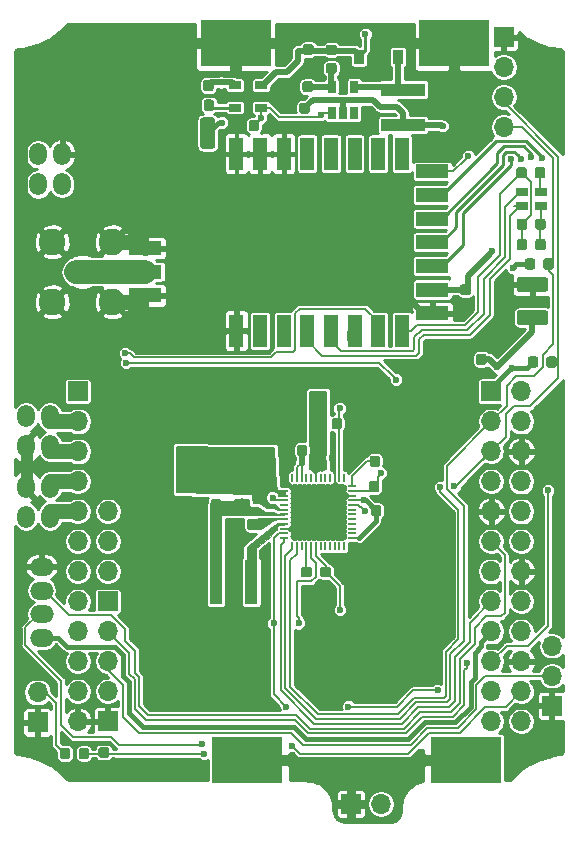
<source format=gtl>
G04 #@! TF.GenerationSoftware,KiCad,Pcbnew,5.0.2-bee76a0~70~ubuntu16.04.1*
G04 #@! TF.CreationDate,2020-11-05T00:34:30+01:00*
G04 #@! TF.ProjectId,WiRoc_NanoPi_v1,5769526f-635f-44e6-916e-6f50695f7631,rev?*
G04 #@! TF.SameCoordinates,Original*
G04 #@! TF.FileFunction,Copper,L1,Top*
G04 #@! TF.FilePolarity,Positive*
%FSLAX46Y46*%
G04 Gerber Fmt 4.6, Leading zero omitted, Abs format (unit mm)*
G04 Created by KiCad (PCBNEW 5.0.2-bee76a0~70~ubuntu16.04.1) date tor  5 nov 2020 00:34:30*
%MOMM*%
%LPD*%
G01*
G04 APERTURE LIST*
G04 #@! TA.AperFunction,SMDPad,CuDef*
%ADD10R,1.000000X0.720000*%
G04 #@! TD*
G04 #@! TA.AperFunction,ViaPad*
%ADD11C,0.600000*%
G04 #@! TD*
G04 #@! TA.AperFunction,ComponentPad*
%ADD12O,1.700000X1.700000*%
G04 #@! TD*
G04 #@! TA.AperFunction,ComponentPad*
%ADD13R,1.700000X1.700000*%
G04 #@! TD*
G04 #@! TA.AperFunction,SMDPad,CuDef*
%ADD14R,2.800000X1.200000*%
G04 #@! TD*
G04 #@! TA.AperFunction,SMDPad,CuDef*
%ADD15R,1.200000X2.800000*%
G04 #@! TD*
G04 #@! TA.AperFunction,ComponentPad*
%ADD16C,2.250000*%
G04 #@! TD*
G04 #@! TA.AperFunction,ComponentPad*
%ADD17C,2.050000*%
G04 #@! TD*
G04 #@! TA.AperFunction,ComponentPad*
%ADD18O,1.500000X1.900000*%
G04 #@! TD*
G04 #@! TA.AperFunction,SMDPad,CuDef*
%ADD19R,1.400000X1.400000*%
G04 #@! TD*
G04 #@! TA.AperFunction,SMDPad,CuDef*
%ADD20O,0.700000X0.200000*%
G04 #@! TD*
G04 #@! TA.AperFunction,SMDPad,CuDef*
%ADD21O,0.200000X0.700000*%
G04 #@! TD*
G04 #@! TA.AperFunction,SMDPad,CuDef*
%ADD22R,6.000000X4.000000*%
G04 #@! TD*
G04 #@! TA.AperFunction,SMDPad,CuDef*
%ADD23R,0.650000X1.060000*%
G04 #@! TD*
G04 #@! TA.AperFunction,SMDPad,CuDef*
%ADD24R,1.060000X0.650000*%
G04 #@! TD*
G04 #@! TA.AperFunction,SMDPad,CuDef*
%ADD25R,1.100000X3.700000*%
G04 #@! TD*
G04 #@! TA.AperFunction,SMDPad,CuDef*
%ADD26R,3.700000X1.100000*%
G04 #@! TD*
G04 #@! TA.AperFunction,Conductor*
%ADD27C,0.100000*%
G04 #@! TD*
G04 #@! TA.AperFunction,SMDPad,CuDef*
%ADD28C,0.875000*%
G04 #@! TD*
G04 #@! TA.AperFunction,SMDPad,CuDef*
%ADD29R,0.900000X1.200000*%
G04 #@! TD*
G04 #@! TA.AperFunction,SMDPad,CuDef*
%ADD30C,0.975000*%
G04 #@! TD*
G04 #@! TA.AperFunction,SMDPad,CuDef*
%ADD31C,1.250000*%
G04 #@! TD*
G04 #@! TA.AperFunction,ComponentPad*
%ADD32O,2.000000X1.500000*%
G04 #@! TD*
G04 #@! TA.AperFunction,ViaPad*
%ADD33C,0.400000*%
G04 #@! TD*
G04 #@! TA.AperFunction,Conductor*
%ADD34C,0.508000*%
G04 #@! TD*
G04 #@! TA.AperFunction,Conductor*
%ADD35C,0.203200*%
G04 #@! TD*
G04 #@! TA.AperFunction,Conductor*
%ADD36C,1.300000*%
G04 #@! TD*
G04 #@! TA.AperFunction,Conductor*
%ADD37C,0.381000*%
G04 #@! TD*
G04 #@! TA.AperFunction,Conductor*
%ADD38C,1.000000*%
G04 #@! TD*
G04 #@! TA.AperFunction,Conductor*
%ADD39C,0.254000*%
G04 #@! TD*
G04 #@! TA.AperFunction,Conductor*
%ADD40C,2.000000*%
G04 #@! TD*
G04 #@! TA.AperFunction,Conductor*
%ADD41C,0.200000*%
G04 #@! TD*
G04 APERTURE END LIST*
D10*
G04 #@! TO.P,D1,4*
G04 #@! TO.N,Net-(D1-Pad4)*
X92802820Y-61355580D03*
G04 #@! TO.P,D1,3*
G04 #@! TO.N,Net-(D1-Pad3)*
X91202820Y-61355580D03*
G04 #@! TO.P,D1,2*
G04 #@! TO.N,Net-(D1-Pad2)*
X91202820Y-62535580D03*
G04 #@! TO.P,D1,1*
G04 #@! TO.N,Net-(D1-Pad1)*
X92802820Y-62535580D03*
G04 #@! TD*
D11*
G04 #@! TO.N,GND*
G04 #@! TO.C,REF\002A\002A*
X78280000Y-103450000D03*
G04 #@! TD*
G04 #@! TO.N,GND*
G04 #@! TO.C,REF\002A\002A*
X74920000Y-104070000D03*
G04 #@! TD*
G04 #@! TO.N,GND*
G04 #@! TO.C,REF\002A\002A*
X75180000Y-83910000D03*
G04 #@! TD*
D12*
G04 #@! TO.P,J7,15*
G04 #@! TO.N,IRQ*
X88620000Y-96045000D03*
G04 #@! TO.P,J7,5*
G04 #@! TO.N,SCK*
X88620000Y-83345000D03*
G04 #@! TO.P,J7,22*
G04 #@! TO.N,UART2_RX*
X91160000Y-103665000D03*
G04 #@! TO.P,J7,21*
G04 #@! TO.N,N_VBUSEN*
X88620000Y-103665000D03*
G04 #@! TO.P,J7,18*
G04 #@! TO.N,Net-(J7-Pad18)*
X91160000Y-98585000D03*
G04 #@! TO.P,J7,19*
G04 #@! TO.N,LORAAUX*
X88620000Y-101125000D03*
G04 #@! TO.P,J7,13*
G04 #@! TO.N,LORAEN*
X88620000Y-93505000D03*
G04 #@! TO.P,J7,24*
G04 #@! TO.N,Net-(J7-Pad24)*
X91160000Y-106205000D03*
G04 #@! TO.P,J7,11*
G04 #@! TO.N,UART2_TX*
X88620000Y-90965000D03*
G04 #@! TO.P,J7,14*
G04 #@! TO.N,GND*
X91160000Y-93505000D03*
G04 #@! TO.P,J7,20*
X91160000Y-101125000D03*
G04 #@! TO.P,J7,10*
G04 #@! TO.N,UART1_RX*
X91160000Y-88425000D03*
G04 #@! TO.P,J7,23*
G04 #@! TO.N,Net-(J7-Pad23)*
X88620000Y-106205000D03*
G04 #@! TO.P,J7,16*
G04 #@! TO.N,Net-(J7-Pad16)*
X91160000Y-96045000D03*
G04 #@! TO.P,J7,17*
G04 #@! TO.N,SYS_3.3V*
X88620000Y-98585000D03*
G04 #@! TO.P,J7,6*
G04 #@! TO.N,GND*
X91160000Y-83345000D03*
G04 #@! TO.P,J7,12*
G04 #@! TO.N,Net-(J7-Pad12)*
X91160000Y-90965000D03*
G04 #@! TO.P,J7,9*
G04 #@! TO.N,GND*
X88620000Y-88425000D03*
D13*
G04 #@! TO.P,J7,1*
G04 #@! TO.N,SYS_3.3V*
X88620000Y-78265000D03*
D12*
G04 #@! TO.P,J7,7*
G04 #@! TO.N,Net-(J7-Pad7)*
X88620000Y-85885000D03*
G04 #@! TO.P,J7,4*
G04 #@! TO.N,VDD_5V*
X91160000Y-80805000D03*
G04 #@! TO.P,J7,3*
G04 #@! TO.N,SDA*
X88620000Y-80805000D03*
G04 #@! TO.P,J7,8*
G04 #@! TO.N,UART1_TX*
X91160000Y-85885000D03*
G04 #@! TO.P,J7,2*
G04 #@! TO.N,VDD_5V*
X91160000Y-78265000D03*
G04 #@! TO.P,J7,34*
G04 #@! TO.N,USBHost-DP2*
X53610000Y-85885000D03*
G04 #@! TO.P,J7,33*
G04 #@! TO.N,USBHost-DM1*
X53610000Y-83345000D03*
G04 #@! TO.P,J7,32*
G04 #@! TO.N,USBHost-DP1*
X53610000Y-80805000D03*
D13*
G04 #@! TO.P,J7,31*
G04 #@! TO.N,Net-(J7-Pad31)*
X53610000Y-78265000D03*
D12*
G04 #@! TO.P,J7,42*
G04 #@! TO.N,GND*
X53610000Y-106205000D03*
G04 #@! TO.P,J7,41*
G04 #@! TO.N,Net-(J7-Pad41)*
X53610000Y-103665000D03*
G04 #@! TO.P,J7,40*
G04 #@! TO.N,Net-(J7-Pad40)*
X53610000Y-101125000D03*
G04 #@! TO.P,J7,39*
G04 #@! TO.N,Net-(J7-Pad39)*
X53610000Y-98585000D03*
G04 #@! TO.P,J7,38*
G04 #@! TO.N,Net-(J7-Pad38)*
X53610000Y-96045000D03*
G04 #@! TO.P,J7,35*
G04 #@! TO.N,USBHost-DM2*
X53610000Y-88425000D03*
G04 #@! TO.P,J7,37*
G04 #@! TO.N,LORAMO*
X53610000Y-93505000D03*
G04 #@! TO.P,J7,36*
G04 #@! TO.N,LORARS*
X53610000Y-90965000D03*
G04 #@! TO.P,J7,53*
G04 #@! TO.N,Net-(J6-Pad2)*
X56150000Y-101125000D03*
G04 #@! TO.P,J7,52*
G04 #@! TO.N,Net-(J7-Pad52)*
X56150000Y-103665000D03*
G04 #@! TO.P,J7,54*
G04 #@! TO.N,Net-(J6-Pad3)*
X56150000Y-98585000D03*
D13*
G04 #@! TO.P,J7,51*
G04 #@! TO.N,GND*
X56150000Y-106205000D03*
G04 #@! TO.P,J7,61*
G04 #@! TO.N,N/C*
X56150000Y-96045000D03*
D12*
G04 #@! TO.P,J7,64*
X56150000Y-88425000D03*
G04 #@! TO.P,J7,62*
X56150000Y-93505000D03*
G04 #@! TO.P,J7,63*
X56150000Y-90965000D03*
G04 #@! TD*
D11*
G04 #@! TO.N,GND*
G04 #@! TO.C,REF\002A\002A*
X57190000Y-110540000D03*
G04 #@! TD*
G04 #@! TO.N,GND*
G04 #@! TO.C,REF\002A\002A*
X62656780Y-110636400D03*
G04 #@! TD*
G04 #@! TO.N,GND*
G04 #@! TO.C,REF\002A\002A*
X53456900Y-73308560D03*
G04 #@! TD*
G04 #@! TO.N,GND*
G04 #@! TO.C,REF\002A\002A*
X53573740Y-63379700D03*
G04 #@! TD*
G04 #@! TO.N,GND*
G04 #@! TO.C,REF\002A\002A*
X66875780Y-92177540D03*
G04 #@! TD*
G04 #@! TO.N,GND*
G04 #@! TO.C,REF\002A\002A*
X51130000Y-108390000D03*
G04 #@! TD*
G04 #@! TO.N,GND*
G04 #@! TO.C,REF\002A\002A*
X91998860Y-49325880D03*
G04 #@! TD*
G04 #@! TO.N,GND*
G04 #@! TO.C,REF\002A\002A*
X52344380Y-56016240D03*
G04 #@! TD*
G04 #@! TO.N,GND*
G04 #@! TO.C,REF\002A\002A*
X49812000Y-52361180D03*
G04 #@! TD*
G04 #@! TO.N,GND*
G04 #@! TO.C,REF\002A\002A*
X59329380Y-72455120D03*
G04 #@! TD*
G04 #@! TO.N,GND*
G04 #@! TO.C,REF\002A\002A*
X62781240Y-70141180D03*
G04 #@! TD*
G04 #@! TO.N,GND*
G04 #@! TO.C,REF\002A\002A*
X62816800Y-68195540D03*
G04 #@! TD*
G04 #@! TO.N,GND*
G04 #@! TO.C,REF\002A\002A*
X62745680Y-66176240D03*
G04 #@! TD*
G04 #@! TO.N,GND*
G04 #@! TO.C,REF\002A\002A*
X59390340Y-63537180D03*
G04 #@! TD*
G04 #@! TO.N,GND*
G04 #@! TO.C,REF\002A\002A*
X76761460Y-84024140D03*
G04 #@! TD*
G04 #@! TO.N,GND*
G04 #@! TO.C,REF\002A\002A*
X70380000Y-77720000D03*
G04 #@! TD*
G04 #@! TO.N,GND*
G04 #@! TO.C,REF\002A\002A*
X89735720Y-84507420D03*
G04 #@! TD*
G04 #@! TO.N,GND*
G04 #@! TO.C,REF\002A\002A*
X92405260Y-94865540D03*
G04 #@! TD*
G04 #@! TO.N,GND*
G04 #@! TO.C,REF\002A\002A*
X92344300Y-92317920D03*
G04 #@! TD*
G04 #@! TO.N,GND*
G04 #@! TO.C,REF\002A\002A*
X93779400Y-107570620D03*
G04 #@! TD*
G04 #@! TO.N,GND*
G04 #@! TO.C,REF\002A\002A*
X92156340Y-104908700D03*
G04 #@! TD*
G04 #@! TO.N,GND*
G04 #@! TO.C,REF\002A\002A*
X77434560Y-92050540D03*
G04 #@! TD*
G04 #@! TO.N,GND*
G04 #@! TO.C,REF\002A\002A*
X79456400Y-90544320D03*
G04 #@! TD*
G04 #@! TO.N,GND*
G04 #@! TO.C,REF\002A\002A*
X69016940Y-79343600D03*
G04 #@! TD*
G04 #@! TO.N,GND*
G04 #@! TO.C,REF\002A\002A*
X68394700Y-80247160D03*
G04 #@! TD*
G04 #@! TO.N,GND*
G04 #@! TO.C,REF\002A\002A*
X65242560Y-80381780D03*
G04 #@! TD*
G04 #@! TO.N,GND*
G04 #@! TO.C,REF\002A\002A*
X63568700Y-81987060D03*
G04 #@! TD*
G04 #@! TO.N,GND*
G04 #@! TO.C,REF\002A\002A*
X66979920Y-81877840D03*
G04 #@! TD*
G04 #@! TO.N,GND*
G04 #@! TO.C,REF\002A\002A*
X58762960Y-87540180D03*
G04 #@! TD*
G04 #@! TO.N,GND*
G04 #@! TO.C,REF\002A\002A*
X58671520Y-97850040D03*
G04 #@! TD*
G04 #@! TO.N,GND*
G04 #@! TO.C,REF\002A\002A*
X65897820Y-102808120D03*
G04 #@! TD*
G04 #@! TO.N,GND*
G04 #@! TO.C,REF\002A\002A*
X60910000Y-102040000D03*
G04 #@! TD*
G04 #@! TO.N,GND*
G04 #@! TO.C,REF\002A\002A*
X69560560Y-96002780D03*
G04 #@! TD*
G04 #@! TO.N,GND*
G04 #@! TO.C,REF\002A\002A*
X69588500Y-93856480D03*
G04 #@! TD*
G04 #@! TO.N,BAT*
G04 #@! TO.C,REF\002A\002A*
X62705080Y-86266820D03*
G04 #@! TD*
G04 #@! TO.N,BAT*
G04 #@! TO.C,REF\002A\002A*
X62705080Y-85161920D03*
G04 #@! TD*
G04 #@! TO.N,BAT*
G04 #@! TO.C,REF\002A\002A*
X62687300Y-84138300D03*
G04 #@! TD*
G04 #@! TO.N,GND*
G04 #@! TO.C,REF\002A\002A*
X74750000Y-98560000D03*
G04 #@! TD*
G04 #@! TO.N,GND*
G04 #@! TO.C,REF\002A\002A*
X76890000Y-94050000D03*
G04 #@! TD*
G04 #@! TO.N,GND*
G04 #@! TO.C,REF\002A\002A*
X76030000Y-92600000D03*
G04 #@! TD*
G04 #@! TO.N,GND*
G04 #@! TO.C,REF\002A\002A*
X92750000Y-101070000D03*
G04 #@! TD*
G04 #@! TO.N,GND*
G04 #@! TO.C,REF\002A\002A*
X82938680Y-89714420D03*
G04 #@! TD*
G04 #@! TO.N,GND*
G04 #@! TO.C,REF\002A\002A*
X85630000Y-79310000D03*
G04 #@! TD*
G04 #@! TO.N,GND*
G04 #@! TO.C,REF\002A\002A*
X85000000Y-81790000D03*
G04 #@! TD*
G04 #@! TO.N,GND*
G04 #@! TO.C,REF\002A\002A*
X94150000Y-95300000D03*
G04 #@! TD*
G04 #@! TO.N,GND*
G04 #@! TO.C,REF\002A\002A*
X91160000Y-108820000D03*
G04 #@! TD*
G04 #@! TO.N,GND*
G04 #@! TO.C,REF\002A\002A*
X87340000Y-87060000D03*
G04 #@! TD*
G04 #@! TO.N,GND*
G04 #@! TO.C,REF\002A\002A*
X87470000Y-89720000D03*
G04 #@! TD*
D14*
G04 #@! TO.P,U1,26*
G04 #@! TO.N,GND*
X59350000Y-70135200D03*
G04 #@! TO.P,U1,25*
G04 #@! TO.N,Net-(J9-Pad1)*
X59350000Y-68135200D03*
G04 #@! TO.P,U1,24*
G04 #@! TO.N,GND*
X59350000Y-66135200D03*
D15*
G04 #@! TO.P,U1,23*
X67050000Y-58135200D03*
G04 #@! TO.P,U1,22*
X69050000Y-58135200D03*
G04 #@! TO.P,U1,21*
X71050000Y-58135200D03*
G04 #@! TO.P,U1,20*
G04 #@! TO.N,Net-(U1-Pad20)*
X73050000Y-58135200D03*
G04 #@! TO.P,U1,19*
G04 #@! TO.N,Net-(U1-Pad19)*
X75050000Y-58135200D03*
G04 #@! TO.P,U1,18*
G04 #@! TO.N,Net-(U1-Pad18)*
X77050000Y-58135200D03*
G04 #@! TO.P,U1,17*
G04 #@! TO.N,Net-(U1-Pad17)*
X79050000Y-58135200D03*
G04 #@! TO.P,U1,16*
G04 #@! TO.N,Net-(U1-Pad16)*
X81050000Y-58135200D03*
D14*
G04 #@! TO.P,U1,15*
G04 #@! TO.N,LORAMO*
X83650000Y-59635200D03*
G04 #@! TO.P,U1,14*
G04 #@! TO.N,LORAAUX*
X83650000Y-61635200D03*
G04 #@! TO.P,U1,13*
G04 #@! TO.N,UART1_RX*
X83650000Y-63635200D03*
G04 #@! TO.P,U1,12*
G04 #@! TO.N,UART1_TX*
X83650000Y-65635200D03*
G04 #@! TO.P,U1,11*
G04 #@! TO.N,LORAEN*
X83650000Y-67635200D03*
G04 #@! TO.P,U1,10*
G04 #@! TO.N,VDD_5V*
X83650000Y-69635200D03*
G04 #@! TO.P,U1,9*
G04 #@! TO.N,GND*
X83650000Y-71635200D03*
D15*
G04 #@! TO.P,U1,7*
G04 #@! TO.N,LORARS*
X79050000Y-73135200D03*
G04 #@! TO.P,U1,6*
G04 #@! TO.N,Net-(U1-Pad6)*
X77050000Y-73135200D03*
G04 #@! TO.P,U1,5*
G04 #@! TO.N,Net-(D1-Pad3)*
X75050000Y-73135200D03*
G04 #@! TO.P,U1,4*
G04 #@! TO.N,Net-(D1-Pad2)*
X73050000Y-73135200D03*
G04 #@! TO.P,U1,3*
G04 #@! TO.N,Net-(U1-Pad3)*
X71050000Y-73135200D03*
G04 #@! TO.P,U1,2*
G04 #@! TO.N,Net-(U1-Pad2)*
X69050000Y-73135200D03*
G04 #@! TO.P,U1,1*
G04 #@! TO.N,GND*
X67050000Y-73135200D03*
G04 #@! TO.P,U1,8*
G04 #@! TO.N,Net-(R13-Pad2)*
X81050000Y-73135200D03*
G04 #@! TD*
D12*
G04 #@! TO.P,J1,2*
G04 #@! TO.N,Net-(J1-Pad2)*
X50210000Y-103750000D03*
D13*
G04 #@! TO.P,J1,1*
G04 #@! TO.N,GND*
X50210000Y-106290000D03*
G04 #@! TD*
D12*
G04 #@! TO.P,U2,4*
G04 #@! TO.N,SDA*
X89678000Y-55880000D03*
G04 #@! TO.P,U2,3*
G04 #@! TO.N,SCK*
X89678000Y-53340000D03*
G04 #@! TO.P,U2,2*
G04 #@! TO.N,SYS_3.3V*
X89678000Y-50800000D03*
D13*
G04 #@! TO.P,U2,1*
G04 #@! TO.N,GND*
X89678000Y-48260000D03*
G04 #@! TD*
D12*
G04 #@! TO.P,J6,3*
G04 #@! TO.N,Net-(J6-Pad3)*
X93766700Y-99790600D03*
G04 #@! TO.P,J6,2*
G04 #@! TO.N,Net-(J6-Pad2)*
X93766700Y-102330600D03*
D13*
G04 #@! TO.P,J6,1*
G04 #@! TO.N,GND*
X93766700Y-104870600D03*
G04 #@! TD*
D12*
G04 #@! TO.P,SW1,2*
G04 #@! TO.N,BAT*
X79301400Y-113201800D03*
D13*
G04 #@! TO.P,SW1,1*
G04 #@! TO.N,Net-(SW1-Pad1)*
X76761400Y-113201800D03*
G04 #@! TD*
D11*
G04 #@! TO.N,GND*
G04 #@! TO.C,REF\002A\002A*
X81048920Y-60743180D03*
G04 #@! TD*
G04 #@! TO.N,GND*
G04 #@! TO.C,REF\002A\002A*
X93050000Y-53460000D03*
G04 #@! TD*
G04 #@! TO.N,GND*
G04 #@! TO.C,REF\002A\002A*
X50193000Y-81642300D03*
G04 #@! TD*
G04 #@! TO.N,GND*
G04 #@! TO.C,REF\002A\002A*
X81380000Y-79990000D03*
G04 #@! TD*
D16*
G04 #@! TO.P,J9,2*
G04 #@! TO.N,GND*
X51460000Y-65602200D03*
X51460000Y-70682200D03*
X56540000Y-70682200D03*
X56540000Y-65602200D03*
D17*
G04 #@! TO.P,J9,1*
G04 #@! TO.N,Net-(J9-Pad1)*
X54000000Y-68142200D03*
G04 #@! TD*
D18*
G04 #@! TO.P,J2,4*
G04 #@! TO.N,GND*
X52290000Y-58180000D03*
G04 #@! TO.P,J2,1*
G04 #@! TO.N,VBUS*
X52290000Y-60720000D03*
G04 #@! TO.P,J2,2*
G04 #@! TO.N,Net-(J2-Pad2)*
X50290000Y-58180000D03*
G04 #@! TO.P,J2,3*
G04 #@! TO.N,Net-(J2-Pad3)*
X50290000Y-60720000D03*
G04 #@! TD*
D11*
G04 #@! TO.N,GND*
G04 #@! TO.C,REF\002A\002A*
X50231100Y-84677600D03*
G04 #@! TD*
D18*
G04 #@! TO.P,J8,1*
G04 #@! TO.N,VDD_5V*
X49250000Y-88881300D03*
G04 #@! TO.P,J8,4*
G04 #@! TO.N,GND*
X49250000Y-86341300D03*
G04 #@! TO.P,J8,2*
G04 #@! TO.N,USBHost-DM2*
X51250000Y-88881300D03*
G04 #@! TO.P,J8,3*
G04 #@! TO.N,USBHost-DP2*
X51250000Y-86341300D03*
G04 #@! TD*
G04 #@! TO.P,J4,4*
G04 #@! TO.N,GND*
X49250000Y-82899600D03*
G04 #@! TO.P,J4,1*
G04 #@! TO.N,VDD_5V*
X49250000Y-80359600D03*
G04 #@! TO.P,J4,2*
G04 #@! TO.N,USBHost-DM1*
X51250000Y-82899600D03*
G04 #@! TO.P,J4,3*
G04 #@! TO.N,USBHost-DP1*
X51250000Y-80359600D03*
G04 #@! TD*
D19*
G04 #@! TO.P,U3,49*
G04 #@! TO.N,GND*
X75373600Y-89880200D03*
X75373600Y-88480200D03*
X75373600Y-87080200D03*
X73973600Y-87080200D03*
X73973600Y-88480200D03*
X72573600Y-89880200D03*
X73973600Y-89880200D03*
X72573600Y-88480200D03*
X72573600Y-87080200D03*
D20*
G04 #@! TO.P,U3,48*
G04 #@! TO.N,IRQ*
X71073600Y-90680200D03*
G04 #@! TO.P,U3,47*
G04 #@! TO.N,PWRON*
X71073600Y-90280200D03*
G04 #@! TO.P,U3,46*
G04 #@! TO.N,GND*
X71073600Y-89880200D03*
G04 #@! TO.P,U3,45*
G04 #@! TO.N,Net-(L1-Pad1)*
X71073600Y-89480200D03*
G04 #@! TO.P,U3,44*
G04 #@! TO.N,IPSOUT*
X71073600Y-89080200D03*
G04 #@! TO.P,U3,43*
G04 #@! TO.N,Net-(C11-Pad2)*
X71073600Y-88680200D03*
G04 #@! TO.P,U3,42*
G04 #@! TO.N,BAT*
X71073600Y-88280200D03*
G04 #@! TO.P,U3,41*
G04 #@! TO.N,Net-(U3-Pad41)*
X71073600Y-87880200D03*
G04 #@! TO.P,U3,40*
G04 #@! TO.N,IPSOUT*
X71073600Y-87480200D03*
G04 #@! TO.P,U3,39*
G04 #@! TO.N,BAT*
X71073600Y-87080200D03*
G04 #@! TO.P,U3,38*
X71073600Y-86680200D03*
G04 #@! TO.P,U3,37*
G04 #@! TO.N,GND*
X71073600Y-86280200D03*
D21*
G04 #@! TO.P,U3,36*
G04 #@! TO.N,Net-(U3-Pad36)*
X71773600Y-85580200D03*
G04 #@! TO.P,U3,35*
G04 #@! TO.N,IPSOUT*
X72173600Y-85580200D03*
G04 #@! TO.P,U3,34*
X72573600Y-85580200D03*
G04 #@! TO.P,U3,33*
G04 #@! TO.N,Net-(U3-Pad33)*
X72973600Y-85580200D03*
G04 #@! TO.P,U3,32*
G04 #@! TO.N,Net-(U3-Pad32)*
X73373600Y-85580200D03*
G04 #@! TO.P,U3,31*
G04 #@! TO.N,VBUS*
X73773600Y-85580200D03*
G04 #@! TO.P,U3,30*
G04 #@! TO.N,Net-(U3-Pad30)*
X74173600Y-85580200D03*
G04 #@! TO.P,U3,29*
G04 #@! TO.N,Net-(U3-Pad29)*
X74573600Y-85580200D03*
G04 #@! TO.P,U3,28*
G04 #@! TO.N,Net-(U3-Pad28)*
X74973600Y-85580200D03*
G04 #@! TO.P,U3,27*
G04 #@! TO.N,GND*
X75373600Y-85580200D03*
G04 #@! TO.P,U3,26*
G04 #@! TO.N,Net-(C2-Pad1)*
X75773600Y-85580200D03*
G04 #@! TO.P,U3,25*
G04 #@! TO.N,Net-(U3-Pad25)*
X76173600Y-85580200D03*
D20*
G04 #@! TO.P,U3,24*
G04 #@! TO.N,Net-(C6-Pad1)*
X76873600Y-86280200D03*
G04 #@! TO.P,U3,23*
G04 #@! TO.N,Net-(R2-Pad2)*
X76873600Y-86680200D03*
G04 #@! TO.P,U3,22*
G04 #@! TO.N,GND*
X76873600Y-87080200D03*
G04 #@! TO.P,U3,21*
G04 #@! TO.N,IPSOUT*
X76873600Y-87480200D03*
G04 #@! TO.P,U3,20*
G04 #@! TO.N,EXTEN*
X76873600Y-87880200D03*
G04 #@! TO.P,U3,19*
G04 #@! TO.N,Net-(U3-Pad19)*
X76873600Y-88280200D03*
G04 #@! TO.P,U3,18*
G04 #@! TO.N,Net-(U3-Pad18)*
X76873600Y-88680200D03*
G04 #@! TO.P,U3,17*
G04 #@! TO.N,Net-(U3-Pad17)*
X76873600Y-89080200D03*
G04 #@! TO.P,U3,16*
G04 #@! TO.N,Net-(U3-Pad16)*
X76873600Y-89480200D03*
G04 #@! TO.P,U3,15*
G04 #@! TO.N,Net-(U3-Pad15)*
X76873600Y-89880200D03*
G04 #@! TO.P,U3,14*
G04 #@! TO.N,Net-(U3-Pad14)*
X76873600Y-90280200D03*
G04 #@! TO.P,U3,13*
G04 #@! TO.N,IPSOUT*
X76873600Y-90680200D03*
D21*
G04 #@! TO.P,U3,12*
G04 #@! TO.N,Net-(U3-Pad12)*
X76173600Y-91380200D03*
G04 #@! TO.P,U3,11*
G04 #@! TO.N,Net-(U3-Pad11)*
X75773600Y-91380200D03*
G04 #@! TO.P,U3,10*
G04 #@! TO.N,Net-(U3-Pad10)*
X75373600Y-91380200D03*
G04 #@! TO.P,U3,9*
G04 #@! TO.N,Net-(U3-Pad9)*
X74973600Y-91380200D03*
G04 #@! TO.P,U3,8*
G04 #@! TO.N,Net-(U3-Pad8)*
X74573600Y-91380200D03*
G04 #@! TO.P,U3,7*
G04 #@! TO.N,Net-(U3-Pad7)*
X74173600Y-91380200D03*
G04 #@! TO.P,U3,6*
G04 #@! TO.N,N_VBUSEN*
X73773600Y-91380200D03*
G04 #@! TO.P,U3,5*
G04 #@! TO.N,PWRON*
X73373600Y-91380200D03*
G04 #@! TO.P,U3,4*
G04 #@! TO.N,Net-(R3-Pad2)*
X72973600Y-91380200D03*
G04 #@! TO.P,U3,3*
G04 #@! TO.N,Net-(U3-Pad3)*
X72573600Y-91380200D03*
G04 #@! TO.P,U3,2*
G04 #@! TO.N,SCK*
X72173600Y-91380200D03*
G04 #@! TO.P,U3,1*
G04 #@! TO.N,SDA*
X71773600Y-91380200D03*
G04 #@! TD*
D11*
G04 #@! TO.N,GND*
G04 #@! TO.C,REF\002A\002A*
X83340000Y-79480000D03*
G04 #@! TD*
G04 #@! TO.N,GND*
G04 #@! TO.C,REF\002A\002A*
X54213820Y-50824480D03*
G04 #@! TD*
G04 #@! TO.N,GND*
G04 #@! TO.C,REF\002A\002A*
X54089360Y-56100060D03*
G04 #@! TD*
G04 #@! TO.N,GND*
G04 #@! TO.C,REF\002A\002A*
X74090000Y-55920000D03*
G04 #@! TD*
G04 #@! TO.N,GND*
G04 #@! TO.C,REF\002A\002A*
X49240500Y-91332400D03*
G04 #@! TD*
G04 #@! TO.N,GND*
G04 #@! TO.C,REF\002A\002A*
X75760000Y-76660000D03*
G04 #@! TD*
G04 #@! TO.N,GND*
G04 #@! TO.C,REF\002A\002A*
X68293040Y-70562820D03*
G04 #@! TD*
G04 #@! TO.N,GND*
G04 #@! TO.C,REF\002A\002A*
X80914300Y-70532340D03*
G04 #@! TD*
G04 #@! TO.N,GND*
G04 #@! TO.C,REF\002A\002A*
X92920000Y-55400000D03*
G04 #@! TD*
G04 #@! TO.N,GND*
G04 #@! TO.C,REF\002A\002A*
X85920000Y-53460000D03*
G04 #@! TD*
G04 #@! TO.N,GND*
G04 #@! TO.C,REF\002A\002A*
X79756000Y-51181000D03*
G04 #@! TD*
G04 #@! TO.N,GND*
G04 #@! TO.C,REF\002A\002A*
X78348900Y-54832600D03*
G04 #@! TD*
G04 #@! TO.N,GND*
G04 #@! TO.C,REF\002A\002A*
X74736000Y-96594000D03*
G04 #@! TD*
G04 #@! TO.N,GND*
G04 #@! TO.C,REF\002A\002A*
X68600000Y-98630000D03*
G04 #@! TD*
G04 #@! TO.N,GND*
G04 #@! TO.C,REF\002A\002A*
X58536900Y-77710380D03*
G04 #@! TD*
G04 #@! TO.N,GND*
G04 #@! TO.C,REF\002A\002A*
X67060000Y-76560000D03*
G04 #@! TD*
G04 #@! TO.N,GND*
G04 #@! TO.C,REF\002A\002A*
X65016440Y-79305500D03*
G04 #@! TD*
G04 #@! TO.N,GND*
G04 #@! TO.C,REF\002A\002A*
X76840000Y-82730000D03*
G04 #@! TD*
G04 #@! TO.N,GND*
G04 #@! TO.C,REF\002A\002A*
X81975000Y-84148000D03*
G04 #@! TD*
G04 #@! TO.N,GND*
G04 #@! TO.C,REF\002A\002A*
X81975000Y-86307000D03*
G04 #@! TD*
G04 #@! TO.N,GND*
G04 #@! TO.C,REF\002A\002A*
X81975000Y-88339000D03*
G04 #@! TD*
G04 #@! TO.N,GND*
G04 #@! TO.C,REF\002A\002A*
X79054000Y-92911000D03*
G04 #@! TD*
G04 #@! TO.N,GND*
G04 #@! TO.C,REF\002A\002A*
X76890000Y-95600000D03*
G04 #@! TD*
G04 #@! TO.N,GND*
G04 #@! TO.C,REF\002A\002A*
X51661120Y-91367960D03*
G04 #@! TD*
G04 #@! TO.N,GND*
G04 #@! TO.C,REF\002A\002A*
X50256500Y-87611300D03*
G04 #@! TD*
G04 #@! TO.N,GND*
G04 #@! TO.C,REF\002A\002A*
X54864000Y-102362000D03*
G04 #@! TD*
G04 #@! TO.N,GND*
G04 #@! TO.C,REF\002A\002A*
X82047200Y-96289800D03*
G04 #@! TD*
G04 #@! TO.N,GND*
G04 #@! TO.C,REF\002A\002A*
X77310000Y-97800000D03*
G04 #@! TD*
G04 #@! TO.N,GND*
G04 #@! TO.C,REF\002A\002A*
X69910000Y-81989000D03*
G04 #@! TD*
G04 #@! TO.N,GND*
G04 #@! TO.C,REF\002A\002A*
X61927800Y-79236920D03*
G04 #@! TD*
G04 #@! TO.N,GND*
G04 #@! TO.C,REF\002A\002A*
X74226480Y-70011640D03*
G04 #@! TD*
G04 #@! TO.N,GND*
G04 #@! TO.C,REF\002A\002A*
X72331700Y-78855240D03*
G04 #@! TD*
G04 #@! TO.N,GND*
G04 #@! TO.C,REF\002A\002A*
X59705300Y-53854700D03*
G04 #@! TD*
G04 #@! TO.N,GND*
G04 #@! TO.C,REF\002A\002A*
X68107620Y-60834620D03*
G04 #@! TD*
G04 #@! TO.N,GND*
G04 #@! TO.C,REF\002A\002A*
X77622460Y-65330420D03*
G04 #@! TD*
G04 #@! TO.N,GND*
G04 #@! TO.C,REF\002A\002A*
X74135040Y-60588240D03*
G04 #@! TD*
G04 #@! TO.N,GND*
G04 #@! TO.C,REF\002A\002A*
X70096440Y-65515840D03*
G04 #@! TD*
G04 #@! TO.N,VBUS*
G04 #@! TO.C,REF\002A\002A*
X73970000Y-79920000D03*
G04 #@! TD*
G04 #@! TO.N,VBUS*
G04 #@! TO.C,REF\002A\002A*
X73940000Y-78880000D03*
G04 #@! TD*
G04 #@! TO.N,GND*
G04 #@! TO.C,REF\002A\002A*
X78740000Y-50038000D03*
G04 #@! TD*
G04 #@! TO.N,GND*
G04 #@! TO.C,REF\002A\002A*
X61236920Y-50948940D03*
G04 #@! TD*
D22*
G04 #@! TO.P,U7,1*
G04 #@! TO.N,Net-(SW1-Pad1)*
X86480000Y-109474000D03*
X67980000Y-109474000D03*
G04 #@! TD*
G04 #@! TO.P,U6,1*
G04 #@! TO.N,GND*
X85480000Y-48768000D03*
X66980000Y-48768000D03*
G04 #@! TD*
D11*
G04 #@! TO.N,GND*
G04 #@! TO.C,REF\002A\002A*
X70231000Y-52959000D03*
G04 #@! TD*
G04 #@! TO.N,GND*
G04 #@! TO.C,REF\002A\002A*
X72265600Y-53283200D03*
G04 #@! TD*
G04 #@! TO.N,GND*
G04 #@! TO.C,REF\002A\002A*
X76581000Y-48006000D03*
G04 #@! TD*
G04 #@! TO.N,GND*
G04 #@! TO.C,REF\002A\002A*
X76835000Y-51181000D03*
G04 #@! TD*
G04 #@! TO.N,GND*
G04 #@! TO.C,REF\002A\002A*
X84400000Y-51940000D03*
G04 #@! TD*
G04 #@! TO.N,GND*
G04 #@! TO.C,REF\002A\002A*
X86184800Y-52038600D03*
G04 #@! TD*
G04 #@! TO.N,GND*
G04 #@! TO.C,REF\002A\002A*
X79435000Y-82751000D03*
G04 #@! TD*
G04 #@! TO.N,GND*
G04 #@! TO.C,REF\002A\002A*
X79435000Y-81100000D03*
G04 #@! TD*
G04 #@! TO.N,GND*
G04 #@! TO.C,REF\002A\002A*
X69402000Y-91784000D03*
G04 #@! TD*
G04 #@! TO.N,GND*
G04 #@! TO.C,REF\002A\002A*
X68456200Y-97201000D03*
G04 #@! TD*
G04 #@! TO.N,GND*
G04 #@! TO.C,REF\002A\002A*
X66830600Y-97175600D03*
G04 #@! TD*
G04 #@! TO.N,GND*
G04 #@! TO.C,REF\002A\002A*
X65357400Y-97175600D03*
G04 #@! TD*
G04 #@! TO.N,GND*
G04 #@! TO.C,REF\002A\002A*
X72577000Y-81735000D03*
G04 #@! TD*
G04 #@! TO.N,GND*
G04 #@! TO.C,REF\002A\002A*
X61927800Y-76572460D03*
G04 #@! TD*
G04 #@! TO.N,GND*
G04 #@! TO.C,REF\002A\002A*
X73120000Y-76570000D03*
G04 #@! TD*
D23*
G04 #@! TO.P,U4,1*
G04 #@! TO.N,Net-(D3-Pad2)*
X77018086Y-52482546D03*
G04 #@! TO.P,U4,2*
G04 #@! TO.N,GND*
X76068086Y-52482546D03*
G04 #@! TO.P,U4,3*
G04 #@! TO.N,Net-(R7-Pad1)*
X75118086Y-52482546D03*
G04 #@! TO.P,U4,4*
G04 #@! TO.N,EXTEN*
X75118086Y-54682546D03*
G04 #@! TO.P,U4,6*
G04 #@! TO.N,Net-(U4-Pad6)*
X77018086Y-54682546D03*
G04 #@! TO.P,U4,5*
G04 #@! TO.N,IPSOUT*
X76068086Y-54682546D03*
G04 #@! TD*
D24*
G04 #@! TO.P,U5,1*
G04 #@! TO.N,VDD_5V*
X66921200Y-52331200D03*
G04 #@! TO.P,U5,2*
G04 #@! TO.N,GND*
X66921200Y-53281200D03*
G04 #@! TO.P,U5,3*
G04 #@! TO.N,Net-(R9-Pad2)*
X66921200Y-54231200D03*
G04 #@! TO.P,U5,4*
G04 #@! TO.N,EXTEN*
X69121200Y-54231200D03*
G04 #@! TO.P,U5,5*
G04 #@! TO.N,Net-(C13-Pad1)*
X69121200Y-52331200D03*
G04 #@! TD*
D11*
G04 #@! TO.N,GND*
G04 #@! TO.C,REF\002A\002A*
X71180000Y-81735000D03*
G04 #@! TD*
D25*
G04 #@! TO.P,L1,2*
G04 #@! TO.N,Net-(C11-Pad2)*
X65314500Y-94420600D03*
G04 #@! TO.P,L1,1*
G04 #@! TO.N,Net-(L1-Pad1)*
X68314500Y-94420600D03*
G04 #@! TD*
D26*
G04 #@! TO.P,L2,1*
G04 #@! TO.N,IPSOUT*
X81155600Y-55710300D03*
G04 #@! TO.P,L2,2*
G04 #@! TO.N,Net-(D3-Pad2)*
X81155600Y-52710300D03*
G04 #@! TD*
D27*
G04 #@! TO.N,IPSOUT*
G04 #@! TO.C,C4*
G36*
X72845991Y-82770653D02*
X72867226Y-82773803D01*
X72888050Y-82779019D01*
X72908262Y-82786251D01*
X72927668Y-82795430D01*
X72946081Y-82806466D01*
X72963324Y-82819254D01*
X72979230Y-82833670D01*
X72993646Y-82849576D01*
X73006434Y-82866819D01*
X73017470Y-82885232D01*
X73026649Y-82904638D01*
X73033881Y-82924850D01*
X73039097Y-82945674D01*
X73042247Y-82966909D01*
X73043300Y-82988350D01*
X73043300Y-83500850D01*
X73042247Y-83522291D01*
X73039097Y-83543526D01*
X73033881Y-83564350D01*
X73026649Y-83584562D01*
X73017470Y-83603968D01*
X73006434Y-83622381D01*
X72993646Y-83639624D01*
X72979230Y-83655530D01*
X72963324Y-83669946D01*
X72946081Y-83682734D01*
X72927668Y-83693770D01*
X72908262Y-83702949D01*
X72888050Y-83710181D01*
X72867226Y-83715397D01*
X72845991Y-83718547D01*
X72824550Y-83719600D01*
X72387050Y-83719600D01*
X72365609Y-83718547D01*
X72344374Y-83715397D01*
X72323550Y-83710181D01*
X72303338Y-83702949D01*
X72283932Y-83693770D01*
X72265519Y-83682734D01*
X72248276Y-83669946D01*
X72232370Y-83655530D01*
X72217954Y-83639624D01*
X72205166Y-83622381D01*
X72194130Y-83603968D01*
X72184951Y-83584562D01*
X72177719Y-83564350D01*
X72172503Y-83543526D01*
X72169353Y-83522291D01*
X72168300Y-83500850D01*
X72168300Y-82988350D01*
X72169353Y-82966909D01*
X72172503Y-82945674D01*
X72177719Y-82924850D01*
X72184951Y-82904638D01*
X72194130Y-82885232D01*
X72205166Y-82866819D01*
X72217954Y-82849576D01*
X72232370Y-82833670D01*
X72248276Y-82819254D01*
X72265519Y-82806466D01*
X72283932Y-82795430D01*
X72303338Y-82786251D01*
X72323550Y-82779019D01*
X72344374Y-82773803D01*
X72365609Y-82770653D01*
X72387050Y-82769600D01*
X72824550Y-82769600D01*
X72845991Y-82770653D01*
X72845991Y-82770653D01*
G37*
D28*
G04 #@! TD*
G04 #@! TO.P,C4,1*
G04 #@! TO.N,IPSOUT*
X72605800Y-83244600D03*
D27*
G04 #@! TO.N,GND*
G04 #@! TO.C,C4*
G36*
X71270991Y-82770653D02*
X71292226Y-82773803D01*
X71313050Y-82779019D01*
X71333262Y-82786251D01*
X71352668Y-82795430D01*
X71371081Y-82806466D01*
X71388324Y-82819254D01*
X71404230Y-82833670D01*
X71418646Y-82849576D01*
X71431434Y-82866819D01*
X71442470Y-82885232D01*
X71451649Y-82904638D01*
X71458881Y-82924850D01*
X71464097Y-82945674D01*
X71467247Y-82966909D01*
X71468300Y-82988350D01*
X71468300Y-83500850D01*
X71467247Y-83522291D01*
X71464097Y-83543526D01*
X71458881Y-83564350D01*
X71451649Y-83584562D01*
X71442470Y-83603968D01*
X71431434Y-83622381D01*
X71418646Y-83639624D01*
X71404230Y-83655530D01*
X71388324Y-83669946D01*
X71371081Y-83682734D01*
X71352668Y-83693770D01*
X71333262Y-83702949D01*
X71313050Y-83710181D01*
X71292226Y-83715397D01*
X71270991Y-83718547D01*
X71249550Y-83719600D01*
X70812050Y-83719600D01*
X70790609Y-83718547D01*
X70769374Y-83715397D01*
X70748550Y-83710181D01*
X70728338Y-83702949D01*
X70708932Y-83693770D01*
X70690519Y-83682734D01*
X70673276Y-83669946D01*
X70657370Y-83655530D01*
X70642954Y-83639624D01*
X70630166Y-83622381D01*
X70619130Y-83603968D01*
X70609951Y-83584562D01*
X70602719Y-83564350D01*
X70597503Y-83543526D01*
X70594353Y-83522291D01*
X70593300Y-83500850D01*
X70593300Y-82988350D01*
X70594353Y-82966909D01*
X70597503Y-82945674D01*
X70602719Y-82924850D01*
X70609951Y-82904638D01*
X70619130Y-82885232D01*
X70630166Y-82866819D01*
X70642954Y-82849576D01*
X70657370Y-82833670D01*
X70673276Y-82819254D01*
X70690519Y-82806466D01*
X70708932Y-82795430D01*
X70728338Y-82786251D01*
X70748550Y-82779019D01*
X70769374Y-82773803D01*
X70790609Y-82770653D01*
X70812050Y-82769600D01*
X71249550Y-82769600D01*
X71270991Y-82770653D01*
X71270991Y-82770653D01*
G37*
D28*
G04 #@! TD*
G04 #@! TO.P,C4,2*
G04 #@! TO.N,GND*
X71030800Y-83244600D03*
D27*
G04 #@! TO.N,GND*
G04 #@! TO.C,C5*
G36*
X74251691Y-76701053D02*
X74272926Y-76704203D01*
X74293750Y-76709419D01*
X74313962Y-76716651D01*
X74333368Y-76725830D01*
X74351781Y-76736866D01*
X74369024Y-76749654D01*
X74384930Y-76764070D01*
X74399346Y-76779976D01*
X74412134Y-76797219D01*
X74423170Y-76815632D01*
X74432349Y-76835038D01*
X74439581Y-76855250D01*
X74444797Y-76876074D01*
X74447947Y-76897309D01*
X74449000Y-76918750D01*
X74449000Y-77356250D01*
X74447947Y-77377691D01*
X74444797Y-77398926D01*
X74439581Y-77419750D01*
X74432349Y-77439962D01*
X74423170Y-77459368D01*
X74412134Y-77477781D01*
X74399346Y-77495024D01*
X74384930Y-77510930D01*
X74369024Y-77525346D01*
X74351781Y-77538134D01*
X74333368Y-77549170D01*
X74313962Y-77558349D01*
X74293750Y-77565581D01*
X74272926Y-77570797D01*
X74251691Y-77573947D01*
X74230250Y-77575000D01*
X73717750Y-77575000D01*
X73696309Y-77573947D01*
X73675074Y-77570797D01*
X73654250Y-77565581D01*
X73634038Y-77558349D01*
X73614632Y-77549170D01*
X73596219Y-77538134D01*
X73578976Y-77525346D01*
X73563070Y-77510930D01*
X73548654Y-77495024D01*
X73535866Y-77477781D01*
X73524830Y-77459368D01*
X73515651Y-77439962D01*
X73508419Y-77419750D01*
X73503203Y-77398926D01*
X73500053Y-77377691D01*
X73499000Y-77356250D01*
X73499000Y-76918750D01*
X73500053Y-76897309D01*
X73503203Y-76876074D01*
X73508419Y-76855250D01*
X73515651Y-76835038D01*
X73524830Y-76815632D01*
X73535866Y-76797219D01*
X73548654Y-76779976D01*
X73563070Y-76764070D01*
X73578976Y-76749654D01*
X73596219Y-76736866D01*
X73614632Y-76725830D01*
X73634038Y-76716651D01*
X73654250Y-76709419D01*
X73675074Y-76704203D01*
X73696309Y-76701053D01*
X73717750Y-76700000D01*
X74230250Y-76700000D01*
X74251691Y-76701053D01*
X74251691Y-76701053D01*
G37*
D28*
G04 #@! TD*
G04 #@! TO.P,C5,2*
G04 #@! TO.N,GND*
X73974000Y-77137500D03*
D27*
G04 #@! TO.N,VBUS*
G04 #@! TO.C,C5*
G36*
X74251691Y-78276053D02*
X74272926Y-78279203D01*
X74293750Y-78284419D01*
X74313962Y-78291651D01*
X74333368Y-78300830D01*
X74351781Y-78311866D01*
X74369024Y-78324654D01*
X74384930Y-78339070D01*
X74399346Y-78354976D01*
X74412134Y-78372219D01*
X74423170Y-78390632D01*
X74432349Y-78410038D01*
X74439581Y-78430250D01*
X74444797Y-78451074D01*
X74447947Y-78472309D01*
X74449000Y-78493750D01*
X74449000Y-78931250D01*
X74447947Y-78952691D01*
X74444797Y-78973926D01*
X74439581Y-78994750D01*
X74432349Y-79014962D01*
X74423170Y-79034368D01*
X74412134Y-79052781D01*
X74399346Y-79070024D01*
X74384930Y-79085930D01*
X74369024Y-79100346D01*
X74351781Y-79113134D01*
X74333368Y-79124170D01*
X74313962Y-79133349D01*
X74293750Y-79140581D01*
X74272926Y-79145797D01*
X74251691Y-79148947D01*
X74230250Y-79150000D01*
X73717750Y-79150000D01*
X73696309Y-79148947D01*
X73675074Y-79145797D01*
X73654250Y-79140581D01*
X73634038Y-79133349D01*
X73614632Y-79124170D01*
X73596219Y-79113134D01*
X73578976Y-79100346D01*
X73563070Y-79085930D01*
X73548654Y-79070024D01*
X73535866Y-79052781D01*
X73524830Y-79034368D01*
X73515651Y-79014962D01*
X73508419Y-78994750D01*
X73503203Y-78973926D01*
X73500053Y-78952691D01*
X73499000Y-78931250D01*
X73499000Y-78493750D01*
X73500053Y-78472309D01*
X73503203Y-78451074D01*
X73508419Y-78430250D01*
X73515651Y-78410038D01*
X73524830Y-78390632D01*
X73535866Y-78372219D01*
X73548654Y-78354976D01*
X73563070Y-78339070D01*
X73578976Y-78324654D01*
X73596219Y-78311866D01*
X73614632Y-78300830D01*
X73634038Y-78291651D01*
X73654250Y-78284419D01*
X73675074Y-78279203D01*
X73696309Y-78276053D01*
X73717750Y-78275000D01*
X74230250Y-78275000D01*
X74251691Y-78276053D01*
X74251691Y-78276053D01*
G37*
D28*
G04 #@! TD*
G04 #@! TO.P,C5,1*
G04 #@! TO.N,VBUS*
X73974000Y-78712500D03*
D27*
G04 #@! TO.N,GND*
G04 #@! TO.C,C6*
G36*
X80577691Y-83690053D02*
X80598926Y-83693203D01*
X80619750Y-83698419D01*
X80639962Y-83705651D01*
X80659368Y-83714830D01*
X80677781Y-83725866D01*
X80695024Y-83738654D01*
X80710930Y-83753070D01*
X80725346Y-83768976D01*
X80738134Y-83786219D01*
X80749170Y-83804632D01*
X80758349Y-83824038D01*
X80765581Y-83844250D01*
X80770797Y-83865074D01*
X80773947Y-83886309D01*
X80775000Y-83907750D01*
X80775000Y-84420250D01*
X80773947Y-84441691D01*
X80770797Y-84462926D01*
X80765581Y-84483750D01*
X80758349Y-84503962D01*
X80749170Y-84523368D01*
X80738134Y-84541781D01*
X80725346Y-84559024D01*
X80710930Y-84574930D01*
X80695024Y-84589346D01*
X80677781Y-84602134D01*
X80659368Y-84613170D01*
X80639962Y-84622349D01*
X80619750Y-84629581D01*
X80598926Y-84634797D01*
X80577691Y-84637947D01*
X80556250Y-84639000D01*
X80118750Y-84639000D01*
X80097309Y-84637947D01*
X80076074Y-84634797D01*
X80055250Y-84629581D01*
X80035038Y-84622349D01*
X80015632Y-84613170D01*
X79997219Y-84602134D01*
X79979976Y-84589346D01*
X79964070Y-84574930D01*
X79949654Y-84559024D01*
X79936866Y-84541781D01*
X79925830Y-84523368D01*
X79916651Y-84503962D01*
X79909419Y-84483750D01*
X79904203Y-84462926D01*
X79901053Y-84441691D01*
X79900000Y-84420250D01*
X79900000Y-83907750D01*
X79901053Y-83886309D01*
X79904203Y-83865074D01*
X79909419Y-83844250D01*
X79916651Y-83824038D01*
X79925830Y-83804632D01*
X79936866Y-83786219D01*
X79949654Y-83768976D01*
X79964070Y-83753070D01*
X79979976Y-83738654D01*
X79997219Y-83725866D01*
X80015632Y-83714830D01*
X80035038Y-83705651D01*
X80055250Y-83698419D01*
X80076074Y-83693203D01*
X80097309Y-83690053D01*
X80118750Y-83689000D01*
X80556250Y-83689000D01*
X80577691Y-83690053D01*
X80577691Y-83690053D01*
G37*
D28*
G04 #@! TD*
G04 #@! TO.P,C6,2*
G04 #@! TO.N,GND*
X80337500Y-84164000D03*
D27*
G04 #@! TO.N,Net-(C6-Pad1)*
G04 #@! TO.C,C6*
G36*
X79002691Y-83690053D02*
X79023926Y-83693203D01*
X79044750Y-83698419D01*
X79064962Y-83705651D01*
X79084368Y-83714830D01*
X79102781Y-83725866D01*
X79120024Y-83738654D01*
X79135930Y-83753070D01*
X79150346Y-83768976D01*
X79163134Y-83786219D01*
X79174170Y-83804632D01*
X79183349Y-83824038D01*
X79190581Y-83844250D01*
X79195797Y-83865074D01*
X79198947Y-83886309D01*
X79200000Y-83907750D01*
X79200000Y-84420250D01*
X79198947Y-84441691D01*
X79195797Y-84462926D01*
X79190581Y-84483750D01*
X79183349Y-84503962D01*
X79174170Y-84523368D01*
X79163134Y-84541781D01*
X79150346Y-84559024D01*
X79135930Y-84574930D01*
X79120024Y-84589346D01*
X79102781Y-84602134D01*
X79084368Y-84613170D01*
X79064962Y-84622349D01*
X79044750Y-84629581D01*
X79023926Y-84634797D01*
X79002691Y-84637947D01*
X78981250Y-84639000D01*
X78543750Y-84639000D01*
X78522309Y-84637947D01*
X78501074Y-84634797D01*
X78480250Y-84629581D01*
X78460038Y-84622349D01*
X78440632Y-84613170D01*
X78422219Y-84602134D01*
X78404976Y-84589346D01*
X78389070Y-84574930D01*
X78374654Y-84559024D01*
X78361866Y-84541781D01*
X78350830Y-84523368D01*
X78341651Y-84503962D01*
X78334419Y-84483750D01*
X78329203Y-84462926D01*
X78326053Y-84441691D01*
X78325000Y-84420250D01*
X78325000Y-83907750D01*
X78326053Y-83886309D01*
X78329203Y-83865074D01*
X78334419Y-83844250D01*
X78341651Y-83824038D01*
X78350830Y-83804632D01*
X78361866Y-83786219D01*
X78374654Y-83768976D01*
X78389070Y-83753070D01*
X78404976Y-83738654D01*
X78422219Y-83725866D01*
X78440632Y-83714830D01*
X78460038Y-83705651D01*
X78480250Y-83698419D01*
X78501074Y-83693203D01*
X78522309Y-83690053D01*
X78543750Y-83689000D01*
X78981250Y-83689000D01*
X79002691Y-83690053D01*
X79002691Y-83690053D01*
G37*
D28*
G04 #@! TD*
G04 #@! TO.P,C6,1*
G04 #@! TO.N,Net-(C6-Pad1)*
X78762500Y-84164000D03*
D27*
G04 #@! TO.N,GND*
G04 #@! TO.C,C7*
G36*
X56107691Y-109971053D02*
X56128926Y-109974203D01*
X56149750Y-109979419D01*
X56169962Y-109986651D01*
X56189368Y-109995830D01*
X56207781Y-110006866D01*
X56225024Y-110019654D01*
X56240930Y-110034070D01*
X56255346Y-110049976D01*
X56268134Y-110067219D01*
X56279170Y-110085632D01*
X56288349Y-110105038D01*
X56295581Y-110125250D01*
X56300797Y-110146074D01*
X56303947Y-110167309D01*
X56305000Y-110188750D01*
X56305000Y-110626250D01*
X56303947Y-110647691D01*
X56300797Y-110668926D01*
X56295581Y-110689750D01*
X56288349Y-110709962D01*
X56279170Y-110729368D01*
X56268134Y-110747781D01*
X56255346Y-110765024D01*
X56240930Y-110780930D01*
X56225024Y-110795346D01*
X56207781Y-110808134D01*
X56189368Y-110819170D01*
X56169962Y-110828349D01*
X56149750Y-110835581D01*
X56128926Y-110840797D01*
X56107691Y-110843947D01*
X56086250Y-110845000D01*
X55573750Y-110845000D01*
X55552309Y-110843947D01*
X55531074Y-110840797D01*
X55510250Y-110835581D01*
X55490038Y-110828349D01*
X55470632Y-110819170D01*
X55452219Y-110808134D01*
X55434976Y-110795346D01*
X55419070Y-110780930D01*
X55404654Y-110765024D01*
X55391866Y-110747781D01*
X55380830Y-110729368D01*
X55371651Y-110709962D01*
X55364419Y-110689750D01*
X55359203Y-110668926D01*
X55356053Y-110647691D01*
X55355000Y-110626250D01*
X55355000Y-110188750D01*
X55356053Y-110167309D01*
X55359203Y-110146074D01*
X55364419Y-110125250D01*
X55371651Y-110105038D01*
X55380830Y-110085632D01*
X55391866Y-110067219D01*
X55404654Y-110049976D01*
X55419070Y-110034070D01*
X55434976Y-110019654D01*
X55452219Y-110006866D01*
X55470632Y-109995830D01*
X55490038Y-109986651D01*
X55510250Y-109979419D01*
X55531074Y-109974203D01*
X55552309Y-109971053D01*
X55573750Y-109970000D01*
X56086250Y-109970000D01*
X56107691Y-109971053D01*
X56107691Y-109971053D01*
G37*
D28*
G04 #@! TD*
G04 #@! TO.P,C7,1*
G04 #@! TO.N,GND*
X55830000Y-110407500D03*
D27*
G04 #@! TO.N,PWRON*
G04 #@! TO.C,C7*
G36*
X56107691Y-108396053D02*
X56128926Y-108399203D01*
X56149750Y-108404419D01*
X56169962Y-108411651D01*
X56189368Y-108420830D01*
X56207781Y-108431866D01*
X56225024Y-108444654D01*
X56240930Y-108459070D01*
X56255346Y-108474976D01*
X56268134Y-108492219D01*
X56279170Y-108510632D01*
X56288349Y-108530038D01*
X56295581Y-108550250D01*
X56300797Y-108571074D01*
X56303947Y-108592309D01*
X56305000Y-108613750D01*
X56305000Y-109051250D01*
X56303947Y-109072691D01*
X56300797Y-109093926D01*
X56295581Y-109114750D01*
X56288349Y-109134962D01*
X56279170Y-109154368D01*
X56268134Y-109172781D01*
X56255346Y-109190024D01*
X56240930Y-109205930D01*
X56225024Y-109220346D01*
X56207781Y-109233134D01*
X56189368Y-109244170D01*
X56169962Y-109253349D01*
X56149750Y-109260581D01*
X56128926Y-109265797D01*
X56107691Y-109268947D01*
X56086250Y-109270000D01*
X55573750Y-109270000D01*
X55552309Y-109268947D01*
X55531074Y-109265797D01*
X55510250Y-109260581D01*
X55490038Y-109253349D01*
X55470632Y-109244170D01*
X55452219Y-109233134D01*
X55434976Y-109220346D01*
X55419070Y-109205930D01*
X55404654Y-109190024D01*
X55391866Y-109172781D01*
X55380830Y-109154368D01*
X55371651Y-109134962D01*
X55364419Y-109114750D01*
X55359203Y-109093926D01*
X55356053Y-109072691D01*
X55355000Y-109051250D01*
X55355000Y-108613750D01*
X55356053Y-108592309D01*
X55359203Y-108571074D01*
X55364419Y-108550250D01*
X55371651Y-108530038D01*
X55380830Y-108510632D01*
X55391866Y-108492219D01*
X55404654Y-108474976D01*
X55419070Y-108459070D01*
X55434976Y-108444654D01*
X55452219Y-108431866D01*
X55470632Y-108420830D01*
X55490038Y-108411651D01*
X55510250Y-108404419D01*
X55531074Y-108399203D01*
X55552309Y-108396053D01*
X55573750Y-108395000D01*
X56086250Y-108395000D01*
X56107691Y-108396053D01*
X56107691Y-108396053D01*
G37*
D28*
G04 #@! TD*
G04 #@! TO.P,C7,2*
G04 #@! TO.N,PWRON*
X55830000Y-108832500D03*
D27*
G04 #@! TO.N,GND*
G04 #@! TO.C,C8*
G36*
X67038591Y-89031673D02*
X67059826Y-89034823D01*
X67080650Y-89040039D01*
X67100862Y-89047271D01*
X67120268Y-89056450D01*
X67138681Y-89067486D01*
X67155924Y-89080274D01*
X67171830Y-89094690D01*
X67186246Y-89110596D01*
X67199034Y-89127839D01*
X67210070Y-89146252D01*
X67219249Y-89165658D01*
X67226481Y-89185870D01*
X67231697Y-89206694D01*
X67234847Y-89227929D01*
X67235900Y-89249370D01*
X67235900Y-89761870D01*
X67234847Y-89783311D01*
X67231697Y-89804546D01*
X67226481Y-89825370D01*
X67219249Y-89845582D01*
X67210070Y-89864988D01*
X67199034Y-89883401D01*
X67186246Y-89900644D01*
X67171830Y-89916550D01*
X67155924Y-89930966D01*
X67138681Y-89943754D01*
X67120268Y-89954790D01*
X67100862Y-89963969D01*
X67080650Y-89971201D01*
X67059826Y-89976417D01*
X67038591Y-89979567D01*
X67017150Y-89980620D01*
X66579650Y-89980620D01*
X66558209Y-89979567D01*
X66536974Y-89976417D01*
X66516150Y-89971201D01*
X66495938Y-89963969D01*
X66476532Y-89954790D01*
X66458119Y-89943754D01*
X66440876Y-89930966D01*
X66424970Y-89916550D01*
X66410554Y-89900644D01*
X66397766Y-89883401D01*
X66386730Y-89864988D01*
X66377551Y-89845582D01*
X66370319Y-89825370D01*
X66365103Y-89804546D01*
X66361953Y-89783311D01*
X66360900Y-89761870D01*
X66360900Y-89249370D01*
X66361953Y-89227929D01*
X66365103Y-89206694D01*
X66370319Y-89185870D01*
X66377551Y-89165658D01*
X66386730Y-89146252D01*
X66397766Y-89127839D01*
X66410554Y-89110596D01*
X66424970Y-89094690D01*
X66440876Y-89080274D01*
X66458119Y-89067486D01*
X66476532Y-89056450D01*
X66495938Y-89047271D01*
X66516150Y-89040039D01*
X66536974Y-89034823D01*
X66558209Y-89031673D01*
X66579650Y-89030620D01*
X67017150Y-89030620D01*
X67038591Y-89031673D01*
X67038591Y-89031673D01*
G37*
D28*
G04 #@! TD*
G04 #@! TO.P,C8,1*
G04 #@! TO.N,GND*
X66798400Y-89505620D03*
D27*
G04 #@! TO.N,IPSOUT*
G04 #@! TO.C,C8*
G36*
X68613591Y-89031673D02*
X68634826Y-89034823D01*
X68655650Y-89040039D01*
X68675862Y-89047271D01*
X68695268Y-89056450D01*
X68713681Y-89067486D01*
X68730924Y-89080274D01*
X68746830Y-89094690D01*
X68761246Y-89110596D01*
X68774034Y-89127839D01*
X68785070Y-89146252D01*
X68794249Y-89165658D01*
X68801481Y-89185870D01*
X68806697Y-89206694D01*
X68809847Y-89227929D01*
X68810900Y-89249370D01*
X68810900Y-89761870D01*
X68809847Y-89783311D01*
X68806697Y-89804546D01*
X68801481Y-89825370D01*
X68794249Y-89845582D01*
X68785070Y-89864988D01*
X68774034Y-89883401D01*
X68761246Y-89900644D01*
X68746830Y-89916550D01*
X68730924Y-89930966D01*
X68713681Y-89943754D01*
X68695268Y-89954790D01*
X68675862Y-89963969D01*
X68655650Y-89971201D01*
X68634826Y-89976417D01*
X68613591Y-89979567D01*
X68592150Y-89980620D01*
X68154650Y-89980620D01*
X68133209Y-89979567D01*
X68111974Y-89976417D01*
X68091150Y-89971201D01*
X68070938Y-89963969D01*
X68051532Y-89954790D01*
X68033119Y-89943754D01*
X68015876Y-89930966D01*
X67999970Y-89916550D01*
X67985554Y-89900644D01*
X67972766Y-89883401D01*
X67961730Y-89864988D01*
X67952551Y-89845582D01*
X67945319Y-89825370D01*
X67940103Y-89804546D01*
X67936953Y-89783311D01*
X67935900Y-89761870D01*
X67935900Y-89249370D01*
X67936953Y-89227929D01*
X67940103Y-89206694D01*
X67945319Y-89185870D01*
X67952551Y-89165658D01*
X67961730Y-89146252D01*
X67972766Y-89127839D01*
X67985554Y-89110596D01*
X67999970Y-89094690D01*
X68015876Y-89080274D01*
X68033119Y-89067486D01*
X68051532Y-89056450D01*
X68070938Y-89047271D01*
X68091150Y-89040039D01*
X68111974Y-89034823D01*
X68133209Y-89031673D01*
X68154650Y-89030620D01*
X68592150Y-89030620D01*
X68613591Y-89031673D01*
X68613591Y-89031673D01*
G37*
D28*
G04 #@! TD*
G04 #@! TO.P,C8,2*
G04 #@! TO.N,IPSOUT*
X68373400Y-89505620D03*
D27*
G04 #@! TO.N,BAT*
G04 #@! TO.C,C9*
G36*
X65615691Y-85820413D02*
X65636926Y-85823563D01*
X65657750Y-85828779D01*
X65677962Y-85836011D01*
X65697368Y-85845190D01*
X65715781Y-85856226D01*
X65733024Y-85869014D01*
X65748930Y-85883430D01*
X65763346Y-85899336D01*
X65776134Y-85916579D01*
X65787170Y-85934992D01*
X65796349Y-85954398D01*
X65803581Y-85974610D01*
X65808797Y-85995434D01*
X65811947Y-86016669D01*
X65813000Y-86038110D01*
X65813000Y-86475610D01*
X65811947Y-86497051D01*
X65808797Y-86518286D01*
X65803581Y-86539110D01*
X65796349Y-86559322D01*
X65787170Y-86578728D01*
X65776134Y-86597141D01*
X65763346Y-86614384D01*
X65748930Y-86630290D01*
X65733024Y-86644706D01*
X65715781Y-86657494D01*
X65697368Y-86668530D01*
X65677962Y-86677709D01*
X65657750Y-86684941D01*
X65636926Y-86690157D01*
X65615691Y-86693307D01*
X65594250Y-86694360D01*
X65081750Y-86694360D01*
X65060309Y-86693307D01*
X65039074Y-86690157D01*
X65018250Y-86684941D01*
X64998038Y-86677709D01*
X64978632Y-86668530D01*
X64960219Y-86657494D01*
X64942976Y-86644706D01*
X64927070Y-86630290D01*
X64912654Y-86614384D01*
X64899866Y-86597141D01*
X64888830Y-86578728D01*
X64879651Y-86559322D01*
X64872419Y-86539110D01*
X64867203Y-86518286D01*
X64864053Y-86497051D01*
X64863000Y-86475610D01*
X64863000Y-86038110D01*
X64864053Y-86016669D01*
X64867203Y-85995434D01*
X64872419Y-85974610D01*
X64879651Y-85954398D01*
X64888830Y-85934992D01*
X64899866Y-85916579D01*
X64912654Y-85899336D01*
X64927070Y-85883430D01*
X64942976Y-85869014D01*
X64960219Y-85856226D01*
X64978632Y-85845190D01*
X64998038Y-85836011D01*
X65018250Y-85828779D01*
X65039074Y-85823563D01*
X65060309Y-85820413D01*
X65081750Y-85819360D01*
X65594250Y-85819360D01*
X65615691Y-85820413D01*
X65615691Y-85820413D01*
G37*
D28*
G04 #@! TD*
G04 #@! TO.P,C9,1*
G04 #@! TO.N,BAT*
X65338000Y-86256860D03*
D27*
G04 #@! TO.N,Net-(C11-Pad2)*
G04 #@! TO.C,C9*
G36*
X65615691Y-87395413D02*
X65636926Y-87398563D01*
X65657750Y-87403779D01*
X65677962Y-87411011D01*
X65697368Y-87420190D01*
X65715781Y-87431226D01*
X65733024Y-87444014D01*
X65748930Y-87458430D01*
X65763346Y-87474336D01*
X65776134Y-87491579D01*
X65787170Y-87509992D01*
X65796349Y-87529398D01*
X65803581Y-87549610D01*
X65808797Y-87570434D01*
X65811947Y-87591669D01*
X65813000Y-87613110D01*
X65813000Y-88050610D01*
X65811947Y-88072051D01*
X65808797Y-88093286D01*
X65803581Y-88114110D01*
X65796349Y-88134322D01*
X65787170Y-88153728D01*
X65776134Y-88172141D01*
X65763346Y-88189384D01*
X65748930Y-88205290D01*
X65733024Y-88219706D01*
X65715781Y-88232494D01*
X65697368Y-88243530D01*
X65677962Y-88252709D01*
X65657750Y-88259941D01*
X65636926Y-88265157D01*
X65615691Y-88268307D01*
X65594250Y-88269360D01*
X65081750Y-88269360D01*
X65060309Y-88268307D01*
X65039074Y-88265157D01*
X65018250Y-88259941D01*
X64998038Y-88252709D01*
X64978632Y-88243530D01*
X64960219Y-88232494D01*
X64942976Y-88219706D01*
X64927070Y-88205290D01*
X64912654Y-88189384D01*
X64899866Y-88172141D01*
X64888830Y-88153728D01*
X64879651Y-88134322D01*
X64872419Y-88114110D01*
X64867203Y-88093286D01*
X64864053Y-88072051D01*
X64863000Y-88050610D01*
X64863000Y-87613110D01*
X64864053Y-87591669D01*
X64867203Y-87570434D01*
X64872419Y-87549610D01*
X64879651Y-87529398D01*
X64888830Y-87509992D01*
X64899866Y-87491579D01*
X64912654Y-87474336D01*
X64927070Y-87458430D01*
X64942976Y-87444014D01*
X64960219Y-87431226D01*
X64978632Y-87420190D01*
X64998038Y-87411011D01*
X65018250Y-87403779D01*
X65039074Y-87398563D01*
X65060309Y-87395413D01*
X65081750Y-87394360D01*
X65594250Y-87394360D01*
X65615691Y-87395413D01*
X65615691Y-87395413D01*
G37*
D28*
G04 #@! TD*
G04 #@! TO.P,C9,2*
G04 #@! TO.N,Net-(C11-Pad2)*
X65338000Y-87831860D03*
D27*
G04 #@! TO.N,BAT*
G04 #@! TO.C,C10*
G36*
X68793991Y-83049553D02*
X68815226Y-83052703D01*
X68836050Y-83057919D01*
X68856262Y-83065151D01*
X68875668Y-83074330D01*
X68894081Y-83085366D01*
X68911324Y-83098154D01*
X68927230Y-83112570D01*
X68941646Y-83128476D01*
X68954434Y-83145719D01*
X68965470Y-83164132D01*
X68974649Y-83183538D01*
X68981881Y-83203750D01*
X68987097Y-83224574D01*
X68990247Y-83245809D01*
X68991300Y-83267250D01*
X68991300Y-83704750D01*
X68990247Y-83726191D01*
X68987097Y-83747426D01*
X68981881Y-83768250D01*
X68974649Y-83788462D01*
X68965470Y-83807868D01*
X68954434Y-83826281D01*
X68941646Y-83843524D01*
X68927230Y-83859430D01*
X68911324Y-83873846D01*
X68894081Y-83886634D01*
X68875668Y-83897670D01*
X68856262Y-83906849D01*
X68836050Y-83914081D01*
X68815226Y-83919297D01*
X68793991Y-83922447D01*
X68772550Y-83923500D01*
X68260050Y-83923500D01*
X68238609Y-83922447D01*
X68217374Y-83919297D01*
X68196550Y-83914081D01*
X68176338Y-83906849D01*
X68156932Y-83897670D01*
X68138519Y-83886634D01*
X68121276Y-83873846D01*
X68105370Y-83859430D01*
X68090954Y-83843524D01*
X68078166Y-83826281D01*
X68067130Y-83807868D01*
X68057951Y-83788462D01*
X68050719Y-83768250D01*
X68045503Y-83747426D01*
X68042353Y-83726191D01*
X68041300Y-83704750D01*
X68041300Y-83267250D01*
X68042353Y-83245809D01*
X68045503Y-83224574D01*
X68050719Y-83203750D01*
X68057951Y-83183538D01*
X68067130Y-83164132D01*
X68078166Y-83145719D01*
X68090954Y-83128476D01*
X68105370Y-83112570D01*
X68121276Y-83098154D01*
X68138519Y-83085366D01*
X68156932Y-83074330D01*
X68176338Y-83065151D01*
X68196550Y-83057919D01*
X68217374Y-83052703D01*
X68238609Y-83049553D01*
X68260050Y-83048500D01*
X68772550Y-83048500D01*
X68793991Y-83049553D01*
X68793991Y-83049553D01*
G37*
D28*
G04 #@! TD*
G04 #@! TO.P,C10,2*
G04 #@! TO.N,BAT*
X68516300Y-83486000D03*
D27*
G04 #@! TO.N,GND*
G04 #@! TO.C,C10*
G36*
X68793991Y-81474553D02*
X68815226Y-81477703D01*
X68836050Y-81482919D01*
X68856262Y-81490151D01*
X68875668Y-81499330D01*
X68894081Y-81510366D01*
X68911324Y-81523154D01*
X68927230Y-81537570D01*
X68941646Y-81553476D01*
X68954434Y-81570719D01*
X68965470Y-81589132D01*
X68974649Y-81608538D01*
X68981881Y-81628750D01*
X68987097Y-81649574D01*
X68990247Y-81670809D01*
X68991300Y-81692250D01*
X68991300Y-82129750D01*
X68990247Y-82151191D01*
X68987097Y-82172426D01*
X68981881Y-82193250D01*
X68974649Y-82213462D01*
X68965470Y-82232868D01*
X68954434Y-82251281D01*
X68941646Y-82268524D01*
X68927230Y-82284430D01*
X68911324Y-82298846D01*
X68894081Y-82311634D01*
X68875668Y-82322670D01*
X68856262Y-82331849D01*
X68836050Y-82339081D01*
X68815226Y-82344297D01*
X68793991Y-82347447D01*
X68772550Y-82348500D01*
X68260050Y-82348500D01*
X68238609Y-82347447D01*
X68217374Y-82344297D01*
X68196550Y-82339081D01*
X68176338Y-82331849D01*
X68156932Y-82322670D01*
X68138519Y-82311634D01*
X68121276Y-82298846D01*
X68105370Y-82284430D01*
X68090954Y-82268524D01*
X68078166Y-82251281D01*
X68067130Y-82232868D01*
X68057951Y-82213462D01*
X68050719Y-82193250D01*
X68045503Y-82172426D01*
X68042353Y-82151191D01*
X68041300Y-82129750D01*
X68041300Y-81692250D01*
X68042353Y-81670809D01*
X68045503Y-81649574D01*
X68050719Y-81628750D01*
X68057951Y-81608538D01*
X68067130Y-81589132D01*
X68078166Y-81570719D01*
X68090954Y-81553476D01*
X68105370Y-81537570D01*
X68121276Y-81523154D01*
X68138519Y-81510366D01*
X68156932Y-81499330D01*
X68176338Y-81490151D01*
X68196550Y-81482919D01*
X68217374Y-81477703D01*
X68238609Y-81474553D01*
X68260050Y-81473500D01*
X68772550Y-81473500D01*
X68793991Y-81474553D01*
X68793991Y-81474553D01*
G37*
D28*
G04 #@! TD*
G04 #@! TO.P,C10,1*
G04 #@! TO.N,GND*
X68516300Y-81911000D03*
D27*
G04 #@! TO.N,Net-(C11-Pad2)*
G04 #@! TO.C,C11*
G36*
X65537451Y-90476933D02*
X65558686Y-90480083D01*
X65579510Y-90485299D01*
X65599722Y-90492531D01*
X65619128Y-90501710D01*
X65637541Y-90512746D01*
X65654784Y-90525534D01*
X65670690Y-90539950D01*
X65685106Y-90555856D01*
X65697894Y-90573099D01*
X65708930Y-90591512D01*
X65718109Y-90610918D01*
X65725341Y-90631130D01*
X65730557Y-90651954D01*
X65733707Y-90673189D01*
X65734760Y-90694630D01*
X65734760Y-91207130D01*
X65733707Y-91228571D01*
X65730557Y-91249806D01*
X65725341Y-91270630D01*
X65718109Y-91290842D01*
X65708930Y-91310248D01*
X65697894Y-91328661D01*
X65685106Y-91345904D01*
X65670690Y-91361810D01*
X65654784Y-91376226D01*
X65637541Y-91389014D01*
X65619128Y-91400050D01*
X65599722Y-91409229D01*
X65579510Y-91416461D01*
X65558686Y-91421677D01*
X65537451Y-91424827D01*
X65516010Y-91425880D01*
X65078510Y-91425880D01*
X65057069Y-91424827D01*
X65035834Y-91421677D01*
X65015010Y-91416461D01*
X64994798Y-91409229D01*
X64975392Y-91400050D01*
X64956979Y-91389014D01*
X64939736Y-91376226D01*
X64923830Y-91361810D01*
X64909414Y-91345904D01*
X64896626Y-91328661D01*
X64885590Y-91310248D01*
X64876411Y-91290842D01*
X64869179Y-91270630D01*
X64863963Y-91249806D01*
X64860813Y-91228571D01*
X64859760Y-91207130D01*
X64859760Y-90694630D01*
X64860813Y-90673189D01*
X64863963Y-90651954D01*
X64869179Y-90631130D01*
X64876411Y-90610918D01*
X64885590Y-90591512D01*
X64896626Y-90573099D01*
X64909414Y-90555856D01*
X64923830Y-90539950D01*
X64939736Y-90525534D01*
X64956979Y-90512746D01*
X64975392Y-90501710D01*
X64994798Y-90492531D01*
X65015010Y-90485299D01*
X65035834Y-90480083D01*
X65057069Y-90476933D01*
X65078510Y-90475880D01*
X65516010Y-90475880D01*
X65537451Y-90476933D01*
X65537451Y-90476933D01*
G37*
D28*
G04 #@! TD*
G04 #@! TO.P,C11,2*
G04 #@! TO.N,Net-(C11-Pad2)*
X65297260Y-90950880D03*
D27*
G04 #@! TO.N,GND*
G04 #@! TO.C,C11*
G36*
X67112451Y-90476933D02*
X67133686Y-90480083D01*
X67154510Y-90485299D01*
X67174722Y-90492531D01*
X67194128Y-90501710D01*
X67212541Y-90512746D01*
X67229784Y-90525534D01*
X67245690Y-90539950D01*
X67260106Y-90555856D01*
X67272894Y-90573099D01*
X67283930Y-90591512D01*
X67293109Y-90610918D01*
X67300341Y-90631130D01*
X67305557Y-90651954D01*
X67308707Y-90673189D01*
X67309760Y-90694630D01*
X67309760Y-91207130D01*
X67308707Y-91228571D01*
X67305557Y-91249806D01*
X67300341Y-91270630D01*
X67293109Y-91290842D01*
X67283930Y-91310248D01*
X67272894Y-91328661D01*
X67260106Y-91345904D01*
X67245690Y-91361810D01*
X67229784Y-91376226D01*
X67212541Y-91389014D01*
X67194128Y-91400050D01*
X67174722Y-91409229D01*
X67154510Y-91416461D01*
X67133686Y-91421677D01*
X67112451Y-91424827D01*
X67091010Y-91425880D01*
X66653510Y-91425880D01*
X66632069Y-91424827D01*
X66610834Y-91421677D01*
X66590010Y-91416461D01*
X66569798Y-91409229D01*
X66550392Y-91400050D01*
X66531979Y-91389014D01*
X66514736Y-91376226D01*
X66498830Y-91361810D01*
X66484414Y-91345904D01*
X66471626Y-91328661D01*
X66460590Y-91310248D01*
X66451411Y-91290842D01*
X66444179Y-91270630D01*
X66438963Y-91249806D01*
X66435813Y-91228571D01*
X66434760Y-91207130D01*
X66434760Y-90694630D01*
X66435813Y-90673189D01*
X66438963Y-90651954D01*
X66444179Y-90631130D01*
X66451411Y-90610918D01*
X66460590Y-90591512D01*
X66471626Y-90573099D01*
X66484414Y-90555856D01*
X66498830Y-90539950D01*
X66514736Y-90525534D01*
X66531979Y-90512746D01*
X66550392Y-90501710D01*
X66569798Y-90492531D01*
X66590010Y-90485299D01*
X66610834Y-90480083D01*
X66632069Y-90476933D01*
X66653510Y-90475880D01*
X67091010Y-90475880D01*
X67112451Y-90476933D01*
X67112451Y-90476933D01*
G37*
D28*
G04 #@! TD*
G04 #@! TO.P,C11,1*
G04 #@! TO.N,GND*
X66872260Y-90950880D03*
D27*
G04 #@! TO.N,GND*
G04 #@! TO.C,C12*
G36*
X71478711Y-53800313D02*
X71499946Y-53803463D01*
X71520770Y-53808679D01*
X71540982Y-53815911D01*
X71560388Y-53825090D01*
X71578801Y-53836126D01*
X71596044Y-53848914D01*
X71611950Y-53863330D01*
X71626366Y-53879236D01*
X71639154Y-53896479D01*
X71650190Y-53914892D01*
X71659369Y-53934298D01*
X71666601Y-53954510D01*
X71671817Y-53975334D01*
X71674967Y-53996569D01*
X71676020Y-54018010D01*
X71676020Y-54530510D01*
X71674967Y-54551951D01*
X71671817Y-54573186D01*
X71666601Y-54594010D01*
X71659369Y-54614222D01*
X71650190Y-54633628D01*
X71639154Y-54652041D01*
X71626366Y-54669284D01*
X71611950Y-54685190D01*
X71596044Y-54699606D01*
X71578801Y-54712394D01*
X71560388Y-54723430D01*
X71540982Y-54732609D01*
X71520770Y-54739841D01*
X71499946Y-54745057D01*
X71478711Y-54748207D01*
X71457270Y-54749260D01*
X71019770Y-54749260D01*
X70998329Y-54748207D01*
X70977094Y-54745057D01*
X70956270Y-54739841D01*
X70936058Y-54732609D01*
X70916652Y-54723430D01*
X70898239Y-54712394D01*
X70880996Y-54699606D01*
X70865090Y-54685190D01*
X70850674Y-54669284D01*
X70837886Y-54652041D01*
X70826850Y-54633628D01*
X70817671Y-54614222D01*
X70810439Y-54594010D01*
X70805223Y-54573186D01*
X70802073Y-54551951D01*
X70801020Y-54530510D01*
X70801020Y-54018010D01*
X70802073Y-53996569D01*
X70805223Y-53975334D01*
X70810439Y-53954510D01*
X70817671Y-53934298D01*
X70826850Y-53914892D01*
X70837886Y-53896479D01*
X70850674Y-53879236D01*
X70865090Y-53863330D01*
X70880996Y-53848914D01*
X70898239Y-53836126D01*
X70916652Y-53825090D01*
X70936058Y-53815911D01*
X70956270Y-53808679D01*
X70977094Y-53803463D01*
X70998329Y-53800313D01*
X71019770Y-53799260D01*
X71457270Y-53799260D01*
X71478711Y-53800313D01*
X71478711Y-53800313D01*
G37*
D28*
G04 #@! TD*
G04 #@! TO.P,C12,2*
G04 #@! TO.N,GND*
X71238520Y-54274260D03*
D27*
G04 #@! TO.N,IPSOUT*
G04 #@! TO.C,C12*
G36*
X73053711Y-53800313D02*
X73074946Y-53803463D01*
X73095770Y-53808679D01*
X73115982Y-53815911D01*
X73135388Y-53825090D01*
X73153801Y-53836126D01*
X73171044Y-53848914D01*
X73186950Y-53863330D01*
X73201366Y-53879236D01*
X73214154Y-53896479D01*
X73225190Y-53914892D01*
X73234369Y-53934298D01*
X73241601Y-53954510D01*
X73246817Y-53975334D01*
X73249967Y-53996569D01*
X73251020Y-54018010D01*
X73251020Y-54530510D01*
X73249967Y-54551951D01*
X73246817Y-54573186D01*
X73241601Y-54594010D01*
X73234369Y-54614222D01*
X73225190Y-54633628D01*
X73214154Y-54652041D01*
X73201366Y-54669284D01*
X73186950Y-54685190D01*
X73171044Y-54699606D01*
X73153801Y-54712394D01*
X73135388Y-54723430D01*
X73115982Y-54732609D01*
X73095770Y-54739841D01*
X73074946Y-54745057D01*
X73053711Y-54748207D01*
X73032270Y-54749260D01*
X72594770Y-54749260D01*
X72573329Y-54748207D01*
X72552094Y-54745057D01*
X72531270Y-54739841D01*
X72511058Y-54732609D01*
X72491652Y-54723430D01*
X72473239Y-54712394D01*
X72455996Y-54699606D01*
X72440090Y-54685190D01*
X72425674Y-54669284D01*
X72412886Y-54652041D01*
X72401850Y-54633628D01*
X72392671Y-54614222D01*
X72385439Y-54594010D01*
X72380223Y-54573186D01*
X72377073Y-54551951D01*
X72376020Y-54530510D01*
X72376020Y-54018010D01*
X72377073Y-53996569D01*
X72380223Y-53975334D01*
X72385439Y-53954510D01*
X72392671Y-53934298D01*
X72401850Y-53914892D01*
X72412886Y-53896479D01*
X72425674Y-53879236D01*
X72440090Y-53863330D01*
X72455996Y-53848914D01*
X72473239Y-53836126D01*
X72491652Y-53825090D01*
X72511058Y-53815911D01*
X72531270Y-53808679D01*
X72552094Y-53803463D01*
X72573329Y-53800313D01*
X72594770Y-53799260D01*
X73032270Y-53799260D01*
X73053711Y-53800313D01*
X73053711Y-53800313D01*
G37*
D28*
G04 #@! TD*
G04 #@! TO.P,C12,1*
G04 #@! TO.N,IPSOUT*
X72813520Y-54274260D03*
D27*
G04 #@! TO.N,Net-(C13-Pad1)*
G04 #@! TO.C,C13*
G36*
X73404291Y-48869553D02*
X73425526Y-48872703D01*
X73446350Y-48877919D01*
X73466562Y-48885151D01*
X73485968Y-48894330D01*
X73504381Y-48905366D01*
X73521624Y-48918154D01*
X73537530Y-48932570D01*
X73551946Y-48948476D01*
X73564734Y-48965719D01*
X73575770Y-48984132D01*
X73584949Y-49003538D01*
X73592181Y-49023750D01*
X73597397Y-49044574D01*
X73600547Y-49065809D01*
X73601600Y-49087250D01*
X73601600Y-49524750D01*
X73600547Y-49546191D01*
X73597397Y-49567426D01*
X73592181Y-49588250D01*
X73584949Y-49608462D01*
X73575770Y-49627868D01*
X73564734Y-49646281D01*
X73551946Y-49663524D01*
X73537530Y-49679430D01*
X73521624Y-49693846D01*
X73504381Y-49706634D01*
X73485968Y-49717670D01*
X73466562Y-49726849D01*
X73446350Y-49734081D01*
X73425526Y-49739297D01*
X73404291Y-49742447D01*
X73382850Y-49743500D01*
X72870350Y-49743500D01*
X72848909Y-49742447D01*
X72827674Y-49739297D01*
X72806850Y-49734081D01*
X72786638Y-49726849D01*
X72767232Y-49717670D01*
X72748819Y-49706634D01*
X72731576Y-49693846D01*
X72715670Y-49679430D01*
X72701254Y-49663524D01*
X72688466Y-49646281D01*
X72677430Y-49627868D01*
X72668251Y-49608462D01*
X72661019Y-49588250D01*
X72655803Y-49567426D01*
X72652653Y-49546191D01*
X72651600Y-49524750D01*
X72651600Y-49087250D01*
X72652653Y-49065809D01*
X72655803Y-49044574D01*
X72661019Y-49023750D01*
X72668251Y-49003538D01*
X72677430Y-48984132D01*
X72688466Y-48965719D01*
X72701254Y-48948476D01*
X72715670Y-48932570D01*
X72731576Y-48918154D01*
X72748819Y-48905366D01*
X72767232Y-48894330D01*
X72786638Y-48885151D01*
X72806850Y-48877919D01*
X72827674Y-48872703D01*
X72848909Y-48869553D01*
X72870350Y-48868500D01*
X73382850Y-48868500D01*
X73404291Y-48869553D01*
X73404291Y-48869553D01*
G37*
D28*
G04 #@! TD*
G04 #@! TO.P,C13,1*
G04 #@! TO.N,Net-(C13-Pad1)*
X73126600Y-49306000D03*
D27*
G04 #@! TO.N,GND*
G04 #@! TO.C,C13*
G36*
X73404291Y-50444553D02*
X73425526Y-50447703D01*
X73446350Y-50452919D01*
X73466562Y-50460151D01*
X73485968Y-50469330D01*
X73504381Y-50480366D01*
X73521624Y-50493154D01*
X73537530Y-50507570D01*
X73551946Y-50523476D01*
X73564734Y-50540719D01*
X73575770Y-50559132D01*
X73584949Y-50578538D01*
X73592181Y-50598750D01*
X73597397Y-50619574D01*
X73600547Y-50640809D01*
X73601600Y-50662250D01*
X73601600Y-51099750D01*
X73600547Y-51121191D01*
X73597397Y-51142426D01*
X73592181Y-51163250D01*
X73584949Y-51183462D01*
X73575770Y-51202868D01*
X73564734Y-51221281D01*
X73551946Y-51238524D01*
X73537530Y-51254430D01*
X73521624Y-51268846D01*
X73504381Y-51281634D01*
X73485968Y-51292670D01*
X73466562Y-51301849D01*
X73446350Y-51309081D01*
X73425526Y-51314297D01*
X73404291Y-51317447D01*
X73382850Y-51318500D01*
X72870350Y-51318500D01*
X72848909Y-51317447D01*
X72827674Y-51314297D01*
X72806850Y-51309081D01*
X72786638Y-51301849D01*
X72767232Y-51292670D01*
X72748819Y-51281634D01*
X72731576Y-51268846D01*
X72715670Y-51254430D01*
X72701254Y-51238524D01*
X72688466Y-51221281D01*
X72677430Y-51202868D01*
X72668251Y-51183462D01*
X72661019Y-51163250D01*
X72655803Y-51142426D01*
X72652653Y-51121191D01*
X72651600Y-51099750D01*
X72651600Y-50662250D01*
X72652653Y-50640809D01*
X72655803Y-50619574D01*
X72661019Y-50598750D01*
X72668251Y-50578538D01*
X72677430Y-50559132D01*
X72688466Y-50540719D01*
X72701254Y-50523476D01*
X72715670Y-50507570D01*
X72731576Y-50493154D01*
X72748819Y-50480366D01*
X72767232Y-50469330D01*
X72786638Y-50460151D01*
X72806850Y-50452919D01*
X72827674Y-50447703D01*
X72848909Y-50444553D01*
X72870350Y-50443500D01*
X73382850Y-50443500D01*
X73404291Y-50444553D01*
X73404291Y-50444553D01*
G37*
D28*
G04 #@! TD*
G04 #@! TO.P,C13,2*
G04 #@! TO.N,GND*
X73126600Y-50881000D03*
D27*
G04 #@! TO.N,VDD_5V*
G04 #@! TO.C,C14*
G36*
X64923991Y-51882153D02*
X64945226Y-51885303D01*
X64966050Y-51890519D01*
X64986262Y-51897751D01*
X65005668Y-51906930D01*
X65024081Y-51917966D01*
X65041324Y-51930754D01*
X65057230Y-51945170D01*
X65071646Y-51961076D01*
X65084434Y-51978319D01*
X65095470Y-51996732D01*
X65104649Y-52016138D01*
X65111881Y-52036350D01*
X65117097Y-52057174D01*
X65120247Y-52078409D01*
X65121300Y-52099850D01*
X65121300Y-52612350D01*
X65120247Y-52633791D01*
X65117097Y-52655026D01*
X65111881Y-52675850D01*
X65104649Y-52696062D01*
X65095470Y-52715468D01*
X65084434Y-52733881D01*
X65071646Y-52751124D01*
X65057230Y-52767030D01*
X65041324Y-52781446D01*
X65024081Y-52794234D01*
X65005668Y-52805270D01*
X64986262Y-52814449D01*
X64966050Y-52821681D01*
X64945226Y-52826897D01*
X64923991Y-52830047D01*
X64902550Y-52831100D01*
X64465050Y-52831100D01*
X64443609Y-52830047D01*
X64422374Y-52826897D01*
X64401550Y-52821681D01*
X64381338Y-52814449D01*
X64361932Y-52805270D01*
X64343519Y-52794234D01*
X64326276Y-52781446D01*
X64310370Y-52767030D01*
X64295954Y-52751124D01*
X64283166Y-52733881D01*
X64272130Y-52715468D01*
X64262951Y-52696062D01*
X64255719Y-52675850D01*
X64250503Y-52655026D01*
X64247353Y-52633791D01*
X64246300Y-52612350D01*
X64246300Y-52099850D01*
X64247353Y-52078409D01*
X64250503Y-52057174D01*
X64255719Y-52036350D01*
X64262951Y-52016138D01*
X64272130Y-51996732D01*
X64283166Y-51978319D01*
X64295954Y-51961076D01*
X64310370Y-51945170D01*
X64326276Y-51930754D01*
X64343519Y-51917966D01*
X64361932Y-51906930D01*
X64381338Y-51897751D01*
X64401550Y-51890519D01*
X64422374Y-51885303D01*
X64443609Y-51882153D01*
X64465050Y-51881100D01*
X64902550Y-51881100D01*
X64923991Y-51882153D01*
X64923991Y-51882153D01*
G37*
D28*
G04 #@! TD*
G04 #@! TO.P,C14,1*
G04 #@! TO.N,VDD_5V*
X64683800Y-52356100D03*
D27*
G04 #@! TO.N,GND*
G04 #@! TO.C,C14*
G36*
X63348991Y-51882153D02*
X63370226Y-51885303D01*
X63391050Y-51890519D01*
X63411262Y-51897751D01*
X63430668Y-51906930D01*
X63449081Y-51917966D01*
X63466324Y-51930754D01*
X63482230Y-51945170D01*
X63496646Y-51961076D01*
X63509434Y-51978319D01*
X63520470Y-51996732D01*
X63529649Y-52016138D01*
X63536881Y-52036350D01*
X63542097Y-52057174D01*
X63545247Y-52078409D01*
X63546300Y-52099850D01*
X63546300Y-52612350D01*
X63545247Y-52633791D01*
X63542097Y-52655026D01*
X63536881Y-52675850D01*
X63529649Y-52696062D01*
X63520470Y-52715468D01*
X63509434Y-52733881D01*
X63496646Y-52751124D01*
X63482230Y-52767030D01*
X63466324Y-52781446D01*
X63449081Y-52794234D01*
X63430668Y-52805270D01*
X63411262Y-52814449D01*
X63391050Y-52821681D01*
X63370226Y-52826897D01*
X63348991Y-52830047D01*
X63327550Y-52831100D01*
X62890050Y-52831100D01*
X62868609Y-52830047D01*
X62847374Y-52826897D01*
X62826550Y-52821681D01*
X62806338Y-52814449D01*
X62786932Y-52805270D01*
X62768519Y-52794234D01*
X62751276Y-52781446D01*
X62735370Y-52767030D01*
X62720954Y-52751124D01*
X62708166Y-52733881D01*
X62697130Y-52715468D01*
X62687951Y-52696062D01*
X62680719Y-52675850D01*
X62675503Y-52655026D01*
X62672353Y-52633791D01*
X62671300Y-52612350D01*
X62671300Y-52099850D01*
X62672353Y-52078409D01*
X62675503Y-52057174D01*
X62680719Y-52036350D01*
X62687951Y-52016138D01*
X62697130Y-51996732D01*
X62708166Y-51978319D01*
X62720954Y-51961076D01*
X62735370Y-51945170D01*
X62751276Y-51930754D01*
X62768519Y-51917966D01*
X62786932Y-51906930D01*
X62806338Y-51897751D01*
X62826550Y-51890519D01*
X62847374Y-51885303D01*
X62868609Y-51882153D01*
X62890050Y-51881100D01*
X63327550Y-51881100D01*
X63348991Y-51882153D01*
X63348991Y-51882153D01*
G37*
D28*
G04 #@! TD*
G04 #@! TO.P,C14,2*
G04 #@! TO.N,GND*
X63108800Y-52356100D03*
D29*
G04 #@! TO.P,D3,1*
G04 #@! TO.N,Net-(C13-Pad1)*
X77424520Y-49918160D03*
G04 #@! TO.P,D3,2*
G04 #@! TO.N,Net-(D3-Pad2)*
X80724520Y-49918160D03*
G04 #@! TD*
D27*
G04 #@! TO.N,N_VBUSEN*
G04 #@! TO.C,R1*
G36*
X74877291Y-93107753D02*
X74898526Y-93110903D01*
X74919350Y-93116119D01*
X74939562Y-93123351D01*
X74958968Y-93132530D01*
X74977381Y-93143566D01*
X74994624Y-93156354D01*
X75010530Y-93170770D01*
X75024946Y-93186676D01*
X75037734Y-93203919D01*
X75048770Y-93222332D01*
X75057949Y-93241738D01*
X75065181Y-93261950D01*
X75070397Y-93282774D01*
X75073547Y-93304009D01*
X75074600Y-93325450D01*
X75074600Y-93762950D01*
X75073547Y-93784391D01*
X75070397Y-93805626D01*
X75065181Y-93826450D01*
X75057949Y-93846662D01*
X75048770Y-93866068D01*
X75037734Y-93884481D01*
X75024946Y-93901724D01*
X75010530Y-93917630D01*
X74994624Y-93932046D01*
X74977381Y-93944834D01*
X74958968Y-93955870D01*
X74939562Y-93965049D01*
X74919350Y-93972281D01*
X74898526Y-93977497D01*
X74877291Y-93980647D01*
X74855850Y-93981700D01*
X74343350Y-93981700D01*
X74321909Y-93980647D01*
X74300674Y-93977497D01*
X74279850Y-93972281D01*
X74259638Y-93965049D01*
X74240232Y-93955870D01*
X74221819Y-93944834D01*
X74204576Y-93932046D01*
X74188670Y-93917630D01*
X74174254Y-93901724D01*
X74161466Y-93884481D01*
X74150430Y-93866068D01*
X74141251Y-93846662D01*
X74134019Y-93826450D01*
X74128803Y-93805626D01*
X74125653Y-93784391D01*
X74124600Y-93762950D01*
X74124600Y-93325450D01*
X74125653Y-93304009D01*
X74128803Y-93282774D01*
X74134019Y-93261950D01*
X74141251Y-93241738D01*
X74150430Y-93222332D01*
X74161466Y-93203919D01*
X74174254Y-93186676D01*
X74188670Y-93170770D01*
X74204576Y-93156354D01*
X74221819Y-93143566D01*
X74240232Y-93132530D01*
X74259638Y-93123351D01*
X74279850Y-93116119D01*
X74300674Y-93110903D01*
X74321909Y-93107753D01*
X74343350Y-93106700D01*
X74855850Y-93106700D01*
X74877291Y-93107753D01*
X74877291Y-93107753D01*
G37*
D28*
G04 #@! TD*
G04 #@! TO.P,R1,2*
G04 #@! TO.N,N_VBUSEN*
X74599600Y-93544200D03*
D27*
G04 #@! TO.N,GND*
G04 #@! TO.C,R1*
G36*
X74877291Y-94682753D02*
X74898526Y-94685903D01*
X74919350Y-94691119D01*
X74939562Y-94698351D01*
X74958968Y-94707530D01*
X74977381Y-94718566D01*
X74994624Y-94731354D01*
X75010530Y-94745770D01*
X75024946Y-94761676D01*
X75037734Y-94778919D01*
X75048770Y-94797332D01*
X75057949Y-94816738D01*
X75065181Y-94836950D01*
X75070397Y-94857774D01*
X75073547Y-94879009D01*
X75074600Y-94900450D01*
X75074600Y-95337950D01*
X75073547Y-95359391D01*
X75070397Y-95380626D01*
X75065181Y-95401450D01*
X75057949Y-95421662D01*
X75048770Y-95441068D01*
X75037734Y-95459481D01*
X75024946Y-95476724D01*
X75010530Y-95492630D01*
X74994624Y-95507046D01*
X74977381Y-95519834D01*
X74958968Y-95530870D01*
X74939562Y-95540049D01*
X74919350Y-95547281D01*
X74898526Y-95552497D01*
X74877291Y-95555647D01*
X74855850Y-95556700D01*
X74343350Y-95556700D01*
X74321909Y-95555647D01*
X74300674Y-95552497D01*
X74279850Y-95547281D01*
X74259638Y-95540049D01*
X74240232Y-95530870D01*
X74221819Y-95519834D01*
X74204576Y-95507046D01*
X74188670Y-95492630D01*
X74174254Y-95476724D01*
X74161466Y-95459481D01*
X74150430Y-95441068D01*
X74141251Y-95421662D01*
X74134019Y-95401450D01*
X74128803Y-95380626D01*
X74125653Y-95359391D01*
X74124600Y-95337950D01*
X74124600Y-94900450D01*
X74125653Y-94879009D01*
X74128803Y-94857774D01*
X74134019Y-94836950D01*
X74141251Y-94816738D01*
X74150430Y-94797332D01*
X74161466Y-94778919D01*
X74174254Y-94761676D01*
X74188670Y-94745770D01*
X74204576Y-94731354D01*
X74221819Y-94718566D01*
X74240232Y-94707530D01*
X74259638Y-94698351D01*
X74279850Y-94691119D01*
X74300674Y-94685903D01*
X74321909Y-94682753D01*
X74343350Y-94681700D01*
X74855850Y-94681700D01*
X74877291Y-94682753D01*
X74877291Y-94682753D01*
G37*
D28*
G04 #@! TD*
G04 #@! TO.P,R1,1*
G04 #@! TO.N,GND*
X74599600Y-95119200D03*
D27*
G04 #@! TO.N,GND*
G04 #@! TO.C,R2*
G36*
X80516791Y-85856753D02*
X80538026Y-85859903D01*
X80558850Y-85865119D01*
X80579062Y-85872351D01*
X80598468Y-85881530D01*
X80616881Y-85892566D01*
X80634124Y-85905354D01*
X80650030Y-85919770D01*
X80664446Y-85935676D01*
X80677234Y-85952919D01*
X80688270Y-85971332D01*
X80697449Y-85990738D01*
X80704681Y-86010950D01*
X80709897Y-86031774D01*
X80713047Y-86053009D01*
X80714100Y-86074450D01*
X80714100Y-86586950D01*
X80713047Y-86608391D01*
X80709897Y-86629626D01*
X80704681Y-86650450D01*
X80697449Y-86670662D01*
X80688270Y-86690068D01*
X80677234Y-86708481D01*
X80664446Y-86725724D01*
X80650030Y-86741630D01*
X80634124Y-86756046D01*
X80616881Y-86768834D01*
X80598468Y-86779870D01*
X80579062Y-86789049D01*
X80558850Y-86796281D01*
X80538026Y-86801497D01*
X80516791Y-86804647D01*
X80495350Y-86805700D01*
X80057850Y-86805700D01*
X80036409Y-86804647D01*
X80015174Y-86801497D01*
X79994350Y-86796281D01*
X79974138Y-86789049D01*
X79954732Y-86779870D01*
X79936319Y-86768834D01*
X79919076Y-86756046D01*
X79903170Y-86741630D01*
X79888754Y-86725724D01*
X79875966Y-86708481D01*
X79864930Y-86690068D01*
X79855751Y-86670662D01*
X79848519Y-86650450D01*
X79843303Y-86629626D01*
X79840153Y-86608391D01*
X79839100Y-86586950D01*
X79839100Y-86074450D01*
X79840153Y-86053009D01*
X79843303Y-86031774D01*
X79848519Y-86010950D01*
X79855751Y-85990738D01*
X79864930Y-85971332D01*
X79875966Y-85952919D01*
X79888754Y-85935676D01*
X79903170Y-85919770D01*
X79919076Y-85905354D01*
X79936319Y-85892566D01*
X79954732Y-85881530D01*
X79974138Y-85872351D01*
X79994350Y-85865119D01*
X80015174Y-85859903D01*
X80036409Y-85856753D01*
X80057850Y-85855700D01*
X80495350Y-85855700D01*
X80516791Y-85856753D01*
X80516791Y-85856753D01*
G37*
D28*
G04 #@! TD*
G04 #@! TO.P,R2,1*
G04 #@! TO.N,GND*
X80276600Y-86330700D03*
D27*
G04 #@! TO.N,Net-(R2-Pad2)*
G04 #@! TO.C,R2*
G36*
X78941791Y-85856753D02*
X78963026Y-85859903D01*
X78983850Y-85865119D01*
X79004062Y-85872351D01*
X79023468Y-85881530D01*
X79041881Y-85892566D01*
X79059124Y-85905354D01*
X79075030Y-85919770D01*
X79089446Y-85935676D01*
X79102234Y-85952919D01*
X79113270Y-85971332D01*
X79122449Y-85990738D01*
X79129681Y-86010950D01*
X79134897Y-86031774D01*
X79138047Y-86053009D01*
X79139100Y-86074450D01*
X79139100Y-86586950D01*
X79138047Y-86608391D01*
X79134897Y-86629626D01*
X79129681Y-86650450D01*
X79122449Y-86670662D01*
X79113270Y-86690068D01*
X79102234Y-86708481D01*
X79089446Y-86725724D01*
X79075030Y-86741630D01*
X79059124Y-86756046D01*
X79041881Y-86768834D01*
X79023468Y-86779870D01*
X79004062Y-86789049D01*
X78983850Y-86796281D01*
X78963026Y-86801497D01*
X78941791Y-86804647D01*
X78920350Y-86805700D01*
X78482850Y-86805700D01*
X78461409Y-86804647D01*
X78440174Y-86801497D01*
X78419350Y-86796281D01*
X78399138Y-86789049D01*
X78379732Y-86779870D01*
X78361319Y-86768834D01*
X78344076Y-86756046D01*
X78328170Y-86741630D01*
X78313754Y-86725724D01*
X78300966Y-86708481D01*
X78289930Y-86690068D01*
X78280751Y-86670662D01*
X78273519Y-86650450D01*
X78268303Y-86629626D01*
X78265153Y-86608391D01*
X78264100Y-86586950D01*
X78264100Y-86074450D01*
X78265153Y-86053009D01*
X78268303Y-86031774D01*
X78273519Y-86010950D01*
X78280751Y-85990738D01*
X78289930Y-85971332D01*
X78300966Y-85952919D01*
X78313754Y-85935676D01*
X78328170Y-85919770D01*
X78344076Y-85905354D01*
X78361319Y-85892566D01*
X78379732Y-85881530D01*
X78399138Y-85872351D01*
X78419350Y-85865119D01*
X78440174Y-85859903D01*
X78461409Y-85856753D01*
X78482850Y-85855700D01*
X78920350Y-85855700D01*
X78941791Y-85856753D01*
X78941791Y-85856753D01*
G37*
D28*
G04 #@! TD*
G04 #@! TO.P,R2,2*
G04 #@! TO.N,Net-(R2-Pad2)*
X78701600Y-86330700D03*
D27*
G04 #@! TO.N,Net-(R3-Pad2)*
G04 #@! TO.C,R3*
G36*
X73237791Y-93119753D02*
X73259026Y-93122903D01*
X73279850Y-93128119D01*
X73300062Y-93135351D01*
X73319468Y-93144530D01*
X73337881Y-93155566D01*
X73355124Y-93168354D01*
X73371030Y-93182770D01*
X73385446Y-93198676D01*
X73398234Y-93215919D01*
X73409270Y-93234332D01*
X73418449Y-93253738D01*
X73425681Y-93273950D01*
X73430897Y-93294774D01*
X73434047Y-93316009D01*
X73435100Y-93337450D01*
X73435100Y-93774950D01*
X73434047Y-93796391D01*
X73430897Y-93817626D01*
X73425681Y-93838450D01*
X73418449Y-93858662D01*
X73409270Y-93878068D01*
X73398234Y-93896481D01*
X73385446Y-93913724D01*
X73371030Y-93929630D01*
X73355124Y-93944046D01*
X73337881Y-93956834D01*
X73319468Y-93967870D01*
X73300062Y-93977049D01*
X73279850Y-93984281D01*
X73259026Y-93989497D01*
X73237791Y-93992647D01*
X73216350Y-93993700D01*
X72703850Y-93993700D01*
X72682409Y-93992647D01*
X72661174Y-93989497D01*
X72640350Y-93984281D01*
X72620138Y-93977049D01*
X72600732Y-93967870D01*
X72582319Y-93956834D01*
X72565076Y-93944046D01*
X72549170Y-93929630D01*
X72534754Y-93913724D01*
X72521966Y-93896481D01*
X72510930Y-93878068D01*
X72501751Y-93858662D01*
X72494519Y-93838450D01*
X72489303Y-93817626D01*
X72486153Y-93796391D01*
X72485100Y-93774950D01*
X72485100Y-93337450D01*
X72486153Y-93316009D01*
X72489303Y-93294774D01*
X72494519Y-93273950D01*
X72501751Y-93253738D01*
X72510930Y-93234332D01*
X72521966Y-93215919D01*
X72534754Y-93198676D01*
X72549170Y-93182770D01*
X72565076Y-93168354D01*
X72582319Y-93155566D01*
X72600732Y-93144530D01*
X72620138Y-93135351D01*
X72640350Y-93128119D01*
X72661174Y-93122903D01*
X72682409Y-93119753D01*
X72703850Y-93118700D01*
X73216350Y-93118700D01*
X73237791Y-93119753D01*
X73237791Y-93119753D01*
G37*
D28*
G04 #@! TD*
G04 #@! TO.P,R3,2*
G04 #@! TO.N,Net-(R3-Pad2)*
X72960100Y-93556200D03*
D27*
G04 #@! TO.N,GND*
G04 #@! TO.C,R3*
G36*
X73237791Y-94694753D02*
X73259026Y-94697903D01*
X73279850Y-94703119D01*
X73300062Y-94710351D01*
X73319468Y-94719530D01*
X73337881Y-94730566D01*
X73355124Y-94743354D01*
X73371030Y-94757770D01*
X73385446Y-94773676D01*
X73398234Y-94790919D01*
X73409270Y-94809332D01*
X73418449Y-94828738D01*
X73425681Y-94848950D01*
X73430897Y-94869774D01*
X73434047Y-94891009D01*
X73435100Y-94912450D01*
X73435100Y-95349950D01*
X73434047Y-95371391D01*
X73430897Y-95392626D01*
X73425681Y-95413450D01*
X73418449Y-95433662D01*
X73409270Y-95453068D01*
X73398234Y-95471481D01*
X73385446Y-95488724D01*
X73371030Y-95504630D01*
X73355124Y-95519046D01*
X73337881Y-95531834D01*
X73319468Y-95542870D01*
X73300062Y-95552049D01*
X73279850Y-95559281D01*
X73259026Y-95564497D01*
X73237791Y-95567647D01*
X73216350Y-95568700D01*
X72703850Y-95568700D01*
X72682409Y-95567647D01*
X72661174Y-95564497D01*
X72640350Y-95559281D01*
X72620138Y-95552049D01*
X72600732Y-95542870D01*
X72582319Y-95531834D01*
X72565076Y-95519046D01*
X72549170Y-95504630D01*
X72534754Y-95488724D01*
X72521966Y-95471481D01*
X72510930Y-95453068D01*
X72501751Y-95433662D01*
X72494519Y-95413450D01*
X72489303Y-95392626D01*
X72486153Y-95371391D01*
X72485100Y-95349950D01*
X72485100Y-94912450D01*
X72486153Y-94891009D01*
X72489303Y-94869774D01*
X72494519Y-94848950D01*
X72501751Y-94828738D01*
X72510930Y-94809332D01*
X72521966Y-94790919D01*
X72534754Y-94773676D01*
X72549170Y-94757770D01*
X72565076Y-94743354D01*
X72582319Y-94730566D01*
X72600732Y-94719530D01*
X72620138Y-94710351D01*
X72640350Y-94703119D01*
X72661174Y-94697903D01*
X72682409Y-94694753D01*
X72703850Y-94693700D01*
X73216350Y-94693700D01*
X73237791Y-94694753D01*
X73237791Y-94694753D01*
G37*
D28*
G04 #@! TD*
G04 #@! TO.P,R3,1*
G04 #@! TO.N,GND*
X72960100Y-95131200D03*
D27*
G04 #@! TO.N,PWRON*
G04 #@! TO.C,R4*
G36*
X54360191Y-108446053D02*
X54381426Y-108449203D01*
X54402250Y-108454419D01*
X54422462Y-108461651D01*
X54441868Y-108470830D01*
X54460281Y-108481866D01*
X54477524Y-108494654D01*
X54493430Y-108509070D01*
X54507846Y-108524976D01*
X54520634Y-108542219D01*
X54531670Y-108560632D01*
X54540849Y-108580038D01*
X54548081Y-108600250D01*
X54553297Y-108621074D01*
X54556447Y-108642309D01*
X54557500Y-108663750D01*
X54557500Y-109176250D01*
X54556447Y-109197691D01*
X54553297Y-109218926D01*
X54548081Y-109239750D01*
X54540849Y-109259962D01*
X54531670Y-109279368D01*
X54520634Y-109297781D01*
X54507846Y-109315024D01*
X54493430Y-109330930D01*
X54477524Y-109345346D01*
X54460281Y-109358134D01*
X54441868Y-109369170D01*
X54422462Y-109378349D01*
X54402250Y-109385581D01*
X54381426Y-109390797D01*
X54360191Y-109393947D01*
X54338750Y-109395000D01*
X53901250Y-109395000D01*
X53879809Y-109393947D01*
X53858574Y-109390797D01*
X53837750Y-109385581D01*
X53817538Y-109378349D01*
X53798132Y-109369170D01*
X53779719Y-109358134D01*
X53762476Y-109345346D01*
X53746570Y-109330930D01*
X53732154Y-109315024D01*
X53719366Y-109297781D01*
X53708330Y-109279368D01*
X53699151Y-109259962D01*
X53691919Y-109239750D01*
X53686703Y-109218926D01*
X53683553Y-109197691D01*
X53682500Y-109176250D01*
X53682500Y-108663750D01*
X53683553Y-108642309D01*
X53686703Y-108621074D01*
X53691919Y-108600250D01*
X53699151Y-108580038D01*
X53708330Y-108560632D01*
X53719366Y-108542219D01*
X53732154Y-108524976D01*
X53746570Y-108509070D01*
X53762476Y-108494654D01*
X53779719Y-108481866D01*
X53798132Y-108470830D01*
X53817538Y-108461651D01*
X53837750Y-108454419D01*
X53858574Y-108449203D01*
X53879809Y-108446053D01*
X53901250Y-108445000D01*
X54338750Y-108445000D01*
X54360191Y-108446053D01*
X54360191Y-108446053D01*
G37*
D28*
G04 #@! TD*
G04 #@! TO.P,R4,2*
G04 #@! TO.N,PWRON*
X54120000Y-108920000D03*
D27*
G04 #@! TO.N,Net-(J1-Pad2)*
G04 #@! TO.C,R4*
G36*
X52785191Y-108446053D02*
X52806426Y-108449203D01*
X52827250Y-108454419D01*
X52847462Y-108461651D01*
X52866868Y-108470830D01*
X52885281Y-108481866D01*
X52902524Y-108494654D01*
X52918430Y-108509070D01*
X52932846Y-108524976D01*
X52945634Y-108542219D01*
X52956670Y-108560632D01*
X52965849Y-108580038D01*
X52973081Y-108600250D01*
X52978297Y-108621074D01*
X52981447Y-108642309D01*
X52982500Y-108663750D01*
X52982500Y-109176250D01*
X52981447Y-109197691D01*
X52978297Y-109218926D01*
X52973081Y-109239750D01*
X52965849Y-109259962D01*
X52956670Y-109279368D01*
X52945634Y-109297781D01*
X52932846Y-109315024D01*
X52918430Y-109330930D01*
X52902524Y-109345346D01*
X52885281Y-109358134D01*
X52866868Y-109369170D01*
X52847462Y-109378349D01*
X52827250Y-109385581D01*
X52806426Y-109390797D01*
X52785191Y-109393947D01*
X52763750Y-109395000D01*
X52326250Y-109395000D01*
X52304809Y-109393947D01*
X52283574Y-109390797D01*
X52262750Y-109385581D01*
X52242538Y-109378349D01*
X52223132Y-109369170D01*
X52204719Y-109358134D01*
X52187476Y-109345346D01*
X52171570Y-109330930D01*
X52157154Y-109315024D01*
X52144366Y-109297781D01*
X52133330Y-109279368D01*
X52124151Y-109259962D01*
X52116919Y-109239750D01*
X52111703Y-109218926D01*
X52108553Y-109197691D01*
X52107500Y-109176250D01*
X52107500Y-108663750D01*
X52108553Y-108642309D01*
X52111703Y-108621074D01*
X52116919Y-108600250D01*
X52124151Y-108580038D01*
X52133330Y-108560632D01*
X52144366Y-108542219D01*
X52157154Y-108524976D01*
X52171570Y-108509070D01*
X52187476Y-108494654D01*
X52204719Y-108481866D01*
X52223132Y-108470830D01*
X52242538Y-108461651D01*
X52262750Y-108454419D01*
X52283574Y-108449203D01*
X52304809Y-108446053D01*
X52326250Y-108445000D01*
X52763750Y-108445000D01*
X52785191Y-108446053D01*
X52785191Y-108446053D01*
G37*
D28*
G04 #@! TD*
G04 #@! TO.P,R4,1*
G04 #@! TO.N,Net-(J1-Pad2)*
X52545000Y-108920000D03*
D27*
G04 #@! TO.N,Net-(C11-Pad2)*
G04 #@! TO.C,R5*
G36*
X68005082Y-87340594D02*
X68028743Y-87344104D01*
X68051947Y-87349916D01*
X68074469Y-87357974D01*
X68096093Y-87368202D01*
X68116610Y-87380499D01*
X68135823Y-87394749D01*
X68153547Y-87410813D01*
X68169611Y-87428537D01*
X68183861Y-87447750D01*
X68196158Y-87468267D01*
X68206386Y-87489891D01*
X68214444Y-87512413D01*
X68220256Y-87535617D01*
X68223766Y-87559278D01*
X68224940Y-87583170D01*
X68224940Y-88070670D01*
X68223766Y-88094562D01*
X68220256Y-88118223D01*
X68214444Y-88141427D01*
X68206386Y-88163949D01*
X68196158Y-88185573D01*
X68183861Y-88206090D01*
X68169611Y-88225303D01*
X68153547Y-88243027D01*
X68135823Y-88259091D01*
X68116610Y-88273341D01*
X68096093Y-88285638D01*
X68074469Y-88295866D01*
X68051947Y-88303924D01*
X68028743Y-88309736D01*
X68005082Y-88313246D01*
X67981190Y-88314420D01*
X67068690Y-88314420D01*
X67044798Y-88313246D01*
X67021137Y-88309736D01*
X66997933Y-88303924D01*
X66975411Y-88295866D01*
X66953787Y-88285638D01*
X66933270Y-88273341D01*
X66914057Y-88259091D01*
X66896333Y-88243027D01*
X66880269Y-88225303D01*
X66866019Y-88206090D01*
X66853722Y-88185573D01*
X66843494Y-88163949D01*
X66835436Y-88141427D01*
X66829624Y-88118223D01*
X66826114Y-88094562D01*
X66824940Y-88070670D01*
X66824940Y-87583170D01*
X66826114Y-87559278D01*
X66829624Y-87535617D01*
X66835436Y-87512413D01*
X66843494Y-87489891D01*
X66853722Y-87468267D01*
X66866019Y-87447750D01*
X66880269Y-87428537D01*
X66896333Y-87410813D01*
X66914057Y-87394749D01*
X66933270Y-87380499D01*
X66953787Y-87368202D01*
X66975411Y-87357974D01*
X66997933Y-87349916D01*
X67021137Y-87344104D01*
X67044798Y-87340594D01*
X67068690Y-87339420D01*
X67981190Y-87339420D01*
X68005082Y-87340594D01*
X68005082Y-87340594D01*
G37*
D30*
G04 #@! TD*
G04 #@! TO.P,R5,1*
G04 #@! TO.N,Net-(C11-Pad2)*
X67524940Y-87826920D03*
D27*
G04 #@! TO.N,BAT*
G04 #@! TO.C,R5*
G36*
X68005082Y-85465594D02*
X68028743Y-85469104D01*
X68051947Y-85474916D01*
X68074469Y-85482974D01*
X68096093Y-85493202D01*
X68116610Y-85505499D01*
X68135823Y-85519749D01*
X68153547Y-85535813D01*
X68169611Y-85553537D01*
X68183861Y-85572750D01*
X68196158Y-85593267D01*
X68206386Y-85614891D01*
X68214444Y-85637413D01*
X68220256Y-85660617D01*
X68223766Y-85684278D01*
X68224940Y-85708170D01*
X68224940Y-86195670D01*
X68223766Y-86219562D01*
X68220256Y-86243223D01*
X68214444Y-86266427D01*
X68206386Y-86288949D01*
X68196158Y-86310573D01*
X68183861Y-86331090D01*
X68169611Y-86350303D01*
X68153547Y-86368027D01*
X68135823Y-86384091D01*
X68116610Y-86398341D01*
X68096093Y-86410638D01*
X68074469Y-86420866D01*
X68051947Y-86428924D01*
X68028743Y-86434736D01*
X68005082Y-86438246D01*
X67981190Y-86439420D01*
X67068690Y-86439420D01*
X67044798Y-86438246D01*
X67021137Y-86434736D01*
X66997933Y-86428924D01*
X66975411Y-86420866D01*
X66953787Y-86410638D01*
X66933270Y-86398341D01*
X66914057Y-86384091D01*
X66896333Y-86368027D01*
X66880269Y-86350303D01*
X66866019Y-86331090D01*
X66853722Y-86310573D01*
X66843494Y-86288949D01*
X66835436Y-86266427D01*
X66829624Y-86243223D01*
X66826114Y-86219562D01*
X66824940Y-86195670D01*
X66824940Y-85708170D01*
X66826114Y-85684278D01*
X66829624Y-85660617D01*
X66835436Y-85637413D01*
X66843494Y-85614891D01*
X66853722Y-85593267D01*
X66866019Y-85572750D01*
X66880269Y-85553537D01*
X66896333Y-85535813D01*
X66914057Y-85519749D01*
X66933270Y-85505499D01*
X66953787Y-85493202D01*
X66975411Y-85482974D01*
X66997933Y-85474916D01*
X67021137Y-85469104D01*
X67044798Y-85465594D01*
X67068690Y-85464420D01*
X67981190Y-85464420D01*
X68005082Y-85465594D01*
X68005082Y-85465594D01*
G37*
D30*
G04 #@! TD*
G04 #@! TO.P,R5,2*
G04 #@! TO.N,BAT*
X67524940Y-85951920D03*
D27*
G04 #@! TO.N,Net-(C13-Pad1)*
G04 #@! TO.C,R7*
G36*
X75360091Y-48894953D02*
X75381326Y-48898103D01*
X75402150Y-48903319D01*
X75422362Y-48910551D01*
X75441768Y-48919730D01*
X75460181Y-48930766D01*
X75477424Y-48943554D01*
X75493330Y-48957970D01*
X75507746Y-48973876D01*
X75520534Y-48991119D01*
X75531570Y-49009532D01*
X75540749Y-49028938D01*
X75547981Y-49049150D01*
X75553197Y-49069974D01*
X75556347Y-49091209D01*
X75557400Y-49112650D01*
X75557400Y-49550150D01*
X75556347Y-49571591D01*
X75553197Y-49592826D01*
X75547981Y-49613650D01*
X75540749Y-49633862D01*
X75531570Y-49653268D01*
X75520534Y-49671681D01*
X75507746Y-49688924D01*
X75493330Y-49704830D01*
X75477424Y-49719246D01*
X75460181Y-49732034D01*
X75441768Y-49743070D01*
X75422362Y-49752249D01*
X75402150Y-49759481D01*
X75381326Y-49764697D01*
X75360091Y-49767847D01*
X75338650Y-49768900D01*
X74826150Y-49768900D01*
X74804709Y-49767847D01*
X74783474Y-49764697D01*
X74762650Y-49759481D01*
X74742438Y-49752249D01*
X74723032Y-49743070D01*
X74704619Y-49732034D01*
X74687376Y-49719246D01*
X74671470Y-49704830D01*
X74657054Y-49688924D01*
X74644266Y-49671681D01*
X74633230Y-49653268D01*
X74624051Y-49633862D01*
X74616819Y-49613650D01*
X74611603Y-49592826D01*
X74608453Y-49571591D01*
X74607400Y-49550150D01*
X74607400Y-49112650D01*
X74608453Y-49091209D01*
X74611603Y-49069974D01*
X74616819Y-49049150D01*
X74624051Y-49028938D01*
X74633230Y-49009532D01*
X74644266Y-48991119D01*
X74657054Y-48973876D01*
X74671470Y-48957970D01*
X74687376Y-48943554D01*
X74704619Y-48930766D01*
X74723032Y-48919730D01*
X74742438Y-48910551D01*
X74762650Y-48903319D01*
X74783474Y-48898103D01*
X74804709Y-48894953D01*
X74826150Y-48893900D01*
X75338650Y-48893900D01*
X75360091Y-48894953D01*
X75360091Y-48894953D01*
G37*
D28*
G04 #@! TD*
G04 #@! TO.P,R7,2*
G04 #@! TO.N,Net-(C13-Pad1)*
X75082400Y-49331400D03*
D27*
G04 #@! TO.N,Net-(R7-Pad1)*
G04 #@! TO.C,R7*
G36*
X75360091Y-50469953D02*
X75381326Y-50473103D01*
X75402150Y-50478319D01*
X75422362Y-50485551D01*
X75441768Y-50494730D01*
X75460181Y-50505766D01*
X75477424Y-50518554D01*
X75493330Y-50532970D01*
X75507746Y-50548876D01*
X75520534Y-50566119D01*
X75531570Y-50584532D01*
X75540749Y-50603938D01*
X75547981Y-50624150D01*
X75553197Y-50644974D01*
X75556347Y-50666209D01*
X75557400Y-50687650D01*
X75557400Y-51125150D01*
X75556347Y-51146591D01*
X75553197Y-51167826D01*
X75547981Y-51188650D01*
X75540749Y-51208862D01*
X75531570Y-51228268D01*
X75520534Y-51246681D01*
X75507746Y-51263924D01*
X75493330Y-51279830D01*
X75477424Y-51294246D01*
X75460181Y-51307034D01*
X75441768Y-51318070D01*
X75422362Y-51327249D01*
X75402150Y-51334481D01*
X75381326Y-51339697D01*
X75360091Y-51342847D01*
X75338650Y-51343900D01*
X74826150Y-51343900D01*
X74804709Y-51342847D01*
X74783474Y-51339697D01*
X74762650Y-51334481D01*
X74742438Y-51327249D01*
X74723032Y-51318070D01*
X74704619Y-51307034D01*
X74687376Y-51294246D01*
X74671470Y-51279830D01*
X74657054Y-51263924D01*
X74644266Y-51246681D01*
X74633230Y-51228268D01*
X74624051Y-51208862D01*
X74616819Y-51188650D01*
X74611603Y-51167826D01*
X74608453Y-51146591D01*
X74607400Y-51125150D01*
X74607400Y-50687650D01*
X74608453Y-50666209D01*
X74611603Y-50644974D01*
X74616819Y-50624150D01*
X74624051Y-50603938D01*
X74633230Y-50584532D01*
X74644266Y-50566119D01*
X74657054Y-50548876D01*
X74671470Y-50532970D01*
X74687376Y-50518554D01*
X74704619Y-50505766D01*
X74723032Y-50494730D01*
X74742438Y-50485551D01*
X74762650Y-50478319D01*
X74783474Y-50473103D01*
X74804709Y-50469953D01*
X74826150Y-50468900D01*
X75338650Y-50468900D01*
X75360091Y-50469953D01*
X75360091Y-50469953D01*
G37*
D28*
G04 #@! TD*
G04 #@! TO.P,R7,1*
G04 #@! TO.N,Net-(R7-Pad1)*
X75082400Y-50906400D03*
D27*
G04 #@! TO.N,GND*
G04 #@! TO.C,R8*
G36*
X71745411Y-51984213D02*
X71766646Y-51987363D01*
X71787470Y-51992579D01*
X71807682Y-51999811D01*
X71827088Y-52008990D01*
X71845501Y-52020026D01*
X71862744Y-52032814D01*
X71878650Y-52047230D01*
X71893066Y-52063136D01*
X71905854Y-52080379D01*
X71916890Y-52098792D01*
X71926069Y-52118198D01*
X71933301Y-52138410D01*
X71938517Y-52159234D01*
X71941667Y-52180469D01*
X71942720Y-52201910D01*
X71942720Y-52714410D01*
X71941667Y-52735851D01*
X71938517Y-52757086D01*
X71933301Y-52777910D01*
X71926069Y-52798122D01*
X71916890Y-52817528D01*
X71905854Y-52835941D01*
X71893066Y-52853184D01*
X71878650Y-52869090D01*
X71862744Y-52883506D01*
X71845501Y-52896294D01*
X71827088Y-52907330D01*
X71807682Y-52916509D01*
X71787470Y-52923741D01*
X71766646Y-52928957D01*
X71745411Y-52932107D01*
X71723970Y-52933160D01*
X71286470Y-52933160D01*
X71265029Y-52932107D01*
X71243794Y-52928957D01*
X71222970Y-52923741D01*
X71202758Y-52916509D01*
X71183352Y-52907330D01*
X71164939Y-52896294D01*
X71147696Y-52883506D01*
X71131790Y-52869090D01*
X71117374Y-52853184D01*
X71104586Y-52835941D01*
X71093550Y-52817528D01*
X71084371Y-52798122D01*
X71077139Y-52777910D01*
X71071923Y-52757086D01*
X71068773Y-52735851D01*
X71067720Y-52714410D01*
X71067720Y-52201910D01*
X71068773Y-52180469D01*
X71071923Y-52159234D01*
X71077139Y-52138410D01*
X71084371Y-52118198D01*
X71093550Y-52098792D01*
X71104586Y-52080379D01*
X71117374Y-52063136D01*
X71131790Y-52047230D01*
X71147696Y-52032814D01*
X71164939Y-52020026D01*
X71183352Y-52008990D01*
X71202758Y-51999811D01*
X71222970Y-51992579D01*
X71243794Y-51987363D01*
X71265029Y-51984213D01*
X71286470Y-51983160D01*
X71723970Y-51983160D01*
X71745411Y-51984213D01*
X71745411Y-51984213D01*
G37*
D28*
G04 #@! TD*
G04 #@! TO.P,R8,1*
G04 #@! TO.N,GND*
X71505220Y-52458160D03*
D27*
G04 #@! TO.N,Net-(R7-Pad1)*
G04 #@! TO.C,R8*
G36*
X73320411Y-51984213D02*
X73341646Y-51987363D01*
X73362470Y-51992579D01*
X73382682Y-51999811D01*
X73402088Y-52008990D01*
X73420501Y-52020026D01*
X73437744Y-52032814D01*
X73453650Y-52047230D01*
X73468066Y-52063136D01*
X73480854Y-52080379D01*
X73491890Y-52098792D01*
X73501069Y-52118198D01*
X73508301Y-52138410D01*
X73513517Y-52159234D01*
X73516667Y-52180469D01*
X73517720Y-52201910D01*
X73517720Y-52714410D01*
X73516667Y-52735851D01*
X73513517Y-52757086D01*
X73508301Y-52777910D01*
X73501069Y-52798122D01*
X73491890Y-52817528D01*
X73480854Y-52835941D01*
X73468066Y-52853184D01*
X73453650Y-52869090D01*
X73437744Y-52883506D01*
X73420501Y-52896294D01*
X73402088Y-52907330D01*
X73382682Y-52916509D01*
X73362470Y-52923741D01*
X73341646Y-52928957D01*
X73320411Y-52932107D01*
X73298970Y-52933160D01*
X72861470Y-52933160D01*
X72840029Y-52932107D01*
X72818794Y-52928957D01*
X72797970Y-52923741D01*
X72777758Y-52916509D01*
X72758352Y-52907330D01*
X72739939Y-52896294D01*
X72722696Y-52883506D01*
X72706790Y-52869090D01*
X72692374Y-52853184D01*
X72679586Y-52835941D01*
X72668550Y-52817528D01*
X72659371Y-52798122D01*
X72652139Y-52777910D01*
X72646923Y-52757086D01*
X72643773Y-52735851D01*
X72642720Y-52714410D01*
X72642720Y-52201910D01*
X72643773Y-52180469D01*
X72646923Y-52159234D01*
X72652139Y-52138410D01*
X72659371Y-52118198D01*
X72668550Y-52098792D01*
X72679586Y-52080379D01*
X72692374Y-52063136D01*
X72706790Y-52047230D01*
X72722696Y-52032814D01*
X72739939Y-52020026D01*
X72758352Y-52008990D01*
X72777758Y-51999811D01*
X72797970Y-51992579D01*
X72818794Y-51987363D01*
X72840029Y-51984213D01*
X72861470Y-51983160D01*
X73298970Y-51983160D01*
X73320411Y-51984213D01*
X73320411Y-51984213D01*
G37*
D28*
G04 #@! TD*
G04 #@! TO.P,R8,2*
G04 #@! TO.N,Net-(R7-Pad1)*
X73080220Y-52458160D03*
D27*
G04 #@! TO.N,GND*
G04 #@! TO.C,R9*
G36*
X63387091Y-53545853D02*
X63408326Y-53549003D01*
X63429150Y-53554219D01*
X63449362Y-53561451D01*
X63468768Y-53570630D01*
X63487181Y-53581666D01*
X63504424Y-53594454D01*
X63520330Y-53608870D01*
X63534746Y-53624776D01*
X63547534Y-53642019D01*
X63558570Y-53660432D01*
X63567749Y-53679838D01*
X63574981Y-53700050D01*
X63580197Y-53720874D01*
X63583347Y-53742109D01*
X63584400Y-53763550D01*
X63584400Y-54276050D01*
X63583347Y-54297491D01*
X63580197Y-54318726D01*
X63574981Y-54339550D01*
X63567749Y-54359762D01*
X63558570Y-54379168D01*
X63547534Y-54397581D01*
X63534746Y-54414824D01*
X63520330Y-54430730D01*
X63504424Y-54445146D01*
X63487181Y-54457934D01*
X63468768Y-54468970D01*
X63449362Y-54478149D01*
X63429150Y-54485381D01*
X63408326Y-54490597D01*
X63387091Y-54493747D01*
X63365650Y-54494800D01*
X62928150Y-54494800D01*
X62906709Y-54493747D01*
X62885474Y-54490597D01*
X62864650Y-54485381D01*
X62844438Y-54478149D01*
X62825032Y-54468970D01*
X62806619Y-54457934D01*
X62789376Y-54445146D01*
X62773470Y-54430730D01*
X62759054Y-54414824D01*
X62746266Y-54397581D01*
X62735230Y-54379168D01*
X62726051Y-54359762D01*
X62718819Y-54339550D01*
X62713603Y-54318726D01*
X62710453Y-54297491D01*
X62709400Y-54276050D01*
X62709400Y-53763550D01*
X62710453Y-53742109D01*
X62713603Y-53720874D01*
X62718819Y-53700050D01*
X62726051Y-53679838D01*
X62735230Y-53660432D01*
X62746266Y-53642019D01*
X62759054Y-53624776D01*
X62773470Y-53608870D01*
X62789376Y-53594454D01*
X62806619Y-53581666D01*
X62825032Y-53570630D01*
X62844438Y-53561451D01*
X62864650Y-53554219D01*
X62885474Y-53549003D01*
X62906709Y-53545853D01*
X62928150Y-53544800D01*
X63365650Y-53544800D01*
X63387091Y-53545853D01*
X63387091Y-53545853D01*
G37*
D28*
G04 #@! TD*
G04 #@! TO.P,R9,1*
G04 #@! TO.N,GND*
X63146900Y-54019800D03*
D27*
G04 #@! TO.N,Net-(R9-Pad2)*
G04 #@! TO.C,R9*
G36*
X64962091Y-53545853D02*
X64983326Y-53549003D01*
X65004150Y-53554219D01*
X65024362Y-53561451D01*
X65043768Y-53570630D01*
X65062181Y-53581666D01*
X65079424Y-53594454D01*
X65095330Y-53608870D01*
X65109746Y-53624776D01*
X65122534Y-53642019D01*
X65133570Y-53660432D01*
X65142749Y-53679838D01*
X65149981Y-53700050D01*
X65155197Y-53720874D01*
X65158347Y-53742109D01*
X65159400Y-53763550D01*
X65159400Y-54276050D01*
X65158347Y-54297491D01*
X65155197Y-54318726D01*
X65149981Y-54339550D01*
X65142749Y-54359762D01*
X65133570Y-54379168D01*
X65122534Y-54397581D01*
X65109746Y-54414824D01*
X65095330Y-54430730D01*
X65079424Y-54445146D01*
X65062181Y-54457934D01*
X65043768Y-54468970D01*
X65024362Y-54478149D01*
X65004150Y-54485381D01*
X64983326Y-54490597D01*
X64962091Y-54493747D01*
X64940650Y-54494800D01*
X64503150Y-54494800D01*
X64481709Y-54493747D01*
X64460474Y-54490597D01*
X64439650Y-54485381D01*
X64419438Y-54478149D01*
X64400032Y-54468970D01*
X64381619Y-54457934D01*
X64364376Y-54445146D01*
X64348470Y-54430730D01*
X64334054Y-54414824D01*
X64321266Y-54397581D01*
X64310230Y-54379168D01*
X64301051Y-54359762D01*
X64293819Y-54339550D01*
X64288603Y-54318726D01*
X64285453Y-54297491D01*
X64284400Y-54276050D01*
X64284400Y-53763550D01*
X64285453Y-53742109D01*
X64288603Y-53720874D01*
X64293819Y-53700050D01*
X64301051Y-53679838D01*
X64310230Y-53660432D01*
X64321266Y-53642019D01*
X64334054Y-53624776D01*
X64348470Y-53608870D01*
X64364376Y-53594454D01*
X64381619Y-53581666D01*
X64400032Y-53570630D01*
X64419438Y-53561451D01*
X64439650Y-53554219D01*
X64460474Y-53549003D01*
X64481709Y-53545853D01*
X64503150Y-53544800D01*
X64940650Y-53544800D01*
X64962091Y-53545853D01*
X64962091Y-53545853D01*
G37*
D28*
G04 #@! TD*
G04 #@! TO.P,R9,2*
G04 #@! TO.N,Net-(R9-Pad2)*
X64721900Y-54019800D03*
D27*
G04 #@! TO.N,GND*
G04 #@! TO.C,R10*
G36*
X67184391Y-55273053D02*
X67205626Y-55276203D01*
X67226450Y-55281419D01*
X67246662Y-55288651D01*
X67266068Y-55297830D01*
X67284481Y-55308866D01*
X67301724Y-55321654D01*
X67317630Y-55336070D01*
X67332046Y-55351976D01*
X67344834Y-55369219D01*
X67355870Y-55387632D01*
X67365049Y-55407038D01*
X67372281Y-55427250D01*
X67377497Y-55448074D01*
X67380647Y-55469309D01*
X67381700Y-55490750D01*
X67381700Y-56003250D01*
X67380647Y-56024691D01*
X67377497Y-56045926D01*
X67372281Y-56066750D01*
X67365049Y-56086962D01*
X67355870Y-56106368D01*
X67344834Y-56124781D01*
X67332046Y-56142024D01*
X67317630Y-56157930D01*
X67301724Y-56172346D01*
X67284481Y-56185134D01*
X67266068Y-56196170D01*
X67246662Y-56205349D01*
X67226450Y-56212581D01*
X67205626Y-56217797D01*
X67184391Y-56220947D01*
X67162950Y-56222000D01*
X66725450Y-56222000D01*
X66704009Y-56220947D01*
X66682774Y-56217797D01*
X66661950Y-56212581D01*
X66641738Y-56205349D01*
X66622332Y-56196170D01*
X66603919Y-56185134D01*
X66586676Y-56172346D01*
X66570770Y-56157930D01*
X66556354Y-56142024D01*
X66543566Y-56124781D01*
X66532530Y-56106368D01*
X66523351Y-56086962D01*
X66516119Y-56066750D01*
X66510903Y-56045926D01*
X66507753Y-56024691D01*
X66506700Y-56003250D01*
X66506700Y-55490750D01*
X66507753Y-55469309D01*
X66510903Y-55448074D01*
X66516119Y-55427250D01*
X66523351Y-55407038D01*
X66532530Y-55387632D01*
X66543566Y-55369219D01*
X66556354Y-55351976D01*
X66570770Y-55336070D01*
X66586676Y-55321654D01*
X66603919Y-55308866D01*
X66622332Y-55297830D01*
X66641738Y-55288651D01*
X66661950Y-55281419D01*
X66682774Y-55276203D01*
X66704009Y-55273053D01*
X66725450Y-55272000D01*
X67162950Y-55272000D01*
X67184391Y-55273053D01*
X67184391Y-55273053D01*
G37*
D28*
G04 #@! TD*
G04 #@! TO.P,R10,1*
G04 #@! TO.N,GND*
X66944200Y-55747000D03*
D27*
G04 #@! TO.N,EXTEN*
G04 #@! TO.C,R10*
G36*
X68759391Y-55273053D02*
X68780626Y-55276203D01*
X68801450Y-55281419D01*
X68821662Y-55288651D01*
X68841068Y-55297830D01*
X68859481Y-55308866D01*
X68876724Y-55321654D01*
X68892630Y-55336070D01*
X68907046Y-55351976D01*
X68919834Y-55369219D01*
X68930870Y-55387632D01*
X68940049Y-55407038D01*
X68947281Y-55427250D01*
X68952497Y-55448074D01*
X68955647Y-55469309D01*
X68956700Y-55490750D01*
X68956700Y-56003250D01*
X68955647Y-56024691D01*
X68952497Y-56045926D01*
X68947281Y-56066750D01*
X68940049Y-56086962D01*
X68930870Y-56106368D01*
X68919834Y-56124781D01*
X68907046Y-56142024D01*
X68892630Y-56157930D01*
X68876724Y-56172346D01*
X68859481Y-56185134D01*
X68841068Y-56196170D01*
X68821662Y-56205349D01*
X68801450Y-56212581D01*
X68780626Y-56217797D01*
X68759391Y-56220947D01*
X68737950Y-56222000D01*
X68300450Y-56222000D01*
X68279009Y-56220947D01*
X68257774Y-56217797D01*
X68236950Y-56212581D01*
X68216738Y-56205349D01*
X68197332Y-56196170D01*
X68178919Y-56185134D01*
X68161676Y-56172346D01*
X68145770Y-56157930D01*
X68131354Y-56142024D01*
X68118566Y-56124781D01*
X68107530Y-56106368D01*
X68098351Y-56086962D01*
X68091119Y-56066750D01*
X68085903Y-56045926D01*
X68082753Y-56024691D01*
X68081700Y-56003250D01*
X68081700Y-55490750D01*
X68082753Y-55469309D01*
X68085903Y-55448074D01*
X68091119Y-55427250D01*
X68098351Y-55407038D01*
X68107530Y-55387632D01*
X68118566Y-55369219D01*
X68131354Y-55351976D01*
X68145770Y-55336070D01*
X68161676Y-55321654D01*
X68178919Y-55308866D01*
X68197332Y-55297830D01*
X68216738Y-55288651D01*
X68236950Y-55281419D01*
X68257774Y-55276203D01*
X68279009Y-55273053D01*
X68300450Y-55272000D01*
X68737950Y-55272000D01*
X68759391Y-55273053D01*
X68759391Y-55273053D01*
G37*
D28*
G04 #@! TD*
G04 #@! TO.P,R10,2*
G04 #@! TO.N,EXTEN*
X68519200Y-55747000D03*
D27*
G04 #@! TO.N,SDA*
G04 #@! TO.C,R11*
G36*
X93717691Y-66996053D02*
X93738926Y-66999203D01*
X93759750Y-67004419D01*
X93779962Y-67011651D01*
X93799368Y-67020830D01*
X93817781Y-67031866D01*
X93835024Y-67044654D01*
X93850930Y-67059070D01*
X93865346Y-67074976D01*
X93878134Y-67092219D01*
X93889170Y-67110632D01*
X93898349Y-67130038D01*
X93905581Y-67150250D01*
X93910797Y-67171074D01*
X93913947Y-67192309D01*
X93915000Y-67213750D01*
X93915000Y-67726250D01*
X93913947Y-67747691D01*
X93910797Y-67768926D01*
X93905581Y-67789750D01*
X93898349Y-67809962D01*
X93889170Y-67829368D01*
X93878134Y-67847781D01*
X93865346Y-67865024D01*
X93850930Y-67880930D01*
X93835024Y-67895346D01*
X93817781Y-67908134D01*
X93799368Y-67919170D01*
X93779962Y-67928349D01*
X93759750Y-67935581D01*
X93738926Y-67940797D01*
X93717691Y-67943947D01*
X93696250Y-67945000D01*
X93258750Y-67945000D01*
X93237309Y-67943947D01*
X93216074Y-67940797D01*
X93195250Y-67935581D01*
X93175038Y-67928349D01*
X93155632Y-67919170D01*
X93137219Y-67908134D01*
X93119976Y-67895346D01*
X93104070Y-67880930D01*
X93089654Y-67865024D01*
X93076866Y-67847781D01*
X93065830Y-67829368D01*
X93056651Y-67809962D01*
X93049419Y-67789750D01*
X93044203Y-67768926D01*
X93041053Y-67747691D01*
X93040000Y-67726250D01*
X93040000Y-67213750D01*
X93041053Y-67192309D01*
X93044203Y-67171074D01*
X93049419Y-67150250D01*
X93056651Y-67130038D01*
X93065830Y-67110632D01*
X93076866Y-67092219D01*
X93089654Y-67074976D01*
X93104070Y-67059070D01*
X93119976Y-67044654D01*
X93137219Y-67031866D01*
X93155632Y-67020830D01*
X93175038Y-67011651D01*
X93195250Y-67004419D01*
X93216074Y-66999203D01*
X93237309Y-66996053D01*
X93258750Y-66995000D01*
X93696250Y-66995000D01*
X93717691Y-66996053D01*
X93717691Y-66996053D01*
G37*
D28*
G04 #@! TD*
G04 #@! TO.P,R11,1*
G04 #@! TO.N,SDA*
X93477500Y-67470000D03*
D27*
G04 #@! TO.N,SYS_3.3V*
G04 #@! TO.C,R11*
G36*
X92142691Y-66996053D02*
X92163926Y-66999203D01*
X92184750Y-67004419D01*
X92204962Y-67011651D01*
X92224368Y-67020830D01*
X92242781Y-67031866D01*
X92260024Y-67044654D01*
X92275930Y-67059070D01*
X92290346Y-67074976D01*
X92303134Y-67092219D01*
X92314170Y-67110632D01*
X92323349Y-67130038D01*
X92330581Y-67150250D01*
X92335797Y-67171074D01*
X92338947Y-67192309D01*
X92340000Y-67213750D01*
X92340000Y-67726250D01*
X92338947Y-67747691D01*
X92335797Y-67768926D01*
X92330581Y-67789750D01*
X92323349Y-67809962D01*
X92314170Y-67829368D01*
X92303134Y-67847781D01*
X92290346Y-67865024D01*
X92275930Y-67880930D01*
X92260024Y-67895346D01*
X92242781Y-67908134D01*
X92224368Y-67919170D01*
X92204962Y-67928349D01*
X92184750Y-67935581D01*
X92163926Y-67940797D01*
X92142691Y-67943947D01*
X92121250Y-67945000D01*
X91683750Y-67945000D01*
X91662309Y-67943947D01*
X91641074Y-67940797D01*
X91620250Y-67935581D01*
X91600038Y-67928349D01*
X91580632Y-67919170D01*
X91562219Y-67908134D01*
X91544976Y-67895346D01*
X91529070Y-67880930D01*
X91514654Y-67865024D01*
X91501866Y-67847781D01*
X91490830Y-67829368D01*
X91481651Y-67809962D01*
X91474419Y-67789750D01*
X91469203Y-67768926D01*
X91466053Y-67747691D01*
X91465000Y-67726250D01*
X91465000Y-67213750D01*
X91466053Y-67192309D01*
X91469203Y-67171074D01*
X91474419Y-67150250D01*
X91481651Y-67130038D01*
X91490830Y-67110632D01*
X91501866Y-67092219D01*
X91514654Y-67074976D01*
X91529070Y-67059070D01*
X91544976Y-67044654D01*
X91562219Y-67031866D01*
X91580632Y-67020830D01*
X91600038Y-67011651D01*
X91620250Y-67004419D01*
X91641074Y-66999203D01*
X91662309Y-66996053D01*
X91683750Y-66995000D01*
X92121250Y-66995000D01*
X92142691Y-66996053D01*
X92142691Y-66996053D01*
G37*
D28*
G04 #@! TD*
G04 #@! TO.P,R11,2*
G04 #@! TO.N,SYS_3.3V*
X91902500Y-67470000D03*
D27*
G04 #@! TO.N,SCK*
G04 #@! TO.C,R12*
G36*
X93977691Y-75296053D02*
X93998926Y-75299203D01*
X94019750Y-75304419D01*
X94039962Y-75311651D01*
X94059368Y-75320830D01*
X94077781Y-75331866D01*
X94095024Y-75344654D01*
X94110930Y-75359070D01*
X94125346Y-75374976D01*
X94138134Y-75392219D01*
X94149170Y-75410632D01*
X94158349Y-75430038D01*
X94165581Y-75450250D01*
X94170797Y-75471074D01*
X94173947Y-75492309D01*
X94175000Y-75513750D01*
X94175000Y-76026250D01*
X94173947Y-76047691D01*
X94170797Y-76068926D01*
X94165581Y-76089750D01*
X94158349Y-76109962D01*
X94149170Y-76129368D01*
X94138134Y-76147781D01*
X94125346Y-76165024D01*
X94110930Y-76180930D01*
X94095024Y-76195346D01*
X94077781Y-76208134D01*
X94059368Y-76219170D01*
X94039962Y-76228349D01*
X94019750Y-76235581D01*
X93998926Y-76240797D01*
X93977691Y-76243947D01*
X93956250Y-76245000D01*
X93518750Y-76245000D01*
X93497309Y-76243947D01*
X93476074Y-76240797D01*
X93455250Y-76235581D01*
X93435038Y-76228349D01*
X93415632Y-76219170D01*
X93397219Y-76208134D01*
X93379976Y-76195346D01*
X93364070Y-76180930D01*
X93349654Y-76165024D01*
X93336866Y-76147781D01*
X93325830Y-76129368D01*
X93316651Y-76109962D01*
X93309419Y-76089750D01*
X93304203Y-76068926D01*
X93301053Y-76047691D01*
X93300000Y-76026250D01*
X93300000Y-75513750D01*
X93301053Y-75492309D01*
X93304203Y-75471074D01*
X93309419Y-75450250D01*
X93316651Y-75430038D01*
X93325830Y-75410632D01*
X93336866Y-75392219D01*
X93349654Y-75374976D01*
X93364070Y-75359070D01*
X93379976Y-75344654D01*
X93397219Y-75331866D01*
X93415632Y-75320830D01*
X93435038Y-75311651D01*
X93455250Y-75304419D01*
X93476074Y-75299203D01*
X93497309Y-75296053D01*
X93518750Y-75295000D01*
X93956250Y-75295000D01*
X93977691Y-75296053D01*
X93977691Y-75296053D01*
G37*
D28*
G04 #@! TD*
G04 #@! TO.P,R12,1*
G04 #@! TO.N,SCK*
X93737500Y-75770000D03*
D27*
G04 #@! TO.N,SYS_3.3V*
G04 #@! TO.C,R12*
G36*
X92402691Y-75296053D02*
X92423926Y-75299203D01*
X92444750Y-75304419D01*
X92464962Y-75311651D01*
X92484368Y-75320830D01*
X92502781Y-75331866D01*
X92520024Y-75344654D01*
X92535930Y-75359070D01*
X92550346Y-75374976D01*
X92563134Y-75392219D01*
X92574170Y-75410632D01*
X92583349Y-75430038D01*
X92590581Y-75450250D01*
X92595797Y-75471074D01*
X92598947Y-75492309D01*
X92600000Y-75513750D01*
X92600000Y-76026250D01*
X92598947Y-76047691D01*
X92595797Y-76068926D01*
X92590581Y-76089750D01*
X92583349Y-76109962D01*
X92574170Y-76129368D01*
X92563134Y-76147781D01*
X92550346Y-76165024D01*
X92535930Y-76180930D01*
X92520024Y-76195346D01*
X92502781Y-76208134D01*
X92484368Y-76219170D01*
X92464962Y-76228349D01*
X92444750Y-76235581D01*
X92423926Y-76240797D01*
X92402691Y-76243947D01*
X92381250Y-76245000D01*
X91943750Y-76245000D01*
X91922309Y-76243947D01*
X91901074Y-76240797D01*
X91880250Y-76235581D01*
X91860038Y-76228349D01*
X91840632Y-76219170D01*
X91822219Y-76208134D01*
X91804976Y-76195346D01*
X91789070Y-76180930D01*
X91774654Y-76165024D01*
X91761866Y-76147781D01*
X91750830Y-76129368D01*
X91741651Y-76109962D01*
X91734419Y-76089750D01*
X91729203Y-76068926D01*
X91726053Y-76047691D01*
X91725000Y-76026250D01*
X91725000Y-75513750D01*
X91726053Y-75492309D01*
X91729203Y-75471074D01*
X91734419Y-75450250D01*
X91741651Y-75430038D01*
X91750830Y-75410632D01*
X91761866Y-75392219D01*
X91774654Y-75374976D01*
X91789070Y-75359070D01*
X91804976Y-75344654D01*
X91822219Y-75331866D01*
X91840632Y-75320830D01*
X91860038Y-75311651D01*
X91880250Y-75304419D01*
X91901074Y-75299203D01*
X91922309Y-75296053D01*
X91943750Y-75295000D01*
X92381250Y-75295000D01*
X92402691Y-75296053D01*
X92402691Y-75296053D01*
G37*
D28*
G04 #@! TD*
G04 #@! TO.P,R12,2*
G04 #@! TO.N,SYS_3.3V*
X92162500Y-75770000D03*
D27*
G04 #@! TO.N,Net-(D1-Pad4)*
G04 #@! TO.C,R13*
G36*
X92994951Y-59269453D02*
X93016186Y-59272603D01*
X93037010Y-59277819D01*
X93057222Y-59285051D01*
X93076628Y-59294230D01*
X93095041Y-59305266D01*
X93112284Y-59318054D01*
X93128190Y-59332470D01*
X93142606Y-59348376D01*
X93155394Y-59365619D01*
X93166430Y-59384032D01*
X93175609Y-59403438D01*
X93182841Y-59423650D01*
X93188057Y-59444474D01*
X93191207Y-59465709D01*
X93192260Y-59487150D01*
X93192260Y-59999650D01*
X93191207Y-60021091D01*
X93188057Y-60042326D01*
X93182841Y-60063150D01*
X93175609Y-60083362D01*
X93166430Y-60102768D01*
X93155394Y-60121181D01*
X93142606Y-60138424D01*
X93128190Y-60154330D01*
X93112284Y-60168746D01*
X93095041Y-60181534D01*
X93076628Y-60192570D01*
X93057222Y-60201749D01*
X93037010Y-60208981D01*
X93016186Y-60214197D01*
X92994951Y-60217347D01*
X92973510Y-60218400D01*
X92536010Y-60218400D01*
X92514569Y-60217347D01*
X92493334Y-60214197D01*
X92472510Y-60208981D01*
X92452298Y-60201749D01*
X92432892Y-60192570D01*
X92414479Y-60181534D01*
X92397236Y-60168746D01*
X92381330Y-60154330D01*
X92366914Y-60138424D01*
X92354126Y-60121181D01*
X92343090Y-60102768D01*
X92333911Y-60083362D01*
X92326679Y-60063150D01*
X92321463Y-60042326D01*
X92318313Y-60021091D01*
X92317260Y-59999650D01*
X92317260Y-59487150D01*
X92318313Y-59465709D01*
X92321463Y-59444474D01*
X92326679Y-59423650D01*
X92333911Y-59403438D01*
X92343090Y-59384032D01*
X92354126Y-59365619D01*
X92366914Y-59348376D01*
X92381330Y-59332470D01*
X92397236Y-59318054D01*
X92414479Y-59305266D01*
X92432892Y-59294230D01*
X92452298Y-59285051D01*
X92472510Y-59277819D01*
X92493334Y-59272603D01*
X92514569Y-59269453D01*
X92536010Y-59268400D01*
X92973510Y-59268400D01*
X92994951Y-59269453D01*
X92994951Y-59269453D01*
G37*
D28*
G04 #@! TD*
G04 #@! TO.P,R13,1*
G04 #@! TO.N,Net-(D1-Pad4)*
X92754760Y-59743400D03*
D27*
G04 #@! TO.N,Net-(R13-Pad2)*
G04 #@! TO.C,R13*
G36*
X91419951Y-59269453D02*
X91441186Y-59272603D01*
X91462010Y-59277819D01*
X91482222Y-59285051D01*
X91501628Y-59294230D01*
X91520041Y-59305266D01*
X91537284Y-59318054D01*
X91553190Y-59332470D01*
X91567606Y-59348376D01*
X91580394Y-59365619D01*
X91591430Y-59384032D01*
X91600609Y-59403438D01*
X91607841Y-59423650D01*
X91613057Y-59444474D01*
X91616207Y-59465709D01*
X91617260Y-59487150D01*
X91617260Y-59999650D01*
X91616207Y-60021091D01*
X91613057Y-60042326D01*
X91607841Y-60063150D01*
X91600609Y-60083362D01*
X91591430Y-60102768D01*
X91580394Y-60121181D01*
X91567606Y-60138424D01*
X91553190Y-60154330D01*
X91537284Y-60168746D01*
X91520041Y-60181534D01*
X91501628Y-60192570D01*
X91482222Y-60201749D01*
X91462010Y-60208981D01*
X91441186Y-60214197D01*
X91419951Y-60217347D01*
X91398510Y-60218400D01*
X90961010Y-60218400D01*
X90939569Y-60217347D01*
X90918334Y-60214197D01*
X90897510Y-60208981D01*
X90877298Y-60201749D01*
X90857892Y-60192570D01*
X90839479Y-60181534D01*
X90822236Y-60168746D01*
X90806330Y-60154330D01*
X90791914Y-60138424D01*
X90779126Y-60121181D01*
X90768090Y-60102768D01*
X90758911Y-60083362D01*
X90751679Y-60063150D01*
X90746463Y-60042326D01*
X90743313Y-60021091D01*
X90742260Y-59999650D01*
X90742260Y-59487150D01*
X90743313Y-59465709D01*
X90746463Y-59444474D01*
X90751679Y-59423650D01*
X90758911Y-59403438D01*
X90768090Y-59384032D01*
X90779126Y-59365619D01*
X90791914Y-59348376D01*
X90806330Y-59332470D01*
X90822236Y-59318054D01*
X90839479Y-59305266D01*
X90857892Y-59294230D01*
X90877298Y-59285051D01*
X90897510Y-59277819D01*
X90918334Y-59272603D01*
X90939569Y-59269453D01*
X90961010Y-59268400D01*
X91398510Y-59268400D01*
X91419951Y-59269453D01*
X91419951Y-59269453D01*
G37*
D28*
G04 #@! TD*
G04 #@! TO.P,R13,2*
G04 #@! TO.N,Net-(R13-Pad2)*
X91179760Y-59743400D03*
D27*
G04 #@! TO.N,Net-(R13-Pad2)*
G04 #@! TO.C,R14*
G36*
X91460591Y-65347673D02*
X91481826Y-65350823D01*
X91502650Y-65356039D01*
X91522862Y-65363271D01*
X91542268Y-65372450D01*
X91560681Y-65383486D01*
X91577924Y-65396274D01*
X91593830Y-65410690D01*
X91608246Y-65426596D01*
X91621034Y-65443839D01*
X91632070Y-65462252D01*
X91641249Y-65481658D01*
X91648481Y-65501870D01*
X91653697Y-65522694D01*
X91656847Y-65543929D01*
X91657900Y-65565370D01*
X91657900Y-66077870D01*
X91656847Y-66099311D01*
X91653697Y-66120546D01*
X91648481Y-66141370D01*
X91641249Y-66161582D01*
X91632070Y-66180988D01*
X91621034Y-66199401D01*
X91608246Y-66216644D01*
X91593830Y-66232550D01*
X91577924Y-66246966D01*
X91560681Y-66259754D01*
X91542268Y-66270790D01*
X91522862Y-66279969D01*
X91502650Y-66287201D01*
X91481826Y-66292417D01*
X91460591Y-66295567D01*
X91439150Y-66296620D01*
X91001650Y-66296620D01*
X90980209Y-66295567D01*
X90958974Y-66292417D01*
X90938150Y-66287201D01*
X90917938Y-66279969D01*
X90898532Y-66270790D01*
X90880119Y-66259754D01*
X90862876Y-66246966D01*
X90846970Y-66232550D01*
X90832554Y-66216644D01*
X90819766Y-66199401D01*
X90808730Y-66180988D01*
X90799551Y-66161582D01*
X90792319Y-66141370D01*
X90787103Y-66120546D01*
X90783953Y-66099311D01*
X90782900Y-66077870D01*
X90782900Y-65565370D01*
X90783953Y-65543929D01*
X90787103Y-65522694D01*
X90792319Y-65501870D01*
X90799551Y-65481658D01*
X90808730Y-65462252D01*
X90819766Y-65443839D01*
X90832554Y-65426596D01*
X90846970Y-65410690D01*
X90862876Y-65396274D01*
X90880119Y-65383486D01*
X90898532Y-65372450D01*
X90917938Y-65363271D01*
X90938150Y-65356039D01*
X90958974Y-65350823D01*
X90980209Y-65347673D01*
X91001650Y-65346620D01*
X91439150Y-65346620D01*
X91460591Y-65347673D01*
X91460591Y-65347673D01*
G37*
D28*
G04 #@! TD*
G04 #@! TO.P,R14,2*
G04 #@! TO.N,Net-(R13-Pad2)*
X91220400Y-65821620D03*
D27*
G04 #@! TO.N,Net-(D1-Pad1)*
G04 #@! TO.C,R14*
G36*
X93035591Y-65347673D02*
X93056826Y-65350823D01*
X93077650Y-65356039D01*
X93097862Y-65363271D01*
X93117268Y-65372450D01*
X93135681Y-65383486D01*
X93152924Y-65396274D01*
X93168830Y-65410690D01*
X93183246Y-65426596D01*
X93196034Y-65443839D01*
X93207070Y-65462252D01*
X93216249Y-65481658D01*
X93223481Y-65501870D01*
X93228697Y-65522694D01*
X93231847Y-65543929D01*
X93232900Y-65565370D01*
X93232900Y-66077870D01*
X93231847Y-66099311D01*
X93228697Y-66120546D01*
X93223481Y-66141370D01*
X93216249Y-66161582D01*
X93207070Y-66180988D01*
X93196034Y-66199401D01*
X93183246Y-66216644D01*
X93168830Y-66232550D01*
X93152924Y-66246966D01*
X93135681Y-66259754D01*
X93117268Y-66270790D01*
X93097862Y-66279969D01*
X93077650Y-66287201D01*
X93056826Y-66292417D01*
X93035591Y-66295567D01*
X93014150Y-66296620D01*
X92576650Y-66296620D01*
X92555209Y-66295567D01*
X92533974Y-66292417D01*
X92513150Y-66287201D01*
X92492938Y-66279969D01*
X92473532Y-66270790D01*
X92455119Y-66259754D01*
X92437876Y-66246966D01*
X92421970Y-66232550D01*
X92407554Y-66216644D01*
X92394766Y-66199401D01*
X92383730Y-66180988D01*
X92374551Y-66161582D01*
X92367319Y-66141370D01*
X92362103Y-66120546D01*
X92358953Y-66099311D01*
X92357900Y-66077870D01*
X92357900Y-65565370D01*
X92358953Y-65543929D01*
X92362103Y-65522694D01*
X92367319Y-65501870D01*
X92374551Y-65481658D01*
X92383730Y-65462252D01*
X92394766Y-65443839D01*
X92407554Y-65426596D01*
X92421970Y-65410690D01*
X92437876Y-65396274D01*
X92455119Y-65383486D01*
X92473532Y-65372450D01*
X92492938Y-65363271D01*
X92513150Y-65356039D01*
X92533974Y-65350823D01*
X92555209Y-65347673D01*
X92576650Y-65346620D01*
X93014150Y-65346620D01*
X93035591Y-65347673D01*
X93035591Y-65347673D01*
G37*
D28*
G04 #@! TD*
G04 #@! TO.P,R14,1*
G04 #@! TO.N,Net-(D1-Pad1)*
X92795400Y-65821620D03*
D27*
G04 #@! TO.N,GND*
G04 #@! TO.C,C15*
G36*
X62222704Y-55059804D02*
X62246973Y-55063404D01*
X62270771Y-55069365D01*
X62293871Y-55077630D01*
X62316049Y-55088120D01*
X62337093Y-55100733D01*
X62356798Y-55115347D01*
X62374977Y-55131823D01*
X62391453Y-55150002D01*
X62406067Y-55169707D01*
X62418680Y-55190751D01*
X62429170Y-55212929D01*
X62437435Y-55236029D01*
X62443396Y-55259827D01*
X62446996Y-55284096D01*
X62448200Y-55308600D01*
X62448200Y-57458600D01*
X62446996Y-57483104D01*
X62443396Y-57507373D01*
X62437435Y-57531171D01*
X62429170Y-57554271D01*
X62418680Y-57576449D01*
X62406067Y-57597493D01*
X62391453Y-57617198D01*
X62374977Y-57635377D01*
X62356798Y-57651853D01*
X62337093Y-57666467D01*
X62316049Y-57679080D01*
X62293871Y-57689570D01*
X62270771Y-57697835D01*
X62246973Y-57703796D01*
X62222704Y-57707396D01*
X62198200Y-57708600D01*
X61448200Y-57708600D01*
X61423696Y-57707396D01*
X61399427Y-57703796D01*
X61375629Y-57697835D01*
X61352529Y-57689570D01*
X61330351Y-57679080D01*
X61309307Y-57666467D01*
X61289602Y-57651853D01*
X61271423Y-57635377D01*
X61254947Y-57617198D01*
X61240333Y-57597493D01*
X61227720Y-57576449D01*
X61217230Y-57554271D01*
X61208965Y-57531171D01*
X61203004Y-57507373D01*
X61199404Y-57483104D01*
X61198200Y-57458600D01*
X61198200Y-55308600D01*
X61199404Y-55284096D01*
X61203004Y-55259827D01*
X61208965Y-55236029D01*
X61217230Y-55212929D01*
X61227720Y-55190751D01*
X61240333Y-55169707D01*
X61254947Y-55150002D01*
X61271423Y-55131823D01*
X61289602Y-55115347D01*
X61309307Y-55100733D01*
X61330351Y-55088120D01*
X61352529Y-55077630D01*
X61375629Y-55069365D01*
X61399427Y-55063404D01*
X61423696Y-55059804D01*
X61448200Y-55058600D01*
X62198200Y-55058600D01*
X62222704Y-55059804D01*
X62222704Y-55059804D01*
G37*
D31*
G04 #@! TD*
G04 #@! TO.P,C15,1*
G04 #@! TO.N,GND*
X61823200Y-56383600D03*
D27*
G04 #@! TO.N,VDD_5V*
G04 #@! TO.C,C15*
G36*
X65022704Y-55059804D02*
X65046973Y-55063404D01*
X65070771Y-55069365D01*
X65093871Y-55077630D01*
X65116049Y-55088120D01*
X65137093Y-55100733D01*
X65156798Y-55115347D01*
X65174977Y-55131823D01*
X65191453Y-55150002D01*
X65206067Y-55169707D01*
X65218680Y-55190751D01*
X65229170Y-55212929D01*
X65237435Y-55236029D01*
X65243396Y-55259827D01*
X65246996Y-55284096D01*
X65248200Y-55308600D01*
X65248200Y-57458600D01*
X65246996Y-57483104D01*
X65243396Y-57507373D01*
X65237435Y-57531171D01*
X65229170Y-57554271D01*
X65218680Y-57576449D01*
X65206067Y-57597493D01*
X65191453Y-57617198D01*
X65174977Y-57635377D01*
X65156798Y-57651853D01*
X65137093Y-57666467D01*
X65116049Y-57679080D01*
X65093871Y-57689570D01*
X65070771Y-57697835D01*
X65046973Y-57703796D01*
X65022704Y-57707396D01*
X64998200Y-57708600D01*
X64248200Y-57708600D01*
X64223696Y-57707396D01*
X64199427Y-57703796D01*
X64175629Y-57697835D01*
X64152529Y-57689570D01*
X64130351Y-57679080D01*
X64109307Y-57666467D01*
X64089602Y-57651853D01*
X64071423Y-57635377D01*
X64054947Y-57617198D01*
X64040333Y-57597493D01*
X64027720Y-57576449D01*
X64017230Y-57554271D01*
X64008965Y-57531171D01*
X64003004Y-57507373D01*
X63999404Y-57483104D01*
X63998200Y-57458600D01*
X63998200Y-55308600D01*
X63999404Y-55284096D01*
X64003004Y-55259827D01*
X64008965Y-55236029D01*
X64017230Y-55212929D01*
X64027720Y-55190751D01*
X64040333Y-55169707D01*
X64054947Y-55150002D01*
X64071423Y-55131823D01*
X64089602Y-55115347D01*
X64109307Y-55100733D01*
X64130351Y-55088120D01*
X64152529Y-55077630D01*
X64175629Y-55069365D01*
X64199427Y-55063404D01*
X64223696Y-55059804D01*
X64248200Y-55058600D01*
X64998200Y-55058600D01*
X65022704Y-55059804D01*
X65022704Y-55059804D01*
G37*
D31*
G04 #@! TD*
G04 #@! TO.P,C15,2*
G04 #@! TO.N,VDD_5V*
X64623200Y-56383600D03*
D27*
G04 #@! TO.N,IPSOUT*
G04 #@! TO.C,C1*
G36*
X79120291Y-87888753D02*
X79141526Y-87891903D01*
X79162350Y-87897119D01*
X79182562Y-87904351D01*
X79201968Y-87913530D01*
X79220381Y-87924566D01*
X79237624Y-87937354D01*
X79253530Y-87951770D01*
X79267946Y-87967676D01*
X79280734Y-87984919D01*
X79291770Y-88003332D01*
X79300949Y-88022738D01*
X79308181Y-88042950D01*
X79313397Y-88063774D01*
X79316547Y-88085009D01*
X79317600Y-88106450D01*
X79317600Y-88618950D01*
X79316547Y-88640391D01*
X79313397Y-88661626D01*
X79308181Y-88682450D01*
X79300949Y-88702662D01*
X79291770Y-88722068D01*
X79280734Y-88740481D01*
X79267946Y-88757724D01*
X79253530Y-88773630D01*
X79237624Y-88788046D01*
X79220381Y-88800834D01*
X79201968Y-88811870D01*
X79182562Y-88821049D01*
X79162350Y-88828281D01*
X79141526Y-88833497D01*
X79120291Y-88836647D01*
X79098850Y-88837700D01*
X78661350Y-88837700D01*
X78639909Y-88836647D01*
X78618674Y-88833497D01*
X78597850Y-88828281D01*
X78577638Y-88821049D01*
X78558232Y-88811870D01*
X78539819Y-88800834D01*
X78522576Y-88788046D01*
X78506670Y-88773630D01*
X78492254Y-88757724D01*
X78479466Y-88740481D01*
X78468430Y-88722068D01*
X78459251Y-88702662D01*
X78452019Y-88682450D01*
X78446803Y-88661626D01*
X78443653Y-88640391D01*
X78442600Y-88618950D01*
X78442600Y-88106450D01*
X78443653Y-88085009D01*
X78446803Y-88063774D01*
X78452019Y-88042950D01*
X78459251Y-88022738D01*
X78468430Y-88003332D01*
X78479466Y-87984919D01*
X78492254Y-87967676D01*
X78506670Y-87951770D01*
X78522576Y-87937354D01*
X78539819Y-87924566D01*
X78558232Y-87913530D01*
X78577638Y-87904351D01*
X78597850Y-87897119D01*
X78618674Y-87891903D01*
X78639909Y-87888753D01*
X78661350Y-87887700D01*
X79098850Y-87887700D01*
X79120291Y-87888753D01*
X79120291Y-87888753D01*
G37*
D28*
G04 #@! TD*
G04 #@! TO.P,C1,1*
G04 #@! TO.N,IPSOUT*
X78880100Y-88362700D03*
D27*
G04 #@! TO.N,GND*
G04 #@! TO.C,C1*
G36*
X80695291Y-87888753D02*
X80716526Y-87891903D01*
X80737350Y-87897119D01*
X80757562Y-87904351D01*
X80776968Y-87913530D01*
X80795381Y-87924566D01*
X80812624Y-87937354D01*
X80828530Y-87951770D01*
X80842946Y-87967676D01*
X80855734Y-87984919D01*
X80866770Y-88003332D01*
X80875949Y-88022738D01*
X80883181Y-88042950D01*
X80888397Y-88063774D01*
X80891547Y-88085009D01*
X80892600Y-88106450D01*
X80892600Y-88618950D01*
X80891547Y-88640391D01*
X80888397Y-88661626D01*
X80883181Y-88682450D01*
X80875949Y-88702662D01*
X80866770Y-88722068D01*
X80855734Y-88740481D01*
X80842946Y-88757724D01*
X80828530Y-88773630D01*
X80812624Y-88788046D01*
X80795381Y-88800834D01*
X80776968Y-88811870D01*
X80757562Y-88821049D01*
X80737350Y-88828281D01*
X80716526Y-88833497D01*
X80695291Y-88836647D01*
X80673850Y-88837700D01*
X80236350Y-88837700D01*
X80214909Y-88836647D01*
X80193674Y-88833497D01*
X80172850Y-88828281D01*
X80152638Y-88821049D01*
X80133232Y-88811870D01*
X80114819Y-88800834D01*
X80097576Y-88788046D01*
X80081670Y-88773630D01*
X80067254Y-88757724D01*
X80054466Y-88740481D01*
X80043430Y-88722068D01*
X80034251Y-88702662D01*
X80027019Y-88682450D01*
X80021803Y-88661626D01*
X80018653Y-88640391D01*
X80017600Y-88618950D01*
X80017600Y-88106450D01*
X80018653Y-88085009D01*
X80021803Y-88063774D01*
X80027019Y-88042950D01*
X80034251Y-88022738D01*
X80043430Y-88003332D01*
X80054466Y-87984919D01*
X80067254Y-87967676D01*
X80081670Y-87951770D01*
X80097576Y-87937354D01*
X80114819Y-87924566D01*
X80133232Y-87913530D01*
X80152638Y-87904351D01*
X80172850Y-87897119D01*
X80193674Y-87891903D01*
X80214909Y-87888753D01*
X80236350Y-87887700D01*
X80673850Y-87887700D01*
X80695291Y-87888753D01*
X80695291Y-87888753D01*
G37*
D28*
G04 #@! TD*
G04 #@! TO.P,C1,2*
G04 #@! TO.N,GND*
X80455100Y-88362700D03*
D27*
G04 #@! TO.N,GND*
G04 #@! TO.C,C2*
G36*
X77367691Y-80506053D02*
X77388926Y-80509203D01*
X77409750Y-80514419D01*
X77429962Y-80521651D01*
X77449368Y-80530830D01*
X77467781Y-80541866D01*
X77485024Y-80554654D01*
X77500930Y-80569070D01*
X77515346Y-80584976D01*
X77528134Y-80602219D01*
X77539170Y-80620632D01*
X77548349Y-80640038D01*
X77555581Y-80660250D01*
X77560797Y-80681074D01*
X77563947Y-80702309D01*
X77565000Y-80723750D01*
X77565000Y-81236250D01*
X77563947Y-81257691D01*
X77560797Y-81278926D01*
X77555581Y-81299750D01*
X77548349Y-81319962D01*
X77539170Y-81339368D01*
X77528134Y-81357781D01*
X77515346Y-81375024D01*
X77500930Y-81390930D01*
X77485024Y-81405346D01*
X77467781Y-81418134D01*
X77449368Y-81429170D01*
X77429962Y-81438349D01*
X77409750Y-81445581D01*
X77388926Y-81450797D01*
X77367691Y-81453947D01*
X77346250Y-81455000D01*
X76908750Y-81455000D01*
X76887309Y-81453947D01*
X76866074Y-81450797D01*
X76845250Y-81445581D01*
X76825038Y-81438349D01*
X76805632Y-81429170D01*
X76787219Y-81418134D01*
X76769976Y-81405346D01*
X76754070Y-81390930D01*
X76739654Y-81375024D01*
X76726866Y-81357781D01*
X76715830Y-81339368D01*
X76706651Y-81319962D01*
X76699419Y-81299750D01*
X76694203Y-81278926D01*
X76691053Y-81257691D01*
X76690000Y-81236250D01*
X76690000Y-80723750D01*
X76691053Y-80702309D01*
X76694203Y-80681074D01*
X76699419Y-80660250D01*
X76706651Y-80640038D01*
X76715830Y-80620632D01*
X76726866Y-80602219D01*
X76739654Y-80584976D01*
X76754070Y-80569070D01*
X76769976Y-80554654D01*
X76787219Y-80541866D01*
X76805632Y-80530830D01*
X76825038Y-80521651D01*
X76845250Y-80514419D01*
X76866074Y-80509203D01*
X76887309Y-80506053D01*
X76908750Y-80505000D01*
X77346250Y-80505000D01*
X77367691Y-80506053D01*
X77367691Y-80506053D01*
G37*
D28*
G04 #@! TD*
G04 #@! TO.P,C2,2*
G04 #@! TO.N,GND*
X77127500Y-80980000D03*
D27*
G04 #@! TO.N,Net-(C2-Pad1)*
G04 #@! TO.C,C2*
G36*
X75792691Y-80506053D02*
X75813926Y-80509203D01*
X75834750Y-80514419D01*
X75854962Y-80521651D01*
X75874368Y-80530830D01*
X75892781Y-80541866D01*
X75910024Y-80554654D01*
X75925930Y-80569070D01*
X75940346Y-80584976D01*
X75953134Y-80602219D01*
X75964170Y-80620632D01*
X75973349Y-80640038D01*
X75980581Y-80660250D01*
X75985797Y-80681074D01*
X75988947Y-80702309D01*
X75990000Y-80723750D01*
X75990000Y-81236250D01*
X75988947Y-81257691D01*
X75985797Y-81278926D01*
X75980581Y-81299750D01*
X75973349Y-81319962D01*
X75964170Y-81339368D01*
X75953134Y-81357781D01*
X75940346Y-81375024D01*
X75925930Y-81390930D01*
X75910024Y-81405346D01*
X75892781Y-81418134D01*
X75874368Y-81429170D01*
X75854962Y-81438349D01*
X75834750Y-81445581D01*
X75813926Y-81450797D01*
X75792691Y-81453947D01*
X75771250Y-81455000D01*
X75333750Y-81455000D01*
X75312309Y-81453947D01*
X75291074Y-81450797D01*
X75270250Y-81445581D01*
X75250038Y-81438349D01*
X75230632Y-81429170D01*
X75212219Y-81418134D01*
X75194976Y-81405346D01*
X75179070Y-81390930D01*
X75164654Y-81375024D01*
X75151866Y-81357781D01*
X75140830Y-81339368D01*
X75131651Y-81319962D01*
X75124419Y-81299750D01*
X75119203Y-81278926D01*
X75116053Y-81257691D01*
X75115000Y-81236250D01*
X75115000Y-80723750D01*
X75116053Y-80702309D01*
X75119203Y-80681074D01*
X75124419Y-80660250D01*
X75131651Y-80640038D01*
X75140830Y-80620632D01*
X75151866Y-80602219D01*
X75164654Y-80584976D01*
X75179070Y-80569070D01*
X75194976Y-80554654D01*
X75212219Y-80541866D01*
X75230632Y-80530830D01*
X75250038Y-80521651D01*
X75270250Y-80514419D01*
X75291074Y-80509203D01*
X75312309Y-80506053D01*
X75333750Y-80505000D01*
X75771250Y-80505000D01*
X75792691Y-80506053D01*
X75792691Y-80506053D01*
G37*
D28*
G04 #@! TD*
G04 #@! TO.P,C2,1*
G04 #@! TO.N,Net-(C2-Pad1)*
X75552500Y-80980000D03*
D27*
G04 #@! TO.N,BAT*
G04 #@! TO.C,C3*
G36*
X65520251Y-83196633D02*
X65541486Y-83199783D01*
X65562310Y-83204999D01*
X65582522Y-83212231D01*
X65601928Y-83221410D01*
X65620341Y-83232446D01*
X65637584Y-83245234D01*
X65653490Y-83259650D01*
X65667906Y-83275556D01*
X65680694Y-83292799D01*
X65691730Y-83311212D01*
X65700909Y-83330618D01*
X65708141Y-83350830D01*
X65713357Y-83371654D01*
X65716507Y-83392889D01*
X65717560Y-83414330D01*
X65717560Y-83851830D01*
X65716507Y-83873271D01*
X65713357Y-83894506D01*
X65708141Y-83915330D01*
X65700909Y-83935542D01*
X65691730Y-83954948D01*
X65680694Y-83973361D01*
X65667906Y-83990604D01*
X65653490Y-84006510D01*
X65637584Y-84020926D01*
X65620341Y-84033714D01*
X65601928Y-84044750D01*
X65582522Y-84053929D01*
X65562310Y-84061161D01*
X65541486Y-84066377D01*
X65520251Y-84069527D01*
X65498810Y-84070580D01*
X64986310Y-84070580D01*
X64964869Y-84069527D01*
X64943634Y-84066377D01*
X64922810Y-84061161D01*
X64902598Y-84053929D01*
X64883192Y-84044750D01*
X64864779Y-84033714D01*
X64847536Y-84020926D01*
X64831630Y-84006510D01*
X64817214Y-83990604D01*
X64804426Y-83973361D01*
X64793390Y-83954948D01*
X64784211Y-83935542D01*
X64776979Y-83915330D01*
X64771763Y-83894506D01*
X64768613Y-83873271D01*
X64767560Y-83851830D01*
X64767560Y-83414330D01*
X64768613Y-83392889D01*
X64771763Y-83371654D01*
X64776979Y-83350830D01*
X64784211Y-83330618D01*
X64793390Y-83311212D01*
X64804426Y-83292799D01*
X64817214Y-83275556D01*
X64831630Y-83259650D01*
X64847536Y-83245234D01*
X64864779Y-83232446D01*
X64883192Y-83221410D01*
X64902598Y-83212231D01*
X64922810Y-83204999D01*
X64943634Y-83199783D01*
X64964869Y-83196633D01*
X64986310Y-83195580D01*
X65498810Y-83195580D01*
X65520251Y-83196633D01*
X65520251Y-83196633D01*
G37*
D28*
G04 #@! TD*
G04 #@! TO.P,C3,1*
G04 #@! TO.N,BAT*
X65242560Y-83633080D03*
D27*
G04 #@! TO.N,GND*
G04 #@! TO.C,C3*
G36*
X65520251Y-81621633D02*
X65541486Y-81624783D01*
X65562310Y-81629999D01*
X65582522Y-81637231D01*
X65601928Y-81646410D01*
X65620341Y-81657446D01*
X65637584Y-81670234D01*
X65653490Y-81684650D01*
X65667906Y-81700556D01*
X65680694Y-81717799D01*
X65691730Y-81736212D01*
X65700909Y-81755618D01*
X65708141Y-81775830D01*
X65713357Y-81796654D01*
X65716507Y-81817889D01*
X65717560Y-81839330D01*
X65717560Y-82276830D01*
X65716507Y-82298271D01*
X65713357Y-82319506D01*
X65708141Y-82340330D01*
X65700909Y-82360542D01*
X65691730Y-82379948D01*
X65680694Y-82398361D01*
X65667906Y-82415604D01*
X65653490Y-82431510D01*
X65637584Y-82445926D01*
X65620341Y-82458714D01*
X65601928Y-82469750D01*
X65582522Y-82478929D01*
X65562310Y-82486161D01*
X65541486Y-82491377D01*
X65520251Y-82494527D01*
X65498810Y-82495580D01*
X64986310Y-82495580D01*
X64964869Y-82494527D01*
X64943634Y-82491377D01*
X64922810Y-82486161D01*
X64902598Y-82478929D01*
X64883192Y-82469750D01*
X64864779Y-82458714D01*
X64847536Y-82445926D01*
X64831630Y-82431510D01*
X64817214Y-82415604D01*
X64804426Y-82398361D01*
X64793390Y-82379948D01*
X64784211Y-82360542D01*
X64776979Y-82340330D01*
X64771763Y-82319506D01*
X64768613Y-82298271D01*
X64767560Y-82276830D01*
X64767560Y-81839330D01*
X64768613Y-81817889D01*
X64771763Y-81796654D01*
X64776979Y-81775830D01*
X64784211Y-81755618D01*
X64793390Y-81736212D01*
X64804426Y-81717799D01*
X64817214Y-81700556D01*
X64831630Y-81684650D01*
X64847536Y-81670234D01*
X64864779Y-81657446D01*
X64883192Y-81646410D01*
X64902598Y-81637231D01*
X64922810Y-81629999D01*
X64943634Y-81624783D01*
X64964869Y-81621633D01*
X64986310Y-81620580D01*
X65498810Y-81620580D01*
X65520251Y-81621633D01*
X65520251Y-81621633D01*
G37*
D28*
G04 #@! TD*
G04 #@! TO.P,C3,2*
G04 #@! TO.N,GND*
X65242560Y-82058080D03*
D32*
G04 #@! TO.P,J3,3*
G04 #@! TO.N,UART2_TX*
X50561300Y-95117000D03*
G04 #@! TO.P,J3,2*
G04 #@! TO.N,UART2_RX*
X50561300Y-97117000D03*
G04 #@! TO.P,J3,4*
G04 #@! TO.N,GND*
X50561300Y-93117000D03*
G04 #@! TO.P,J3,1*
G04 #@! TO.N,SYS_3.3V*
X50561300Y-99117000D03*
G04 #@! TD*
D27*
G04 #@! TO.N,VDD_5V*
G04 #@! TO.C,C16*
G36*
X88027691Y-75066053D02*
X88048926Y-75069203D01*
X88069750Y-75074419D01*
X88089962Y-75081651D01*
X88109368Y-75090830D01*
X88127781Y-75101866D01*
X88145024Y-75114654D01*
X88160930Y-75129070D01*
X88175346Y-75144976D01*
X88188134Y-75162219D01*
X88199170Y-75180632D01*
X88208349Y-75200038D01*
X88215581Y-75220250D01*
X88220797Y-75241074D01*
X88223947Y-75262309D01*
X88225000Y-75283750D01*
X88225000Y-75796250D01*
X88223947Y-75817691D01*
X88220797Y-75838926D01*
X88215581Y-75859750D01*
X88208349Y-75879962D01*
X88199170Y-75899368D01*
X88188134Y-75917781D01*
X88175346Y-75935024D01*
X88160930Y-75950930D01*
X88145024Y-75965346D01*
X88127781Y-75978134D01*
X88109368Y-75989170D01*
X88089962Y-75998349D01*
X88069750Y-76005581D01*
X88048926Y-76010797D01*
X88027691Y-76013947D01*
X88006250Y-76015000D01*
X87568750Y-76015000D01*
X87547309Y-76013947D01*
X87526074Y-76010797D01*
X87505250Y-76005581D01*
X87485038Y-75998349D01*
X87465632Y-75989170D01*
X87447219Y-75978134D01*
X87429976Y-75965346D01*
X87414070Y-75950930D01*
X87399654Y-75935024D01*
X87386866Y-75917781D01*
X87375830Y-75899368D01*
X87366651Y-75879962D01*
X87359419Y-75859750D01*
X87354203Y-75838926D01*
X87351053Y-75817691D01*
X87350000Y-75796250D01*
X87350000Y-75283750D01*
X87351053Y-75262309D01*
X87354203Y-75241074D01*
X87359419Y-75220250D01*
X87366651Y-75200038D01*
X87375830Y-75180632D01*
X87386866Y-75162219D01*
X87399654Y-75144976D01*
X87414070Y-75129070D01*
X87429976Y-75114654D01*
X87447219Y-75101866D01*
X87465632Y-75090830D01*
X87485038Y-75081651D01*
X87505250Y-75074419D01*
X87526074Y-75069203D01*
X87547309Y-75066053D01*
X87568750Y-75065000D01*
X88006250Y-75065000D01*
X88027691Y-75066053D01*
X88027691Y-75066053D01*
G37*
D28*
G04 #@! TD*
G04 #@! TO.P,C16,1*
G04 #@! TO.N,VDD_5V*
X87787500Y-75540000D03*
D27*
G04 #@! TO.N,GND*
G04 #@! TO.C,C16*
G36*
X86452691Y-75066053D02*
X86473926Y-75069203D01*
X86494750Y-75074419D01*
X86514962Y-75081651D01*
X86534368Y-75090830D01*
X86552781Y-75101866D01*
X86570024Y-75114654D01*
X86585930Y-75129070D01*
X86600346Y-75144976D01*
X86613134Y-75162219D01*
X86624170Y-75180632D01*
X86633349Y-75200038D01*
X86640581Y-75220250D01*
X86645797Y-75241074D01*
X86648947Y-75262309D01*
X86650000Y-75283750D01*
X86650000Y-75796250D01*
X86648947Y-75817691D01*
X86645797Y-75838926D01*
X86640581Y-75859750D01*
X86633349Y-75879962D01*
X86624170Y-75899368D01*
X86613134Y-75917781D01*
X86600346Y-75935024D01*
X86585930Y-75950930D01*
X86570024Y-75965346D01*
X86552781Y-75978134D01*
X86534368Y-75989170D01*
X86514962Y-75998349D01*
X86494750Y-76005581D01*
X86473926Y-76010797D01*
X86452691Y-76013947D01*
X86431250Y-76015000D01*
X85993750Y-76015000D01*
X85972309Y-76013947D01*
X85951074Y-76010797D01*
X85930250Y-76005581D01*
X85910038Y-75998349D01*
X85890632Y-75989170D01*
X85872219Y-75978134D01*
X85854976Y-75965346D01*
X85839070Y-75950930D01*
X85824654Y-75935024D01*
X85811866Y-75917781D01*
X85800830Y-75899368D01*
X85791651Y-75879962D01*
X85784419Y-75859750D01*
X85779203Y-75838926D01*
X85776053Y-75817691D01*
X85775000Y-75796250D01*
X85775000Y-75283750D01*
X85776053Y-75262309D01*
X85779203Y-75241074D01*
X85784419Y-75220250D01*
X85791651Y-75200038D01*
X85800830Y-75180632D01*
X85811866Y-75162219D01*
X85824654Y-75144976D01*
X85839070Y-75129070D01*
X85854976Y-75114654D01*
X85872219Y-75101866D01*
X85890632Y-75090830D01*
X85910038Y-75081651D01*
X85930250Y-75074419D01*
X85951074Y-75069203D01*
X85972309Y-75066053D01*
X85993750Y-75065000D01*
X86431250Y-75065000D01*
X86452691Y-75066053D01*
X86452691Y-75066053D01*
G37*
D28*
G04 #@! TD*
G04 #@! TO.P,C16,2*
G04 #@! TO.N,GND*
X86212500Y-75540000D03*
D27*
G04 #@! TO.N,GND*
G04 #@! TO.C,C17*
G36*
X93209504Y-68576204D02*
X93233773Y-68579804D01*
X93257571Y-68585765D01*
X93280671Y-68594030D01*
X93302849Y-68604520D01*
X93323893Y-68617133D01*
X93343598Y-68631747D01*
X93361777Y-68648223D01*
X93378253Y-68666402D01*
X93392867Y-68686107D01*
X93405480Y-68707151D01*
X93415970Y-68729329D01*
X93424235Y-68752429D01*
X93430196Y-68776227D01*
X93433796Y-68800496D01*
X93435000Y-68825000D01*
X93435000Y-69575000D01*
X93433796Y-69599504D01*
X93430196Y-69623773D01*
X93424235Y-69647571D01*
X93415970Y-69670671D01*
X93405480Y-69692849D01*
X93392867Y-69713893D01*
X93378253Y-69733598D01*
X93361777Y-69751777D01*
X93343598Y-69768253D01*
X93323893Y-69782867D01*
X93302849Y-69795480D01*
X93280671Y-69805970D01*
X93257571Y-69814235D01*
X93233773Y-69820196D01*
X93209504Y-69823796D01*
X93185000Y-69825000D01*
X91035000Y-69825000D01*
X91010496Y-69823796D01*
X90986227Y-69820196D01*
X90962429Y-69814235D01*
X90939329Y-69805970D01*
X90917151Y-69795480D01*
X90896107Y-69782867D01*
X90876402Y-69768253D01*
X90858223Y-69751777D01*
X90841747Y-69733598D01*
X90827133Y-69713893D01*
X90814520Y-69692849D01*
X90804030Y-69670671D01*
X90795765Y-69647571D01*
X90789804Y-69623773D01*
X90786204Y-69599504D01*
X90785000Y-69575000D01*
X90785000Y-68825000D01*
X90786204Y-68800496D01*
X90789804Y-68776227D01*
X90795765Y-68752429D01*
X90804030Y-68729329D01*
X90814520Y-68707151D01*
X90827133Y-68686107D01*
X90841747Y-68666402D01*
X90858223Y-68648223D01*
X90876402Y-68631747D01*
X90896107Y-68617133D01*
X90917151Y-68604520D01*
X90939329Y-68594030D01*
X90962429Y-68585765D01*
X90986227Y-68579804D01*
X91010496Y-68576204D01*
X91035000Y-68575000D01*
X93185000Y-68575000D01*
X93209504Y-68576204D01*
X93209504Y-68576204D01*
G37*
D31*
G04 #@! TD*
G04 #@! TO.P,C17,1*
G04 #@! TO.N,GND*
X92110000Y-69200000D03*
D27*
G04 #@! TO.N,VDD_5V*
G04 #@! TO.C,C17*
G36*
X93209504Y-71376204D02*
X93233773Y-71379804D01*
X93257571Y-71385765D01*
X93280671Y-71394030D01*
X93302849Y-71404520D01*
X93323893Y-71417133D01*
X93343598Y-71431747D01*
X93361777Y-71448223D01*
X93378253Y-71466402D01*
X93392867Y-71486107D01*
X93405480Y-71507151D01*
X93415970Y-71529329D01*
X93424235Y-71552429D01*
X93430196Y-71576227D01*
X93433796Y-71600496D01*
X93435000Y-71625000D01*
X93435000Y-72375000D01*
X93433796Y-72399504D01*
X93430196Y-72423773D01*
X93424235Y-72447571D01*
X93415970Y-72470671D01*
X93405480Y-72492849D01*
X93392867Y-72513893D01*
X93378253Y-72533598D01*
X93361777Y-72551777D01*
X93343598Y-72568253D01*
X93323893Y-72582867D01*
X93302849Y-72595480D01*
X93280671Y-72605970D01*
X93257571Y-72614235D01*
X93233773Y-72620196D01*
X93209504Y-72623796D01*
X93185000Y-72625000D01*
X91035000Y-72625000D01*
X91010496Y-72623796D01*
X90986227Y-72620196D01*
X90962429Y-72614235D01*
X90939329Y-72605970D01*
X90917151Y-72595480D01*
X90896107Y-72582867D01*
X90876402Y-72568253D01*
X90858223Y-72551777D01*
X90841747Y-72533598D01*
X90827133Y-72513893D01*
X90814520Y-72492849D01*
X90804030Y-72470671D01*
X90795765Y-72447571D01*
X90789804Y-72423773D01*
X90786204Y-72399504D01*
X90785000Y-72375000D01*
X90785000Y-71625000D01*
X90786204Y-71600496D01*
X90789804Y-71576227D01*
X90795765Y-71552429D01*
X90804030Y-71529329D01*
X90814520Y-71507151D01*
X90827133Y-71486107D01*
X90841747Y-71466402D01*
X90858223Y-71448223D01*
X90876402Y-71431747D01*
X90896107Y-71417133D01*
X90917151Y-71404520D01*
X90939329Y-71394030D01*
X90962429Y-71385765D01*
X90986227Y-71379804D01*
X91010496Y-71376204D01*
X91035000Y-71375000D01*
X93185000Y-71375000D01*
X93209504Y-71376204D01*
X93209504Y-71376204D01*
G37*
D31*
G04 #@! TD*
G04 #@! TO.P,C17,2*
G04 #@! TO.N,VDD_5V*
X92110000Y-72000000D03*
D27*
G04 #@! TO.N,VDD_5V*
G04 #@! TO.C,C18*
G36*
X86717691Y-69206053D02*
X86738926Y-69209203D01*
X86759750Y-69214419D01*
X86779962Y-69221651D01*
X86799368Y-69230830D01*
X86817781Y-69241866D01*
X86835024Y-69254654D01*
X86850930Y-69269070D01*
X86865346Y-69284976D01*
X86878134Y-69302219D01*
X86889170Y-69320632D01*
X86898349Y-69340038D01*
X86905581Y-69360250D01*
X86910797Y-69381074D01*
X86913947Y-69402309D01*
X86915000Y-69423750D01*
X86915000Y-69861250D01*
X86913947Y-69882691D01*
X86910797Y-69903926D01*
X86905581Y-69924750D01*
X86898349Y-69944962D01*
X86889170Y-69964368D01*
X86878134Y-69982781D01*
X86865346Y-70000024D01*
X86850930Y-70015930D01*
X86835024Y-70030346D01*
X86817781Y-70043134D01*
X86799368Y-70054170D01*
X86779962Y-70063349D01*
X86759750Y-70070581D01*
X86738926Y-70075797D01*
X86717691Y-70078947D01*
X86696250Y-70080000D01*
X86183750Y-70080000D01*
X86162309Y-70078947D01*
X86141074Y-70075797D01*
X86120250Y-70070581D01*
X86100038Y-70063349D01*
X86080632Y-70054170D01*
X86062219Y-70043134D01*
X86044976Y-70030346D01*
X86029070Y-70015930D01*
X86014654Y-70000024D01*
X86001866Y-69982781D01*
X85990830Y-69964368D01*
X85981651Y-69944962D01*
X85974419Y-69924750D01*
X85969203Y-69903926D01*
X85966053Y-69882691D01*
X85965000Y-69861250D01*
X85965000Y-69423750D01*
X85966053Y-69402309D01*
X85969203Y-69381074D01*
X85974419Y-69360250D01*
X85981651Y-69340038D01*
X85990830Y-69320632D01*
X86001866Y-69302219D01*
X86014654Y-69284976D01*
X86029070Y-69269070D01*
X86044976Y-69254654D01*
X86062219Y-69241866D01*
X86080632Y-69230830D01*
X86100038Y-69221651D01*
X86120250Y-69214419D01*
X86141074Y-69209203D01*
X86162309Y-69206053D01*
X86183750Y-69205000D01*
X86696250Y-69205000D01*
X86717691Y-69206053D01*
X86717691Y-69206053D01*
G37*
D28*
G04 #@! TD*
G04 #@! TO.P,C18,1*
G04 #@! TO.N,VDD_5V*
X86440000Y-69642500D03*
D27*
G04 #@! TO.N,GND*
G04 #@! TO.C,C18*
G36*
X86717691Y-70781053D02*
X86738926Y-70784203D01*
X86759750Y-70789419D01*
X86779962Y-70796651D01*
X86799368Y-70805830D01*
X86817781Y-70816866D01*
X86835024Y-70829654D01*
X86850930Y-70844070D01*
X86865346Y-70859976D01*
X86878134Y-70877219D01*
X86889170Y-70895632D01*
X86898349Y-70915038D01*
X86905581Y-70935250D01*
X86910797Y-70956074D01*
X86913947Y-70977309D01*
X86915000Y-70998750D01*
X86915000Y-71436250D01*
X86913947Y-71457691D01*
X86910797Y-71478926D01*
X86905581Y-71499750D01*
X86898349Y-71519962D01*
X86889170Y-71539368D01*
X86878134Y-71557781D01*
X86865346Y-71575024D01*
X86850930Y-71590930D01*
X86835024Y-71605346D01*
X86817781Y-71618134D01*
X86799368Y-71629170D01*
X86779962Y-71638349D01*
X86759750Y-71645581D01*
X86738926Y-71650797D01*
X86717691Y-71653947D01*
X86696250Y-71655000D01*
X86183750Y-71655000D01*
X86162309Y-71653947D01*
X86141074Y-71650797D01*
X86120250Y-71645581D01*
X86100038Y-71638349D01*
X86080632Y-71629170D01*
X86062219Y-71618134D01*
X86044976Y-71605346D01*
X86029070Y-71590930D01*
X86014654Y-71575024D01*
X86001866Y-71557781D01*
X85990830Y-71539368D01*
X85981651Y-71519962D01*
X85974419Y-71499750D01*
X85969203Y-71478926D01*
X85966053Y-71457691D01*
X85965000Y-71436250D01*
X85965000Y-70998750D01*
X85966053Y-70977309D01*
X85969203Y-70956074D01*
X85974419Y-70935250D01*
X85981651Y-70915038D01*
X85990830Y-70895632D01*
X86001866Y-70877219D01*
X86014654Y-70859976D01*
X86029070Y-70844070D01*
X86044976Y-70829654D01*
X86062219Y-70816866D01*
X86080632Y-70805830D01*
X86100038Y-70796651D01*
X86120250Y-70789419D01*
X86141074Y-70784203D01*
X86162309Y-70781053D01*
X86183750Y-70780000D01*
X86696250Y-70780000D01*
X86717691Y-70781053D01*
X86717691Y-70781053D01*
G37*
D28*
G04 #@! TD*
G04 #@! TO.P,C18,2*
G04 #@! TO.N,GND*
X86440000Y-71217500D03*
D27*
G04 #@! TO.N,Net-(D1-Pad1)*
G04 #@! TO.C,R6*
G36*
X93025431Y-63625553D02*
X93046666Y-63628703D01*
X93067490Y-63633919D01*
X93087702Y-63641151D01*
X93107108Y-63650330D01*
X93125521Y-63661366D01*
X93142764Y-63674154D01*
X93158670Y-63688570D01*
X93173086Y-63704476D01*
X93185874Y-63721719D01*
X93196910Y-63740132D01*
X93206089Y-63759538D01*
X93213321Y-63779750D01*
X93218537Y-63800574D01*
X93221687Y-63821809D01*
X93222740Y-63843250D01*
X93222740Y-64355750D01*
X93221687Y-64377191D01*
X93218537Y-64398426D01*
X93213321Y-64419250D01*
X93206089Y-64439462D01*
X93196910Y-64458868D01*
X93185874Y-64477281D01*
X93173086Y-64494524D01*
X93158670Y-64510430D01*
X93142764Y-64524846D01*
X93125521Y-64537634D01*
X93107108Y-64548670D01*
X93087702Y-64557849D01*
X93067490Y-64565081D01*
X93046666Y-64570297D01*
X93025431Y-64573447D01*
X93003990Y-64574500D01*
X92566490Y-64574500D01*
X92545049Y-64573447D01*
X92523814Y-64570297D01*
X92502990Y-64565081D01*
X92482778Y-64557849D01*
X92463372Y-64548670D01*
X92444959Y-64537634D01*
X92427716Y-64524846D01*
X92411810Y-64510430D01*
X92397394Y-64494524D01*
X92384606Y-64477281D01*
X92373570Y-64458868D01*
X92364391Y-64439462D01*
X92357159Y-64419250D01*
X92351943Y-64398426D01*
X92348793Y-64377191D01*
X92347740Y-64355750D01*
X92347740Y-63843250D01*
X92348793Y-63821809D01*
X92351943Y-63800574D01*
X92357159Y-63779750D01*
X92364391Y-63759538D01*
X92373570Y-63740132D01*
X92384606Y-63721719D01*
X92397394Y-63704476D01*
X92411810Y-63688570D01*
X92427716Y-63674154D01*
X92444959Y-63661366D01*
X92463372Y-63650330D01*
X92482778Y-63641151D01*
X92502990Y-63633919D01*
X92523814Y-63628703D01*
X92545049Y-63625553D01*
X92566490Y-63624500D01*
X93003990Y-63624500D01*
X93025431Y-63625553D01*
X93025431Y-63625553D01*
G37*
D28*
G04 #@! TD*
G04 #@! TO.P,R6,1*
G04 #@! TO.N,Net-(D1-Pad1)*
X92785240Y-64099500D03*
D27*
G04 #@! TO.N,Net-(R13-Pad2)*
G04 #@! TO.C,R6*
G36*
X91450431Y-63625553D02*
X91471666Y-63628703D01*
X91492490Y-63633919D01*
X91512702Y-63641151D01*
X91532108Y-63650330D01*
X91550521Y-63661366D01*
X91567764Y-63674154D01*
X91583670Y-63688570D01*
X91598086Y-63704476D01*
X91610874Y-63721719D01*
X91621910Y-63740132D01*
X91631089Y-63759538D01*
X91638321Y-63779750D01*
X91643537Y-63800574D01*
X91646687Y-63821809D01*
X91647740Y-63843250D01*
X91647740Y-64355750D01*
X91646687Y-64377191D01*
X91643537Y-64398426D01*
X91638321Y-64419250D01*
X91631089Y-64439462D01*
X91621910Y-64458868D01*
X91610874Y-64477281D01*
X91598086Y-64494524D01*
X91583670Y-64510430D01*
X91567764Y-64524846D01*
X91550521Y-64537634D01*
X91532108Y-64548670D01*
X91512702Y-64557849D01*
X91492490Y-64565081D01*
X91471666Y-64570297D01*
X91450431Y-64573447D01*
X91428990Y-64574500D01*
X90991490Y-64574500D01*
X90970049Y-64573447D01*
X90948814Y-64570297D01*
X90927990Y-64565081D01*
X90907778Y-64557849D01*
X90888372Y-64548670D01*
X90869959Y-64537634D01*
X90852716Y-64524846D01*
X90836810Y-64510430D01*
X90822394Y-64494524D01*
X90809606Y-64477281D01*
X90798570Y-64458868D01*
X90789391Y-64439462D01*
X90782159Y-64419250D01*
X90776943Y-64398426D01*
X90773793Y-64377191D01*
X90772740Y-64355750D01*
X90772740Y-63843250D01*
X90773793Y-63821809D01*
X90776943Y-63800574D01*
X90782159Y-63779750D01*
X90789391Y-63759538D01*
X90798570Y-63740132D01*
X90809606Y-63721719D01*
X90822394Y-63704476D01*
X90836810Y-63688570D01*
X90852716Y-63674154D01*
X90869959Y-63661366D01*
X90888372Y-63650330D01*
X90907778Y-63641151D01*
X90927990Y-63633919D01*
X90948814Y-63628703D01*
X90970049Y-63625553D01*
X90991490Y-63624500D01*
X91428990Y-63624500D01*
X91450431Y-63625553D01*
X91450431Y-63625553D01*
G37*
D28*
G04 #@! TD*
G04 #@! TO.P,R6,2*
G04 #@! TO.N,Net-(R13-Pad2)*
X91210240Y-64099500D03*
D33*
G04 #@! TO.N,GND*
X75373600Y-88480200D03*
X73973600Y-88480200D03*
X75373600Y-87080200D03*
X73977300Y-87080200D03*
X75373600Y-89880200D03*
X73977300Y-89880200D03*
X72573600Y-89880200D03*
X72573600Y-88480200D03*
X72573600Y-87080200D03*
D11*
G04 #@! TO.N,IPSOUT*
X69376600Y-89307500D03*
X77812700Y-87480200D03*
X72573600Y-84298700D03*
X70119990Y-87278039D03*
X84506315Y-55793685D03*
G04 #@! TO.N,Net-(C2-Pad1)*
X75790000Y-79696000D03*
G04 #@! TO.N,PWRON*
X64295624Y-108974376D03*
X71280000Y-104980000D03*
X72341634Y-97890000D03*
X70199992Y-97900000D03*
G04 #@! TO.N,Net-(C13-Pad1)*
X77978000Y-48006000D03*
G04 #@! TO.N,VDD_5V*
X65750500Y-52102100D03*
X65810000Y-55500000D03*
X89123580Y-76204160D03*
X88732334Y-66372334D03*
G04 #@! TO.N,SYS_3.3V*
X90370000Y-76250000D03*
X90440002Y-67790000D03*
G04 #@! TO.N,SCK*
X84297580Y-86343840D03*
X85502386Y-86306886D03*
G04 #@! TO.N,UART1_TX*
X91160000Y-58570000D03*
G04 #@! TO.N,UART1_RX*
X92033698Y-58423288D03*
G04 #@! TO.N,LORAAUX*
X93431420Y-86648640D03*
X92913060Y-58488832D03*
G04 #@! TO.N,LORAEN*
X90261790Y-58613042D03*
G04 #@! TO.N,N_VBUSEN*
X75828200Y-96744910D03*
X84076600Y-103577740D03*
X76540000Y-104950000D03*
G04 #@! TO.N,Net-(R2-Pad2)*
X79308000Y-85180000D03*
G04 #@! TO.N,EXTEN*
X74186699Y-54845301D03*
X69128700Y-55086600D03*
X77897453Y-88343148D03*
G04 #@! TO.N,Net-(J6-Pad3)*
X86538183Y-101230780D03*
G04 #@! TO.N,LORARS*
X57624781Y-75035244D03*
G04 #@! TO.N,LORAMO*
X86690000Y-58330000D03*
X57710000Y-75850000D03*
X80569996Y-77260510D03*
G04 #@! TO.N,UART2_RX*
X71790000Y-108270000D03*
X64160000Y-108110000D03*
G04 #@! TD*
D34*
G04 #@! TO.N,GND*
X73143620Y-50699760D02*
X73143620Y-50857260D01*
X73143620Y-50857260D02*
X71542720Y-52458160D01*
D35*
X71073600Y-86280200D02*
X71073600Y-86089400D01*
D34*
X71068300Y-83244600D02*
X71068300Y-86084100D01*
X71068300Y-86084100D02*
X71073600Y-86089400D01*
X71276020Y-54274260D02*
X71276020Y-52724860D01*
X71276020Y-52724860D02*
X71542720Y-52458160D01*
D35*
X71073600Y-89880200D02*
X72573600Y-89880200D01*
X76873600Y-87080200D02*
X75373600Y-87080200D01*
X75373600Y-85580200D02*
X75373600Y-87080200D01*
X71113600Y-86280200D02*
X71773600Y-86280200D01*
X71773600Y-86280200D02*
X72573600Y-87080200D01*
D34*
X49253200Y-86608000D02*
X50256500Y-87611300D01*
X49253200Y-86341300D02*
X49253200Y-86608000D01*
X49250000Y-82585300D02*
X50193000Y-81642300D01*
X49250000Y-82899600D02*
X49250000Y-82585300D01*
X56573000Y-66135200D02*
X56040000Y-65602200D01*
X81338564Y-70532340D02*
X80914300Y-70532340D01*
X81747140Y-70532340D02*
X81338564Y-70532340D01*
X82850000Y-71635200D02*
X81747140Y-70532340D01*
X83650000Y-71635200D02*
X82850000Y-71635200D01*
X56587000Y-70135200D02*
X56040000Y-70682200D01*
D36*
X58817000Y-65602200D02*
X59350000Y-66135200D01*
X56540000Y-65602200D02*
X58817000Y-65602200D01*
X58803000Y-70682200D02*
X59350000Y-70135200D01*
X56540000Y-70682200D02*
X58803000Y-70682200D01*
D34*
G04 #@! TO.N,IPSOUT*
X72753220Y-54281960D02*
X72778620Y-54307360D01*
X72573600Y-84298700D02*
X72573600Y-83249900D01*
D37*
X72573600Y-83249900D02*
X72568300Y-83244600D01*
D35*
X72573600Y-85620200D02*
X72573600Y-84298700D01*
X72173600Y-85620200D02*
X72173600Y-84698700D01*
X72173600Y-84698700D02*
X72573600Y-84298700D01*
X76833600Y-87480200D02*
X77812700Y-87480200D01*
D37*
X68607680Y-89233840D02*
X68335900Y-89505620D01*
X69376600Y-89233840D02*
X68607680Y-89233840D01*
D35*
X70322151Y-87480200D02*
X70119990Y-87278039D01*
X71073600Y-87480200D02*
X70322151Y-87480200D01*
X77426800Y-90680200D02*
X76873600Y-90680200D01*
D34*
X73493780Y-53594000D02*
X72813520Y-54274260D01*
X76068086Y-53598914D02*
X76068086Y-54682546D01*
X76073000Y-53594000D02*
X76068086Y-53598914D01*
X76073000Y-53594000D02*
X73493780Y-53594000D01*
X81155600Y-54652300D02*
X81155600Y-55710300D01*
X76073000Y-53594000D02*
X78647000Y-53594000D01*
X78647000Y-53594000D02*
X79212500Y-54159500D01*
X79212500Y-54159500D02*
X80662800Y-54159500D01*
X80662800Y-54159500D02*
X81155600Y-54652300D01*
X81155600Y-55710300D02*
X84422930Y-55710300D01*
X84422930Y-55710300D02*
X84506315Y-55793685D01*
D37*
X78880100Y-89226900D02*
X78880100Y-88362700D01*
X77426800Y-90680200D02*
X78880100Y-89226900D01*
X77997600Y-87480200D02*
X78880100Y-88362700D01*
X77812700Y-87480200D02*
X77997600Y-87480200D01*
D35*
X71073600Y-89080200D02*
X70520400Y-89080200D01*
G04 #@! TO.N,Net-(C2-Pad1)*
X75766600Y-81187200D02*
X75766600Y-79719400D01*
X75773600Y-85620200D02*
X75773600Y-81194200D01*
G04 #@! TO.N,BAT*
X70415000Y-86680200D02*
X70520400Y-86680200D01*
X70520400Y-86680200D02*
X71073600Y-86680200D01*
X71113600Y-86680200D02*
X71113600Y-87080200D01*
X71069660Y-88276260D02*
X71073600Y-88280200D01*
X70663770Y-88280200D02*
X71073600Y-88280200D01*
X69473120Y-87469052D02*
X69904397Y-87900329D01*
X69904397Y-87900329D02*
X70283900Y-87900329D01*
X70283900Y-87900329D02*
X70663770Y-88280200D01*
X69473120Y-87048599D02*
X69473120Y-87469052D01*
X70429337Y-86685937D02*
X69835780Y-86685937D01*
X69835780Y-86685937D02*
X69473120Y-87048599D01*
X71073600Y-87080200D02*
X70823600Y-87080200D01*
X70823600Y-87080200D02*
X70429337Y-86685937D01*
G04 #@! TO.N,VBUS*
X73773600Y-82459400D02*
X73974000Y-82259000D01*
X73773600Y-85580200D02*
X73773600Y-82459400D01*
G04 #@! TO.N,Net-(C6-Pad1)*
X76833600Y-86250399D02*
X76833600Y-85435673D01*
X76833600Y-85435673D02*
X78105273Y-84164000D01*
X78105273Y-84164000D02*
X78196800Y-84164000D01*
X78196800Y-84164000D02*
X78800000Y-84164000D01*
G04 #@! TO.N,PWRON*
X64290000Y-108980000D02*
X64295624Y-108974376D01*
X56760000Y-108920000D02*
X56820000Y-108980000D01*
X56820000Y-108980000D02*
X64290000Y-108980000D01*
X54120000Y-108920000D02*
X56760000Y-108920000D01*
X72202110Y-94320000D02*
X72192990Y-94329120D01*
X73393768Y-94320000D02*
X72202110Y-94320000D01*
X72341634Y-97465736D02*
X72341634Y-97890000D01*
X72192990Y-94329120D02*
X72192990Y-97317092D01*
X72192990Y-97317092D02*
X72341634Y-97465736D01*
X73770800Y-92749200D02*
X73770800Y-93942968D01*
X73770800Y-93942968D02*
X73393768Y-94320000D01*
X73373600Y-92352000D02*
X73770800Y-92749200D01*
X73373600Y-91380200D02*
X73373600Y-92352000D01*
X71113600Y-90280200D02*
X70623600Y-90280200D01*
X70199992Y-90703808D02*
X70199992Y-97475736D01*
X70199992Y-97475736D02*
X70199992Y-97900000D01*
X70623600Y-90280200D02*
X70199992Y-90703808D01*
X70199992Y-98324264D02*
X70199992Y-97900000D01*
X71280000Y-104980000D02*
X70199992Y-103899992D01*
X70199992Y-103899992D02*
X70199992Y-98324264D01*
D38*
G04 #@! TO.N,Net-(C11-Pad2)*
X65327840Y-87852080D02*
X65327840Y-93125120D01*
D39*
G04 #@! TO.N,Net-(C13-Pad1)*
X77978000Y-49364680D02*
X77424520Y-49918160D01*
X77978000Y-48006000D02*
X77978000Y-49364680D01*
D34*
X77424520Y-49918160D02*
X77424520Y-49768160D01*
X77424520Y-49768160D02*
X77059360Y-49403000D01*
X69334800Y-52331200D02*
X69121200Y-52331200D01*
X77059360Y-49403000D02*
X72263000Y-49403000D01*
X69326200Y-52331200D02*
X69121200Y-52331200D01*
X72263000Y-49403000D02*
X72263000Y-50307962D01*
X72263000Y-50307962D02*
X71345761Y-51225201D01*
X71345761Y-51225201D02*
X70432199Y-51225201D01*
X70432199Y-51225201D02*
X69326200Y-52331200D01*
G04 #@! TO.N,VDD_5V*
X66692100Y-52102100D02*
X66921200Y-52331200D01*
X65750500Y-52102100D02*
X66692100Y-52102100D01*
X64937800Y-52102100D02*
X64683800Y-52356100D01*
X65750500Y-52102100D02*
X64937800Y-52102100D01*
X89105521Y-76186101D02*
X89123580Y-76204160D01*
X88407400Y-75487980D02*
X89123580Y-76204160D01*
X83650000Y-69635200D02*
X86335080Y-69635200D01*
X88459420Y-75540000D02*
X87787500Y-75540000D01*
X89123580Y-76204160D02*
X88459420Y-75540000D01*
X86647080Y-69602600D02*
X86647080Y-68457588D01*
X86647080Y-68457588D02*
X88432335Y-66672333D01*
X88432335Y-66672333D02*
X88732334Y-66372334D01*
X89125840Y-76204160D02*
X92110000Y-73220000D01*
X92110000Y-73220000D02*
X92110000Y-72000000D01*
X89123580Y-76204160D02*
X89125840Y-76204160D01*
D37*
X65506800Y-55500000D02*
X64623200Y-56383600D01*
X65810000Y-55500000D02*
X65506800Y-55500000D01*
G04 #@! TO.N,SYS_3.3V*
X88620000Y-98585000D02*
X88501200Y-98585000D01*
X90070001Y-76549999D02*
X90370000Y-76250000D01*
X88620000Y-78265000D02*
X88620000Y-78000000D01*
X88620000Y-78000000D02*
X90070001Y-76549999D01*
X91682500Y-76250000D02*
X92162500Y-75770000D01*
X90370000Y-76250000D02*
X91682500Y-76250000D01*
X90740001Y-67490001D02*
X90440002Y-67790000D01*
X90760002Y-67470000D02*
X90740001Y-67490001D01*
X91902500Y-67470000D02*
X90760002Y-67470000D01*
X82993524Y-106282895D02*
X81586375Y-107690044D01*
X81586375Y-107690044D02*
X72900137Y-107690044D01*
X87241721Y-102502474D02*
X86870600Y-102873595D01*
X71896681Y-106686588D02*
X59176588Y-106686588D01*
X59176588Y-106686588D02*
X57950978Y-105460978D01*
X51942300Y-99117000D02*
X50561300Y-99117000D01*
X56745824Y-99881299D02*
X52706599Y-99881299D01*
X86870600Y-104982867D02*
X85570572Y-106282895D01*
X85570572Y-106282895D02*
X82993524Y-106282895D01*
X52706599Y-99881299D02*
X51942300Y-99117000D01*
X57457389Y-102357864D02*
X57457389Y-100592864D01*
X72900137Y-107690044D02*
X71896681Y-106686588D01*
X57950978Y-105460978D02*
X57950978Y-102851453D01*
X86870600Y-102873595D02*
X86870600Y-104982867D01*
X87241721Y-100368753D02*
X87241721Y-102502474D01*
X87770001Y-99434999D02*
X87770001Y-99840473D01*
X57457389Y-100592864D02*
X56745824Y-99881299D01*
X87770001Y-99840473D02*
X87241721Y-100368753D01*
X57950978Y-102851453D02*
X57457389Y-102357864D01*
X88620000Y-98585000D02*
X87770001Y-99434999D01*
D34*
G04 #@! TO.N,Net-(D3-Pad2)*
X80724520Y-52279220D02*
X81155600Y-52710300D01*
X80724520Y-49918160D02*
X80724520Y-52279220D01*
X80927846Y-52482546D02*
X81155600Y-52710300D01*
X77018086Y-52482546D02*
X80927846Y-52482546D01*
D35*
G04 #@! TO.N,Net-(J1-Pad2)*
X51800000Y-108175000D02*
X52545000Y-108920000D01*
X51800000Y-104648800D02*
X51800000Y-108175000D01*
X50751800Y-103600600D02*
X51800000Y-104648800D01*
D36*
G04 #@! TO.N,USBHost-DM1*
X51202400Y-82899600D02*
X51202400Y-83299400D01*
X51647800Y-83345000D02*
X51202400Y-82899600D01*
X51202400Y-83299400D02*
X51247100Y-83344100D01*
X53610000Y-83345000D02*
X51647800Y-83345000D01*
D38*
G04 #@! TO.N,USBHost-DP1*
X53610000Y-80805000D02*
X53252002Y-80805000D01*
D36*
X51202400Y-80759400D02*
X51247100Y-80804100D01*
X51202400Y-80359600D02*
X51202400Y-80759400D01*
X51647800Y-80805000D02*
X51202400Y-80359600D01*
X53610000Y-80805000D02*
X51647800Y-80805000D01*
D35*
G04 #@! TO.N,SDA*
X90880081Y-55880000D02*
X89678000Y-55880000D01*
X93477500Y-67470000D02*
X93881000Y-67066500D01*
X93881000Y-67066500D02*
X93881000Y-58515894D01*
X93881000Y-58515894D02*
X91245106Y-55880000D01*
X91245106Y-55880000D02*
X90880081Y-55880000D01*
X93477500Y-68045000D02*
X93477500Y-67470000D01*
X93870000Y-68437500D02*
X93477500Y-68045000D01*
X93870000Y-74267500D02*
X93870000Y-68437500D01*
X93000000Y-76229968D02*
X93000000Y-75137500D01*
X92233328Y-76996640D02*
X93000000Y-76229968D01*
X88620000Y-80805000D02*
X89933840Y-79491160D01*
X89933840Y-79491160D02*
X89933840Y-77782054D01*
X93000000Y-75137500D02*
X93870000Y-74267500D01*
X89933840Y-77782054D02*
X90719254Y-76996640D01*
X90719254Y-76996640D02*
X92233328Y-76996640D01*
X71185813Y-103402710D02*
X71185813Y-92217987D01*
X73784003Y-106000900D02*
X71185813Y-103402710D01*
X80878740Y-106000900D02*
X73784003Y-106000900D01*
X82293520Y-104586120D02*
X80878740Y-106000900D01*
X86283860Y-87925730D02*
X86283860Y-99409600D01*
X84894480Y-104586120D02*
X82293520Y-104586120D01*
X71773600Y-91630200D02*
X71773600Y-91380200D01*
X84889681Y-86531551D02*
X86283860Y-87925730D01*
X88620000Y-80805000D02*
X84889681Y-84535319D01*
X84889681Y-84535319D02*
X84889681Y-86531551D01*
X86283860Y-99409600D02*
X85158651Y-100534809D01*
X71185813Y-92217987D02*
X71773600Y-91630200D01*
X85158651Y-100534809D02*
X85158651Y-104321949D01*
X85158651Y-104321949D02*
X84894480Y-104586120D01*
G04 #@! TO.N,SCK*
X88620000Y-83345000D02*
X87935100Y-84029900D01*
X88620000Y-83345000D02*
X85658114Y-86306886D01*
X85658114Y-86306886D02*
X85502386Y-86306886D01*
X89857640Y-82107360D02*
X88620000Y-83345000D01*
X91908600Y-79521400D02*
X90543440Y-79521400D01*
X94309112Y-77120888D02*
X91908600Y-79521400D01*
X89857640Y-80207200D02*
X89857640Y-82107360D01*
X90543440Y-79521400D02*
X89857640Y-80207200D01*
X94275000Y-75770000D02*
X94309112Y-75770000D01*
X93737500Y-75770000D02*
X94275000Y-75770000D01*
X94309112Y-75770000D02*
X94309112Y-77120888D01*
X94309112Y-58387216D02*
X94309112Y-75770000D01*
X89678000Y-53756104D02*
X94309112Y-58387216D01*
X89678000Y-53340000D02*
X89678000Y-53756104D01*
X72173600Y-91986400D02*
X72173600Y-91933400D01*
X71610000Y-92550000D02*
X72173600Y-91986400D01*
X85852060Y-99249580D02*
X84764940Y-100336700D01*
X80726340Y-105579260D02*
X73919154Y-105579260D01*
X84297580Y-86768104D02*
X85852060Y-88322584D01*
X73919154Y-105579260D02*
X71610000Y-103270106D01*
X85852060Y-88322584D02*
X85852060Y-99249580D01*
X72173600Y-91933400D02*
X72173600Y-91380200D01*
X71610000Y-103270106D02*
X71610000Y-92550000D01*
X84297580Y-86343840D02*
X84297580Y-86768104D01*
X84764940Y-100336700D02*
X84764940Y-104083200D01*
X84764940Y-104083200D02*
X84660800Y-104187340D01*
X82118260Y-104187340D02*
X80726340Y-105579260D01*
X84660800Y-104187340D02*
X82118260Y-104187340D01*
D39*
G04 #@! TO.N,UART1_TX*
X90564623Y-57974623D02*
X90860001Y-58270001D01*
X89599799Y-59131993D02*
X89599799Y-58247503D01*
X90860001Y-58270001D02*
X91160000Y-58570000D01*
X89599799Y-58247503D02*
X89872679Y-57974623D01*
X83650000Y-65635200D02*
X84414800Y-65635200D01*
X84414800Y-65635200D02*
X85670000Y-64380000D01*
X89872679Y-57974623D02*
X90564623Y-57974623D01*
X85670000Y-64380000D02*
X85670000Y-63061792D01*
X85670000Y-63061792D02*
X89599799Y-59131993D01*
G04 #@! TO.N,UART1_RX*
X92033698Y-58149745D02*
X92033698Y-58423288D01*
X91401365Y-57517412D02*
X92033698Y-58149745D01*
X84450000Y-63635200D02*
X89142588Y-58942612D01*
X83650000Y-63635200D02*
X84450000Y-63635200D01*
X89142588Y-58058121D02*
X89683297Y-57517412D01*
X89683297Y-57517412D02*
X91401365Y-57517412D01*
X89142588Y-58942612D02*
X89142588Y-58058121D01*
D35*
G04 #@! TO.N,LORAAUX*
X93431420Y-87072904D02*
X93431420Y-86648640D01*
X93431420Y-98098580D02*
X93431420Y-87072904D01*
X91730000Y-99800000D02*
X93431420Y-98098580D01*
X88620000Y-101125000D02*
X89945000Y-99800000D01*
X89945000Y-99800000D02*
X91730000Y-99800000D01*
D39*
X92913060Y-58382515D02*
X92913060Y-58488832D01*
X83650000Y-61635200D02*
X84450000Y-61635200D01*
X84450000Y-61635200D02*
X89024999Y-57060201D01*
X89024999Y-57060201D02*
X91590746Y-57060201D01*
X91590746Y-57060201D02*
X92913060Y-58382515D01*
G04 #@! TO.N,LORAEN*
X90261790Y-59116595D02*
X90261790Y-58613042D01*
X83650000Y-67635200D02*
X84450000Y-67635200D01*
X84450000Y-67635200D02*
X86220000Y-65865200D01*
X86220000Y-65865200D02*
X86220000Y-63158385D01*
X86220000Y-63158385D02*
X90261790Y-59116595D01*
D35*
G04 #@! TO.N,IRQ*
X88620000Y-96045000D02*
X88620000Y-96800000D01*
X85552362Y-100729837D02*
X85552362Y-104487048D01*
X88620000Y-96045000D02*
X86817422Y-97847578D01*
X86817422Y-99464777D02*
X85552362Y-100729837D01*
X73633623Y-106407311D02*
X70792102Y-103565790D01*
X82456588Y-105000162D02*
X81049440Y-106407311D01*
X70792102Y-91264898D02*
X71073600Y-90983400D01*
X70792102Y-103565790D02*
X70792102Y-91264898D01*
X86817422Y-97847578D02*
X86817422Y-99464777D01*
X85039248Y-105000162D02*
X82456588Y-105000162D01*
X85552362Y-104487048D02*
X85039248Y-105000162D01*
X71073600Y-90983400D02*
X71073600Y-90680200D01*
X81049440Y-106407311D02*
X73633623Y-106407311D01*
G04 #@! TO.N,N_VBUSEN*
X74611600Y-93569700D02*
X74891210Y-93849310D01*
X74437100Y-93544200D02*
X74399600Y-93581700D01*
X74599600Y-93544200D02*
X74437100Y-93544200D01*
X74609000Y-93534800D02*
X74599600Y-93544200D01*
X73773600Y-92193200D02*
X74609000Y-93028600D01*
X74609000Y-93028600D02*
X74609000Y-93534800D01*
X73773600Y-91340200D02*
X73773600Y-92193200D01*
X74599600Y-93544200D02*
X75828200Y-94772800D01*
X75828200Y-94772800D02*
X75828200Y-96320646D01*
X75828200Y-96320646D02*
X75828200Y-96744910D01*
X80630000Y-104950000D02*
X76540000Y-104950000D01*
X82002260Y-103577740D02*
X80630000Y-104950000D01*
X84076600Y-103577740D02*
X82002260Y-103577740D01*
G04 #@! TO.N,Net-(L1-Pad1)*
X68314500Y-92367400D02*
X68314500Y-94420600D01*
X68314500Y-91686100D02*
X68314500Y-92367400D01*
G04 #@! TO.N,Net-(R2-Pad2)*
X79008001Y-85479999D02*
X79308000Y-85180000D01*
X79008001Y-86024299D02*
X79008001Y-85479999D01*
X78352100Y-86680200D02*
X79008001Y-86024299D01*
X76833600Y-86680200D02*
X78352100Y-86680200D01*
G04 #@! TO.N,Net-(R3-Pad2)*
X72973600Y-91340200D02*
X72973600Y-93580200D01*
X72973600Y-93580200D02*
X72960100Y-93593700D01*
D34*
G04 #@! TO.N,Net-(R7-Pad1)*
X73042720Y-52458160D02*
X75093700Y-52458160D01*
X75093700Y-52458160D02*
X75118086Y-52482546D01*
X75099420Y-50871360D02*
X75099420Y-52463880D01*
D39*
X75099420Y-52463880D02*
X75118086Y-52482546D01*
X75017500Y-52381960D02*
X75118086Y-52482546D01*
G04 #@! TO.N,Net-(R9-Pad2)*
X64933300Y-54231200D02*
X66921200Y-54231200D01*
X64721900Y-54019800D02*
X64933300Y-54231200D01*
D35*
G04 #@! TO.N,EXTEN*
X69854400Y-54231200D02*
X69121200Y-54231200D01*
X75118086Y-54682546D02*
X74349454Y-54682546D01*
X74349454Y-54682546D02*
X73990630Y-55041370D01*
X73990630Y-55041370D02*
X70664570Y-55041370D01*
X70664570Y-55041370D02*
X69854400Y-54231200D01*
X69121200Y-55170300D02*
X69121200Y-54231200D01*
X68722400Y-55645400D02*
X68620800Y-55645400D01*
X68519200Y-55747000D02*
X68544500Y-55747000D01*
X68620800Y-55645400D02*
X68519200Y-55747000D01*
X68544500Y-55747000D02*
X69121200Y-55170300D01*
X77473031Y-88043149D02*
X77597454Y-88043149D01*
X76833600Y-87880200D02*
X77310082Y-87880200D01*
X77310082Y-87880200D02*
X77473031Y-88043149D01*
X77597454Y-88043149D02*
X77897453Y-88343148D01*
G04 #@! TO.N,Net-(J6-Pad2)*
X56150000Y-101840000D02*
X56150000Y-101125000D01*
X57455667Y-103145667D02*
X56150000Y-101840000D01*
X71691517Y-107181899D02*
X58831899Y-107181899D01*
X81791539Y-108185355D02*
X72694973Y-108185355D01*
X85775736Y-106778206D02*
X83198688Y-106778206D01*
X87365911Y-105188031D02*
X85775736Y-106778206D01*
X87365911Y-103087070D02*
X87365911Y-105188031D01*
X57455667Y-105805667D02*
X57455667Y-103145667D01*
X58831899Y-107181899D02*
X57455667Y-105805667D01*
X72694973Y-108185355D02*
X71691517Y-107181899D01*
X83198688Y-106778206D02*
X81791539Y-108185355D01*
X88122381Y-102330600D02*
X87365911Y-103087070D01*
X93766700Y-102330600D02*
X88122381Y-102330600D01*
G04 #@! TO.N,Net-(J6-Pad3)*
X57952700Y-100387700D02*
X56999999Y-99434999D01*
X56999999Y-99434999D02*
X56150000Y-98585000D01*
X57952700Y-102152700D02*
X57952700Y-100387700D01*
X58446289Y-105166289D02*
X58446289Y-102646289D01*
X86538183Y-101655044D02*
X86339784Y-101853443D01*
X85365408Y-105787584D02*
X82788360Y-105787584D01*
X86339784Y-104813208D02*
X85365408Y-105787584D01*
X86538183Y-101230780D02*
X86538183Y-101655044D01*
X82788360Y-105787584D02*
X81381211Y-107194733D01*
X58446289Y-102646289D02*
X57952700Y-102152700D01*
X86339784Y-101853443D02*
X86339784Y-104813208D01*
X81381211Y-107194733D02*
X73105301Y-107194733D01*
X73105301Y-107194733D02*
X72030568Y-106120000D01*
X72030568Y-106120000D02*
X59400000Y-106120000D01*
X59400000Y-106120000D02*
X58446289Y-105166289D01*
G04 #@! TO.N,Net-(R13-Pad2)*
X91220400Y-64109660D02*
X91210240Y-64099500D01*
X91220400Y-65821620D02*
X91220400Y-64109660D01*
X91994921Y-60558561D02*
X91641372Y-60205012D01*
X91994921Y-63314819D02*
X91994921Y-60558561D01*
X91641372Y-60205012D02*
X91179760Y-59743400D01*
X91210240Y-64099500D02*
X91994921Y-63314819D01*
X82332620Y-72655780D02*
X81853200Y-73135200D01*
X86415940Y-72655780D02*
X82332620Y-72655780D01*
X87533540Y-71538180D02*
X86415940Y-72655780D01*
X91179760Y-59743400D02*
X89405518Y-61517642D01*
X81853200Y-73135200D02*
X81050000Y-73135200D01*
X89405518Y-66724482D02*
X87533540Y-68596460D01*
X87533540Y-68596460D02*
X87533540Y-71538180D01*
X89405518Y-61517642D02*
X89405518Y-66724482D01*
G04 #@! TO.N,Net-(U1-Pad6)*
X76524200Y-73135200D02*
X76524200Y-73935200D01*
X76550000Y-73935200D02*
X76550000Y-73135200D01*
G04 #@! TO.N,LORARS*
X78550000Y-73135200D02*
X78550000Y-73935200D01*
X58049045Y-75035244D02*
X57624781Y-75035244D01*
X72050000Y-71609418D02*
X72050000Y-74720500D01*
X79050000Y-73135200D02*
X79050000Y-72335200D01*
X58400081Y-75386280D02*
X58049045Y-75035244D01*
X79050000Y-72335200D02*
X77964800Y-71250000D01*
X77964800Y-71250000D02*
X72409418Y-71250000D01*
X72409418Y-71250000D02*
X72050000Y-71609418D01*
X70401240Y-74934160D02*
X69949120Y-75386280D01*
X71836340Y-74934160D02*
X70401240Y-74934160D01*
X72050000Y-74720500D02*
X71836340Y-74934160D01*
X69949120Y-75386280D02*
X58400081Y-75386280D01*
G04 #@! TO.N,LORAMO*
X82403280Y-59635200D02*
X83650000Y-59635200D01*
X85384800Y-59635200D02*
X86390001Y-58629999D01*
X86390001Y-58629999D02*
X86690000Y-58330000D01*
X83650000Y-59635200D02*
X85384800Y-59635200D01*
X79159486Y-75850000D02*
X80269997Y-76960511D01*
X80269997Y-76960511D02*
X80569996Y-77260510D01*
X57710000Y-75850000D02*
X79159486Y-75850000D01*
D38*
G04 #@! TO.N,USBHost-DP2*
X53610000Y-85885000D02*
X53610000Y-85549364D01*
D36*
X51253200Y-86341300D02*
X51253200Y-85884100D01*
X51709500Y-85885000D02*
X51253200Y-86341300D01*
X53610000Y-85885000D02*
X51709500Y-85885000D01*
G04 #@! TO.N,USBHost-DM2*
X51253200Y-88881300D02*
X51253200Y-88424100D01*
X51709500Y-88425000D02*
X51253200Y-88881300D01*
X53610000Y-88425000D02*
X51709500Y-88425000D01*
D40*
G04 #@! TO.N,Net-(J9-Pad1)*
X53507000Y-68135200D02*
X53500000Y-68142200D01*
X59350000Y-68135200D02*
X53507000Y-68135200D01*
D35*
G04 #@! TO.N,Net-(SW1-Pad1)*
X76761400Y-112148600D02*
X76761400Y-113201800D01*
X74086800Y-109474000D02*
X76761400Y-112148600D01*
X67980000Y-109474000D02*
X74086800Y-109474000D01*
G04 #@! TO.N,UART2_TX*
X72109461Y-105642102D02*
X70885790Y-105642102D01*
X87211133Y-99627857D02*
X85946073Y-100892917D01*
X56442411Y-97187101D02*
X52881401Y-97187101D01*
X85202328Y-105393873D02*
X82619667Y-105393873D01*
X85946073Y-100892917D02*
X85946073Y-104650128D01*
X59550000Y-105630000D02*
X58840000Y-104920000D01*
X87211133Y-98284761D02*
X87211133Y-99627857D01*
X58840000Y-104920000D02*
X58840000Y-102470000D01*
X50811300Y-95117000D02*
X50561300Y-95117000D01*
X81212520Y-106801022D02*
X73268381Y-106801022D01*
X89460000Y-97300000D02*
X88195894Y-97300000D01*
X58840000Y-102470000D02*
X58498800Y-102128800D01*
X57638750Y-99390290D02*
X57638750Y-98383440D01*
X70873688Y-105630000D02*
X59550000Y-105630000D01*
X88620000Y-90965000D02*
X89774801Y-92119801D01*
X89774801Y-92119801D02*
X89774801Y-96985199D01*
X82619667Y-105393873D02*
X81212520Y-106801022D01*
X58498800Y-100250340D02*
X57638750Y-99390290D01*
X88195894Y-97300000D02*
X87211133Y-98284761D01*
X70885790Y-105642102D02*
X70873688Y-105630000D01*
X57638750Y-98383440D02*
X56442411Y-97187101D01*
X58498800Y-102128800D02*
X58498800Y-100250340D01*
X89774801Y-96985199D02*
X89460000Y-97300000D01*
X52881401Y-97187101D02*
X50811300Y-95117000D01*
X73268381Y-106801022D02*
X72109461Y-105642102D01*
X85946073Y-104650128D02*
X85202328Y-105393873D01*
G04 #@! TO.N,UART2_RX*
X50811300Y-97117000D02*
X50561300Y-97117000D01*
X88125833Y-104984900D02*
X85938816Y-107171917D01*
X85938816Y-107171917D02*
X83361769Y-107171917D01*
X89840100Y-104984900D02*
X88125833Y-104984900D01*
X81613686Y-108920000D02*
X72872830Y-108920000D01*
X91160000Y-103665000D02*
X89840100Y-104984900D01*
X83361769Y-107171917D02*
X81613686Y-108920000D01*
X72440000Y-108920000D02*
X71790000Y-108270000D01*
X72872830Y-108920000D02*
X72440000Y-108920000D01*
X64080000Y-108190000D02*
X64160000Y-108110000D01*
X57120000Y-108190000D02*
X64080000Y-108190000D01*
X56450000Y-107520000D02*
X57120000Y-108190000D01*
X52206410Y-102736410D02*
X52206410Y-106491720D01*
X52206410Y-106491720D02*
X53234690Y-107520000D01*
X50561300Y-97117000D02*
X50311300Y-97117000D01*
X50311300Y-97117000D02*
X49190000Y-98238300D01*
X49190000Y-98238300D02*
X49190000Y-99720000D01*
X53234690Y-107520000D02*
X56450000Y-107520000D01*
X49190000Y-99720000D02*
X52206410Y-102736410D01*
D39*
G04 #@! TO.N,Net-(J7-Pad12)*
X91160000Y-90965000D02*
X91203800Y-90965000D01*
D35*
G04 #@! TO.N,Net-(D1-Pad1)*
X92795400Y-64109660D02*
X92785240Y-64099500D01*
X92795400Y-65821620D02*
X92795400Y-64109660D01*
X92802820Y-64081920D02*
X92785240Y-64099500D01*
X92802820Y-62535580D02*
X92802820Y-64081920D01*
G04 #@! TO.N,Net-(D1-Pad2)*
X91202820Y-62535580D02*
X90589860Y-62535580D01*
X73050000Y-73935200D02*
X74335811Y-75221011D01*
X90192940Y-67050642D02*
X90192940Y-63405460D01*
X74335811Y-75221011D02*
X82286069Y-75221011D01*
X88498740Y-71787100D02*
X88498740Y-68744839D01*
X88498740Y-68744839D02*
X90192940Y-67050642D01*
X82892960Y-73448260D02*
X86837580Y-73448260D01*
X91062820Y-62535580D02*
X91202820Y-62535580D01*
X86837580Y-73448260D02*
X88498740Y-71787100D01*
X82486560Y-75020520D02*
X82486560Y-73854660D01*
X73050000Y-73135200D02*
X73050000Y-73935200D01*
X82286069Y-75221011D02*
X82486560Y-75020520D01*
X90192940Y-63405460D02*
X91062820Y-62535580D01*
X82486560Y-73854660D02*
X82892960Y-73448260D01*
G04 #@! TO.N,Net-(D1-Pad3)*
X74524200Y-73135200D02*
X74524200Y-73935200D01*
X91202820Y-61355580D02*
X91071360Y-61355580D01*
X87983120Y-68703670D02*
X87983120Y-71680420D01*
X75050000Y-73935200D02*
X75050000Y-73135200D01*
X82092849Y-73691580D02*
X82092849Y-74700491D01*
X91062820Y-61355580D02*
X89799229Y-62619171D01*
X91202820Y-61355580D02*
X91062820Y-61355580D01*
X89799229Y-66887562D02*
X87983120Y-68703670D01*
X87983120Y-71680420D02*
X86608991Y-73054549D01*
X82729880Y-73054549D02*
X82092849Y-73691580D01*
X82092849Y-74700491D02*
X81966040Y-74827300D01*
X89799229Y-62619171D02*
X89799229Y-66887562D01*
X86608991Y-73054549D02*
X82729880Y-73054549D01*
X75942100Y-74827300D02*
X75050000Y-73935200D01*
X81966040Y-74827300D02*
X75942100Y-74827300D01*
G04 #@! TO.N,Net-(D1-Pad4)*
X92754760Y-61307520D02*
X92802820Y-61355580D01*
X92754760Y-59743400D02*
X92754760Y-61307520D01*
G04 #@! TD*
D41*
G04 #@! TO.N,BAT*
G36*
X67351592Y-83062405D02*
X67353300Y-83062420D01*
X70228387Y-83062420D01*
X70423400Y-86308517D01*
X70432596Y-86344797D01*
X70442538Y-86366109D01*
X70455757Y-86432565D01*
X70514678Y-86520747D01*
X70590266Y-86682777D01*
X70613343Y-86714239D01*
X70646703Y-86734475D01*
X70690980Y-86739990D01*
X71203111Y-86688050D01*
X71189261Y-87089700D01*
X71120258Y-87089700D01*
X71112214Y-87088100D01*
X70680468Y-87088100D01*
X70620592Y-86943547D01*
X70454482Y-86777437D01*
X70237448Y-86687539D01*
X70002532Y-86687539D01*
X69785498Y-86777437D01*
X69619388Y-86943547D01*
X69529490Y-87160581D01*
X69529490Y-87395497D01*
X69619388Y-87612531D01*
X69785498Y-87778641D01*
X70002532Y-87868539D01*
X70237448Y-87868539D01*
X70246266Y-87864886D01*
X70283537Y-87872300D01*
X70322151Y-87879981D01*
X70360765Y-87872300D01*
X70427021Y-87872300D01*
X70425450Y-87880200D01*
X70455757Y-88032565D01*
X70542065Y-88161735D01*
X70671235Y-88248043D01*
X70785140Y-88270700D01*
X71148536Y-88270700D01*
X71147881Y-88289700D01*
X70785140Y-88289700D01*
X70777316Y-88291256D01*
X70566095Y-88278989D01*
X70253678Y-88131936D01*
X70210188Y-88122418D01*
X69622017Y-88127729D01*
X69032799Y-87740344D01*
X68978859Y-87723908D01*
X68521131Y-87719349D01*
X68521131Y-87583170D01*
X68480030Y-87376544D01*
X68457449Y-87342749D01*
X68469235Y-87014771D01*
X68463003Y-86976254D01*
X68442504Y-86943054D01*
X68410861Y-86920226D01*
X68371167Y-86911197D01*
X62001545Y-86792267D01*
X62018441Y-82971305D01*
X67351592Y-83062405D01*
X67351592Y-83062405D01*
G37*
X67351592Y-83062405D02*
X67353300Y-83062420D01*
X70228387Y-83062420D01*
X70423400Y-86308517D01*
X70432596Y-86344797D01*
X70442538Y-86366109D01*
X70455757Y-86432565D01*
X70514678Y-86520747D01*
X70590266Y-86682777D01*
X70613343Y-86714239D01*
X70646703Y-86734475D01*
X70690980Y-86739990D01*
X71203111Y-86688050D01*
X71189261Y-87089700D01*
X71120258Y-87089700D01*
X71112214Y-87088100D01*
X70680468Y-87088100D01*
X70620592Y-86943547D01*
X70454482Y-86777437D01*
X70237448Y-86687539D01*
X70002532Y-86687539D01*
X69785498Y-86777437D01*
X69619388Y-86943547D01*
X69529490Y-87160581D01*
X69529490Y-87395497D01*
X69619388Y-87612531D01*
X69785498Y-87778641D01*
X70002532Y-87868539D01*
X70237448Y-87868539D01*
X70246266Y-87864886D01*
X70283537Y-87872300D01*
X70322151Y-87879981D01*
X70360765Y-87872300D01*
X70427021Y-87872300D01*
X70425450Y-87880200D01*
X70455757Y-88032565D01*
X70542065Y-88161735D01*
X70671235Y-88248043D01*
X70785140Y-88270700D01*
X71148536Y-88270700D01*
X71147881Y-88289700D01*
X70785140Y-88289700D01*
X70777316Y-88291256D01*
X70566095Y-88278989D01*
X70253678Y-88131936D01*
X70210188Y-88122418D01*
X69622017Y-88127729D01*
X69032799Y-87740344D01*
X68978859Y-87723908D01*
X68521131Y-87719349D01*
X68521131Y-87583170D01*
X68480030Y-87376544D01*
X68457449Y-87342749D01*
X68469235Y-87014771D01*
X68463003Y-86976254D01*
X68442504Y-86943054D01*
X68410861Y-86920226D01*
X68371167Y-86911197D01*
X62001545Y-86792267D01*
X62018441Y-82971305D01*
X67351592Y-83062405D01*
D27*
G04 #@! TO.N,Net-(L1-Pad1)*
G36*
X71076675Y-89527673D02*
X71064118Y-89538100D01*
X71039907Y-89538100D01*
X71031863Y-89539700D01*
X70790068Y-89539700D01*
X70690744Y-89559457D01*
X70578114Y-89634714D01*
X70502857Y-89747344D01*
X70476430Y-89880200D01*
X70491828Y-89957609D01*
X70490119Y-89957949D01*
X70376960Y-90033560D01*
X70357874Y-90062124D01*
X69989916Y-90430082D01*
X69973546Y-90443675D01*
X69953352Y-90457169D01*
X69948437Y-90464525D01*
X68729978Y-91476293D01*
X68717689Y-91491445D01*
X68711920Y-91514760D01*
X68711920Y-96052285D01*
X67922920Y-96056794D01*
X67922920Y-91454522D01*
X70045853Y-89704580D01*
X70559103Y-89425747D01*
X70812793Y-89422300D01*
X71081761Y-89422300D01*
X71076675Y-89527673D01*
X71076675Y-89527673D01*
G37*
X71076675Y-89527673D02*
X71064118Y-89538100D01*
X71039907Y-89538100D01*
X71031863Y-89539700D01*
X70790068Y-89539700D01*
X70690744Y-89559457D01*
X70578114Y-89634714D01*
X70502857Y-89747344D01*
X70476430Y-89880200D01*
X70491828Y-89957609D01*
X70490119Y-89957949D01*
X70376960Y-90033560D01*
X70357874Y-90062124D01*
X69989916Y-90430082D01*
X69973546Y-90443675D01*
X69953352Y-90457169D01*
X69948437Y-90464525D01*
X68729978Y-91476293D01*
X68717689Y-91491445D01*
X68711920Y-91514760D01*
X68711920Y-96052285D01*
X67922920Y-96056794D01*
X67922920Y-91454522D01*
X70045853Y-89704580D01*
X70559103Y-89425747D01*
X70812793Y-89422300D01*
X71081761Y-89422300D01*
X71076675Y-89527673D01*
D41*
G04 #@! TO.N,IPSOUT*
G36*
X71010491Y-89079083D02*
X70542133Y-89085447D01*
X70407404Y-89120657D01*
X70347783Y-89153047D01*
X70285452Y-89154012D01*
X70230225Y-89171680D01*
X69921279Y-89384753D01*
X69879084Y-89407677D01*
X69832984Y-89438779D01*
X69781952Y-89480845D01*
X69139545Y-89923900D01*
X68611565Y-89925939D01*
X68600169Y-89134688D01*
X69199377Y-89082202D01*
X71010569Y-89075006D01*
X71010491Y-89079083D01*
X71010491Y-89079083D01*
G37*
X71010491Y-89079083D02*
X70542133Y-89085447D01*
X70407404Y-89120657D01*
X70347783Y-89153047D01*
X70285452Y-89154012D01*
X70230225Y-89171680D01*
X69921279Y-89384753D01*
X69879084Y-89407677D01*
X69832984Y-89438779D01*
X69781952Y-89480845D01*
X69139545Y-89923900D01*
X68611565Y-89925939D01*
X68600169Y-89134688D01*
X69199377Y-89082202D01*
X71010569Y-89075006D01*
X71010491Y-89079083D01*
D39*
G04 #@! TO.N,GND*
G36*
X63553000Y-48288250D02*
X63659750Y-48395000D01*
X66607000Y-48395000D01*
X66607000Y-48375000D01*
X67353000Y-48375000D01*
X67353000Y-48395000D01*
X70300250Y-48395000D01*
X70407000Y-48288250D01*
X70407000Y-47127000D01*
X82053000Y-47127000D01*
X82053000Y-48288250D01*
X82159750Y-48395000D01*
X85107000Y-48395000D01*
X85107000Y-48375000D01*
X85853000Y-48375000D01*
X85853000Y-48395000D01*
X85873000Y-48395000D01*
X85873000Y-49141000D01*
X85853000Y-49141000D01*
X85853000Y-51088250D01*
X85959750Y-51195000D01*
X88553249Y-51195000D01*
X88566276Y-51260491D01*
X88827124Y-51650876D01*
X89217509Y-51911724D01*
X89561762Y-51980200D01*
X89794238Y-51980200D01*
X90138491Y-51911724D01*
X90528876Y-51650876D01*
X90789724Y-51260491D01*
X90881321Y-50800000D01*
X90789724Y-50339509D01*
X90528876Y-49949124D01*
X90138491Y-49688276D01*
X89794238Y-49619800D01*
X89561762Y-49619800D01*
X89217509Y-49688276D01*
X88907000Y-49895752D01*
X88907000Y-49537000D01*
X89444250Y-49537000D01*
X89551000Y-49430250D01*
X89551000Y-48387000D01*
X89805000Y-48387000D01*
X89805000Y-49430250D01*
X89911750Y-49537000D01*
X90612935Y-49537000D01*
X90769876Y-49471993D01*
X90889993Y-49351876D01*
X90955000Y-49194936D01*
X90955000Y-48493750D01*
X90848250Y-48387000D01*
X89805000Y-48387000D01*
X89551000Y-48387000D01*
X89531000Y-48387000D01*
X89531000Y-48133000D01*
X89551000Y-48133000D01*
X89551000Y-48113000D01*
X89805000Y-48113000D01*
X89805000Y-48133000D01*
X90848250Y-48133000D01*
X90955000Y-48026250D01*
X90955000Y-47868340D01*
X91663971Y-48383704D01*
X91673720Y-48389658D01*
X91682890Y-48396472D01*
X91708712Y-48411030D01*
X91708733Y-48411043D01*
X91708743Y-48411047D01*
X92569546Y-48846135D01*
X92580121Y-48850454D01*
X92590263Y-48855714D01*
X92618103Y-48865965D01*
X93537406Y-49157834D01*
X93548541Y-49160408D01*
X93559388Y-49163977D01*
X93588482Y-49169640D01*
X93588509Y-49169646D01*
X93588521Y-49169647D01*
X94455877Y-49297944D01*
X94468307Y-49305863D01*
X94589512Y-49352996D01*
X94636465Y-49397945D01*
X94668572Y-49470912D01*
X94673000Y-49511348D01*
X94673000Y-58177454D01*
X94656669Y-58153013D01*
X94611266Y-58085062D01*
X94576275Y-58061682D01*
X90590453Y-54075861D01*
X90777760Y-53795536D01*
X90868372Y-53340000D01*
X90777760Y-52884464D01*
X90519720Y-52498280D01*
X90133536Y-52240240D01*
X89792985Y-52172500D01*
X89563015Y-52172500D01*
X89222464Y-52240240D01*
X88836280Y-52498280D01*
X88578240Y-52884464D01*
X88487628Y-53340000D01*
X88578240Y-53795536D01*
X88836280Y-54181720D01*
X89222464Y-54439760D01*
X89563015Y-54507500D01*
X89792985Y-54507500D01*
X89829447Y-54500247D01*
X90103457Y-54774257D01*
X89792985Y-54712500D01*
X89563015Y-54712500D01*
X89222464Y-54780240D01*
X88836280Y-55038280D01*
X88578240Y-55424464D01*
X88487628Y-55880000D01*
X88578240Y-56335536D01*
X88796881Y-56662755D01*
X88695376Y-56730578D01*
X88669867Y-56768755D01*
X87285226Y-58153396D01*
X87213492Y-57980214D01*
X87039786Y-57806508D01*
X86812828Y-57712500D01*
X86567172Y-57712500D01*
X86340214Y-57806508D01*
X86166508Y-57980214D01*
X86072500Y-58207172D01*
X86072500Y-58354803D01*
X85373720Y-59053584D01*
X85373720Y-59035200D01*
X85349078Y-58911318D01*
X85278905Y-58806295D01*
X85173882Y-58736122D01*
X85050000Y-58711480D01*
X82250000Y-58711480D01*
X82126118Y-58736122D01*
X82021095Y-58806295D01*
X81973720Y-58877198D01*
X81973720Y-56735200D01*
X81949078Y-56611318D01*
X81930838Y-56584020D01*
X83005600Y-56584020D01*
X83129482Y-56559378D01*
X83234505Y-56489205D01*
X83304678Y-56384182D01*
X83325043Y-56281800D01*
X84121152Y-56281800D01*
X84156529Y-56317177D01*
X84383487Y-56411185D01*
X84629143Y-56411185D01*
X84856101Y-56317177D01*
X85029807Y-56143471D01*
X85123815Y-55916513D01*
X85123815Y-55670857D01*
X85029807Y-55443899D01*
X84856101Y-55270193D01*
X84689916Y-55201358D01*
X84645918Y-55171959D01*
X84479216Y-55138800D01*
X84479211Y-55138800D01*
X84422930Y-55127605D01*
X84366649Y-55138800D01*
X83325043Y-55138800D01*
X83304678Y-55036418D01*
X83234505Y-54931395D01*
X83129482Y-54861222D01*
X83005600Y-54836580D01*
X81727100Y-54836580D01*
X81727100Y-54708580D01*
X81738295Y-54652299D01*
X81727100Y-54596018D01*
X81727100Y-54596014D01*
X81693941Y-54429312D01*
X81567628Y-54240272D01*
X81519912Y-54208389D01*
X81106713Y-53795190D01*
X81074828Y-53747472D01*
X80885788Y-53621159D01*
X80764176Y-53596969D01*
X83005600Y-53596969D01*
X83134438Y-53571342D01*
X83243661Y-53498361D01*
X83316642Y-53389138D01*
X83342269Y-53260300D01*
X83342269Y-52160300D01*
X83316642Y-52031462D01*
X83243661Y-51922239D01*
X83134438Y-51849258D01*
X83005600Y-51823631D01*
X81308720Y-51823631D01*
X81308720Y-50825619D01*
X81412581Y-50756221D01*
X81485562Y-50646998D01*
X81511189Y-50518160D01*
X81511189Y-49318160D01*
X81497184Y-49247750D01*
X82053000Y-49247750D01*
X82053000Y-50852935D01*
X82118007Y-51009876D01*
X82238124Y-51129993D01*
X82395064Y-51195000D01*
X85000250Y-51195000D01*
X85107000Y-51088250D01*
X85107000Y-49141000D01*
X82159750Y-49141000D01*
X82053000Y-49247750D01*
X81497184Y-49247750D01*
X81485562Y-49189322D01*
X81412581Y-49080099D01*
X81303358Y-49007118D01*
X81174520Y-48981491D01*
X80274520Y-48981491D01*
X80145682Y-49007118D01*
X80036459Y-49080099D01*
X79963478Y-49189322D01*
X79937851Y-49318160D01*
X79937851Y-50518160D01*
X79963478Y-50646998D01*
X80036459Y-50756221D01*
X80140320Y-50825619D01*
X80140321Y-51823631D01*
X79305600Y-51823631D01*
X79176762Y-51849258D01*
X79103297Y-51898346D01*
X77668974Y-51898346D01*
X77654128Y-51823708D01*
X77581147Y-51714485D01*
X77471924Y-51641504D01*
X77343086Y-51615877D01*
X76693086Y-51615877D01*
X76564248Y-51641504D01*
X76455025Y-51714485D01*
X76382044Y-51823708D01*
X76356417Y-51952546D01*
X76356417Y-53012546D01*
X76358397Y-53022500D01*
X76129280Y-53022500D01*
X76072999Y-53011305D01*
X76016718Y-53022500D01*
X75777775Y-53022500D01*
X75779755Y-53012546D01*
X75779755Y-51952546D01*
X75754128Y-51823708D01*
X75683620Y-51718186D01*
X75683620Y-51549810D01*
X75731391Y-51517891D01*
X75851790Y-51337700D01*
X75894069Y-51125150D01*
X75894069Y-50687650D01*
X75851790Y-50475100D01*
X75731391Y-50294909D01*
X75551200Y-50174510D01*
X75338650Y-50132231D01*
X74826150Y-50132231D01*
X74613600Y-50174510D01*
X74433409Y-50294909D01*
X74313010Y-50475100D01*
X74270731Y-50687650D01*
X74270731Y-51125150D01*
X74313010Y-51337700D01*
X74433409Y-51517891D01*
X74515220Y-51572555D01*
X74515221Y-51774056D01*
X74482044Y-51823708D01*
X74472048Y-51873960D01*
X73735003Y-51873960D01*
X73691711Y-51809169D01*
X73511520Y-51688770D01*
X73298970Y-51646491D01*
X72861470Y-51646491D01*
X72648920Y-51688770D01*
X72468729Y-51809169D01*
X72348330Y-51989360D01*
X72306051Y-52201910D01*
X72306051Y-52714410D01*
X72348330Y-52926960D01*
X72468729Y-53107151D01*
X72648920Y-53227550D01*
X72861470Y-53269829D01*
X73009728Y-53269829D01*
X72804017Y-53475540D01*
X72594770Y-53475540D01*
X72387176Y-53516833D01*
X72211186Y-53634426D01*
X72093593Y-53810416D01*
X72052300Y-54018010D01*
X72052300Y-54530510D01*
X72070552Y-54622270D01*
X70838167Y-54622270D01*
X70179936Y-53964040D01*
X70156554Y-53929046D01*
X70017924Y-53836417D01*
X69958696Y-53824636D01*
X69950278Y-53782318D01*
X69880105Y-53677295D01*
X69775082Y-53607122D01*
X69651200Y-53582480D01*
X68591200Y-53582480D01*
X68467318Y-53607122D01*
X68362295Y-53677295D01*
X68292122Y-53782318D01*
X68267480Y-53906200D01*
X68267480Y-54556200D01*
X68292122Y-54680082D01*
X68362295Y-54785105D01*
X68467318Y-54855278D01*
X68549378Y-54871601D01*
X68517617Y-54948280D01*
X68300450Y-54948280D01*
X68092856Y-54989573D01*
X67916866Y-55107166D01*
X67799273Y-55283156D01*
X67757980Y-55490750D01*
X67757980Y-56003250D01*
X67799273Y-56210844D01*
X67916866Y-56386834D01*
X68085456Y-56499483D01*
X68050000Y-56585081D01*
X68011993Y-56493324D01*
X67891876Y-56373207D01*
X67734936Y-56308200D01*
X67229750Y-56308200D01*
X67123000Y-56414950D01*
X67123000Y-58062200D01*
X67970250Y-58062200D01*
X68050000Y-57982450D01*
X68129750Y-58062200D01*
X68977000Y-58062200D01*
X68977000Y-58042200D01*
X69123000Y-58042200D01*
X69123000Y-58062200D01*
X69970250Y-58062200D01*
X70050000Y-57982450D01*
X70129750Y-58062200D01*
X70977000Y-58062200D01*
X70977000Y-56414950D01*
X71123000Y-56414950D01*
X71123000Y-58062200D01*
X71970250Y-58062200D01*
X72077000Y-57955450D01*
X72077000Y-56735200D01*
X72126280Y-56735200D01*
X72126280Y-59535200D01*
X72150922Y-59659082D01*
X72221095Y-59764105D01*
X72326118Y-59834278D01*
X72450000Y-59858920D01*
X73650000Y-59858920D01*
X73773882Y-59834278D01*
X73878905Y-59764105D01*
X73949078Y-59659082D01*
X73973720Y-59535200D01*
X73973720Y-56735200D01*
X74126280Y-56735200D01*
X74126280Y-59535200D01*
X74150922Y-59659082D01*
X74221095Y-59764105D01*
X74326118Y-59834278D01*
X74450000Y-59858920D01*
X75650000Y-59858920D01*
X75773882Y-59834278D01*
X75878905Y-59764105D01*
X75949078Y-59659082D01*
X75973720Y-59535200D01*
X75973720Y-56735200D01*
X76126280Y-56735200D01*
X76126280Y-59535200D01*
X76150922Y-59659082D01*
X76221095Y-59764105D01*
X76326118Y-59834278D01*
X76450000Y-59858920D01*
X77650000Y-59858920D01*
X77773882Y-59834278D01*
X77878905Y-59764105D01*
X77949078Y-59659082D01*
X77973720Y-59535200D01*
X77973720Y-56735200D01*
X77949078Y-56611318D01*
X77878905Y-56506295D01*
X77773882Y-56436122D01*
X77650000Y-56411480D01*
X76450000Y-56411480D01*
X76326118Y-56436122D01*
X76221095Y-56506295D01*
X76150922Y-56611318D01*
X76126280Y-56735200D01*
X75973720Y-56735200D01*
X75949078Y-56611318D01*
X75878905Y-56506295D01*
X75773882Y-56436122D01*
X75650000Y-56411480D01*
X74450000Y-56411480D01*
X74326118Y-56436122D01*
X74221095Y-56506295D01*
X74150922Y-56611318D01*
X74126280Y-56735200D01*
X73973720Y-56735200D01*
X73949078Y-56611318D01*
X73878905Y-56506295D01*
X73773882Y-56436122D01*
X73650000Y-56411480D01*
X72450000Y-56411480D01*
X72326118Y-56436122D01*
X72221095Y-56506295D01*
X72150922Y-56611318D01*
X72126280Y-56735200D01*
X72077000Y-56735200D01*
X72077000Y-56650265D01*
X72011993Y-56493324D01*
X71891876Y-56373207D01*
X71734936Y-56308200D01*
X71229750Y-56308200D01*
X71123000Y-56414950D01*
X70977000Y-56414950D01*
X70870250Y-56308200D01*
X70365064Y-56308200D01*
X70208124Y-56373207D01*
X70088007Y-56493324D01*
X70050000Y-56585081D01*
X70011993Y-56493324D01*
X69891876Y-56373207D01*
X69734936Y-56308200D01*
X69229750Y-56308200D01*
X69123002Y-56414948D01*
X69123002Y-56384637D01*
X69239127Y-56210844D01*
X69280420Y-56003250D01*
X69280420Y-55692133D01*
X69478486Y-55610092D01*
X69652192Y-55436386D01*
X69746200Y-55209428D01*
X69746200Y-54963772D01*
X69706880Y-54868844D01*
X69775082Y-54855278D01*
X69841442Y-54810938D01*
X70339036Y-55308533D01*
X70362416Y-55343524D01*
X70454831Y-55405273D01*
X70501044Y-55436152D01*
X70501045Y-55436152D01*
X70501046Y-55436153D01*
X70623296Y-55460470D01*
X70664569Y-55468680D01*
X70705842Y-55460470D01*
X73949357Y-55460470D01*
X73990630Y-55468680D01*
X74031903Y-55460470D01*
X74031904Y-55460470D01*
X74049698Y-55456931D01*
X74063871Y-55462801D01*
X74309527Y-55462801D01*
X74520153Y-55375558D01*
X74564181Y-55441451D01*
X74669204Y-55511624D01*
X74793086Y-55536266D01*
X75443086Y-55536266D01*
X75566968Y-55511624D01*
X75593086Y-55494173D01*
X75619204Y-55511624D01*
X75743086Y-55536266D01*
X76393086Y-55536266D01*
X76516968Y-55511624D01*
X76543086Y-55494173D01*
X76569204Y-55511624D01*
X76693086Y-55536266D01*
X77343086Y-55536266D01*
X77466968Y-55511624D01*
X77571991Y-55441451D01*
X77642164Y-55336428D01*
X77666806Y-55212546D01*
X77666806Y-54165500D01*
X78410278Y-54165500D01*
X78768588Y-54523811D01*
X78800472Y-54571528D01*
X78848188Y-54603411D01*
X78989511Y-54697841D01*
X79028074Y-54705511D01*
X79156214Y-54731000D01*
X79156217Y-54731000D01*
X79212500Y-54742195D01*
X79268782Y-54731000D01*
X80426078Y-54731000D01*
X80531657Y-54836580D01*
X79305600Y-54836580D01*
X79181718Y-54861222D01*
X79076695Y-54931395D01*
X79006522Y-55036418D01*
X78981880Y-55160300D01*
X78981880Y-56260300D01*
X79006522Y-56384182D01*
X79024762Y-56411480D01*
X78450000Y-56411480D01*
X78326118Y-56436122D01*
X78221095Y-56506295D01*
X78150922Y-56611318D01*
X78126280Y-56735200D01*
X78126280Y-59535200D01*
X78150922Y-59659082D01*
X78221095Y-59764105D01*
X78326118Y-59834278D01*
X78450000Y-59858920D01*
X79650000Y-59858920D01*
X79773882Y-59834278D01*
X79878905Y-59764105D01*
X79949078Y-59659082D01*
X79973720Y-59535200D01*
X79973720Y-56735200D01*
X79949078Y-56611318D01*
X79930838Y-56584020D01*
X80169162Y-56584020D01*
X80150922Y-56611318D01*
X80126280Y-56735200D01*
X80126280Y-59535200D01*
X80150922Y-59659082D01*
X80221095Y-59764105D01*
X80326118Y-59834278D01*
X80450000Y-59858920D01*
X81650000Y-59858920D01*
X81773882Y-59834278D01*
X81878905Y-59764105D01*
X81926280Y-59693202D01*
X81926280Y-60235200D01*
X81950922Y-60359082D01*
X82021095Y-60464105D01*
X82126118Y-60534278D01*
X82250000Y-60558920D01*
X84879702Y-60558920D01*
X84740091Y-60698531D01*
X82250000Y-60698531D01*
X82121162Y-60724158D01*
X82011939Y-60797139D01*
X81938958Y-60906362D01*
X81913331Y-61035200D01*
X81913331Y-62235200D01*
X81938958Y-62364038D01*
X82011939Y-62473261D01*
X82121162Y-62546242D01*
X82250000Y-62571869D01*
X84866753Y-62571869D01*
X84740091Y-62698531D01*
X82250000Y-62698531D01*
X82121162Y-62724158D01*
X82011939Y-62797139D01*
X81938958Y-62906362D01*
X81913331Y-63035200D01*
X81913331Y-64235200D01*
X81938958Y-64364038D01*
X82011939Y-64473261D01*
X82121162Y-64546242D01*
X82250000Y-64571869D01*
X84831552Y-64571869D01*
X84704891Y-64698531D01*
X82250000Y-64698531D01*
X82121162Y-64724158D01*
X82011939Y-64797139D01*
X81938958Y-64906362D01*
X81913331Y-65035200D01*
X81913331Y-66235200D01*
X81938958Y-66364038D01*
X82011939Y-66473261D01*
X82121162Y-66546242D01*
X82250000Y-66571869D01*
X84866753Y-66571869D01*
X84740091Y-66698531D01*
X82250000Y-66698531D01*
X82121162Y-66724158D01*
X82011939Y-66797139D01*
X81938958Y-66906362D01*
X81913331Y-67035200D01*
X81913331Y-68235200D01*
X81938958Y-68364038D01*
X82011939Y-68473261D01*
X82121162Y-68546242D01*
X82250000Y-68571869D01*
X85050000Y-68571869D01*
X85073000Y-68567294D01*
X85073000Y-68703106D01*
X85050000Y-68698531D01*
X82250000Y-68698531D01*
X82121162Y-68724158D01*
X82011939Y-68797139D01*
X81938958Y-68906362D01*
X81913331Y-69035200D01*
X81913331Y-70235200D01*
X81938958Y-70364038D01*
X82011939Y-70473261D01*
X82121162Y-70546242D01*
X82250000Y-70571869D01*
X85050000Y-70571869D01*
X85178838Y-70546242D01*
X85288061Y-70473261D01*
X85361042Y-70364038D01*
X85386669Y-70235200D01*
X85386669Y-70219400D01*
X85767896Y-70219400D01*
X85791009Y-70253991D01*
X85971200Y-70374390D01*
X86183750Y-70416669D01*
X86696250Y-70416669D01*
X86908800Y-70374390D01*
X87088991Y-70253991D01*
X87114441Y-70215903D01*
X87114441Y-71364582D01*
X86242344Y-72236680D01*
X85477000Y-72236680D01*
X85477000Y-71868950D01*
X85370250Y-71762200D01*
X83777000Y-71762200D01*
X83777000Y-71782200D01*
X83523000Y-71782200D01*
X83523000Y-71762200D01*
X83503000Y-71762200D01*
X83503000Y-71508200D01*
X83523000Y-71508200D01*
X83523000Y-70714950D01*
X83777000Y-70714950D01*
X83777000Y-71508200D01*
X85370250Y-71508200D01*
X85477000Y-71401450D01*
X85477000Y-70950264D01*
X85411993Y-70793324D01*
X85291876Y-70673207D01*
X85134935Y-70608200D01*
X83883750Y-70608200D01*
X83777000Y-70714950D01*
X83523000Y-70714950D01*
X83416250Y-70608200D01*
X82165065Y-70608200D01*
X82008124Y-70673207D01*
X81888007Y-70793324D01*
X81823000Y-70950264D01*
X81823000Y-71401450D01*
X81929748Y-71508198D01*
X81880177Y-71508198D01*
X81878905Y-71506295D01*
X81773882Y-71436122D01*
X81650000Y-71411480D01*
X80450000Y-71411480D01*
X80326118Y-71436122D01*
X80221095Y-71506295D01*
X80150922Y-71611318D01*
X80126280Y-71735200D01*
X80126280Y-74408200D01*
X79973720Y-74408200D01*
X79973720Y-71735200D01*
X79949078Y-71611318D01*
X79878905Y-71506295D01*
X79773882Y-71436122D01*
X79650000Y-71411480D01*
X78718976Y-71411480D01*
X78290336Y-70982840D01*
X78266954Y-70947846D01*
X78128324Y-70855217D01*
X78006074Y-70830900D01*
X78006073Y-70830900D01*
X77964800Y-70822690D01*
X77923527Y-70830900D01*
X72450691Y-70830900D01*
X72409418Y-70822690D01*
X72368145Y-70830900D01*
X72368144Y-70830900D01*
X72245894Y-70855217D01*
X72107264Y-70947846D01*
X72083883Y-70982838D01*
X71782840Y-71283882D01*
X71747846Y-71307264D01*
X71674902Y-71416433D01*
X71650000Y-71411480D01*
X70450000Y-71411480D01*
X70326118Y-71436122D01*
X70221095Y-71506295D01*
X70150922Y-71611318D01*
X70126280Y-71735200D01*
X70126280Y-74535200D01*
X70140087Y-74604610D01*
X70099086Y-74632006D01*
X70075706Y-74666997D01*
X69775524Y-74967180D01*
X58573678Y-74967180D01*
X58374581Y-74768084D01*
X58351199Y-74733090D01*
X58212569Y-74640461D01*
X58090319Y-74616144D01*
X58090318Y-74616144D01*
X58076138Y-74613323D01*
X57974567Y-74511752D01*
X57747609Y-74417744D01*
X57501953Y-74417744D01*
X57274995Y-74511752D01*
X57101289Y-74685458D01*
X57007281Y-74912416D01*
X57007281Y-75158072D01*
X57101289Y-75385030D01*
X57201491Y-75485232D01*
X57186508Y-75500214D01*
X57092500Y-75727172D01*
X57092500Y-75972828D01*
X57186508Y-76199786D01*
X57360214Y-76373492D01*
X57587172Y-76467500D01*
X57832828Y-76467500D01*
X58059786Y-76373492D01*
X58164178Y-76269100D01*
X78985890Y-76269100D01*
X79952496Y-77235707D01*
X79952496Y-77383338D01*
X80046504Y-77610296D01*
X80220210Y-77784002D01*
X80447168Y-77878010D01*
X80692824Y-77878010D01*
X80919782Y-77784002D01*
X81093488Y-77610296D01*
X81187496Y-77383338D01*
X81187496Y-77137682D01*
X81093488Y-76910724D01*
X80919782Y-76737018D01*
X80692824Y-76643010D01*
X80545193Y-76643010D01*
X79542293Y-75640111D01*
X82244796Y-75640111D01*
X82286069Y-75648321D01*
X82327342Y-75640111D01*
X82327343Y-75640111D01*
X82449593Y-75615794D01*
X82588223Y-75523165D01*
X82611605Y-75488171D01*
X82753720Y-75346056D01*
X82788714Y-75322674D01*
X82881343Y-75184044D01*
X82905660Y-75061794D01*
X82905660Y-75061793D01*
X82913870Y-75020521D01*
X82905660Y-74979248D01*
X82905660Y-74028256D01*
X83066557Y-73867360D01*
X86796307Y-73867360D01*
X86837580Y-73875570D01*
X86878853Y-73867360D01*
X86878854Y-73867360D01*
X87001104Y-73843043D01*
X87139734Y-73750414D01*
X87163116Y-73715420D01*
X88765903Y-72112634D01*
X88800894Y-72089254D01*
X88893523Y-71950624D01*
X88917840Y-71828374D01*
X88917840Y-71828373D01*
X88926050Y-71787101D01*
X88917840Y-71745828D01*
X88917840Y-69433750D01*
X90358000Y-69433750D01*
X90358000Y-69909935D01*
X90423007Y-70066876D01*
X90543124Y-70186993D01*
X90700064Y-70252000D01*
X91876250Y-70252000D01*
X91983000Y-70145250D01*
X91983000Y-69327000D01*
X90464750Y-69327000D01*
X90358000Y-69433750D01*
X88917840Y-69433750D01*
X88917840Y-68918435D01*
X89842349Y-67993928D01*
X89905745Y-68146979D01*
X90083023Y-68324257D01*
X90314647Y-68420200D01*
X90386939Y-68420200D01*
X90358000Y-68490065D01*
X90358000Y-68966250D01*
X90464750Y-69073000D01*
X91983000Y-69073000D01*
X91983000Y-69053000D01*
X92237000Y-69053000D01*
X92237000Y-69073000D01*
X92257000Y-69073000D01*
X92257000Y-69327000D01*
X92237000Y-69327000D01*
X92237000Y-70145250D01*
X92343750Y-70252000D01*
X93450901Y-70252000D01*
X93450901Y-71110646D01*
X93409509Y-71082989D01*
X93185000Y-71038331D01*
X91035000Y-71038331D01*
X90810491Y-71082989D01*
X90620162Y-71210162D01*
X90492989Y-71400491D01*
X90448331Y-71625000D01*
X90448331Y-72375000D01*
X90492989Y-72599509D01*
X90620162Y-72789838D01*
X90810491Y-72917011D01*
X91035000Y-72961669D01*
X91525800Y-72961669D01*
X91525800Y-72978017D01*
X89124710Y-75379107D01*
X88913201Y-75167598D01*
X88880605Y-75118815D01*
X88831821Y-75086219D01*
X88779806Y-75034204D01*
X88635343Y-74937677D01*
X88407400Y-74892335D01*
X88400760Y-74893656D01*
X88398991Y-74891009D01*
X88218800Y-74770610D01*
X88006250Y-74728331D01*
X87568750Y-74728331D01*
X87356200Y-74770610D01*
X87176009Y-74891009D01*
X87055610Y-75071200D01*
X87013331Y-75283750D01*
X87013331Y-75796250D01*
X87055610Y-76008800D01*
X87176009Y-76188991D01*
X87356200Y-76309390D01*
X87568750Y-76351669D01*
X88006250Y-76351669D01*
X88218800Y-76309390D01*
X88328997Y-76235759D01*
X88543323Y-76450086D01*
X88589323Y-76561139D01*
X88766601Y-76738417D01*
X88998225Y-76834360D01*
X89049259Y-76834360D01*
X88805289Y-77078331D01*
X87770000Y-77078331D01*
X87641162Y-77103958D01*
X87531939Y-77176939D01*
X87458958Y-77286162D01*
X87433331Y-77415000D01*
X87433331Y-79115000D01*
X87458958Y-79243838D01*
X87531939Y-79353061D01*
X87641162Y-79426042D01*
X87770000Y-79451669D01*
X89380634Y-79451669D01*
X89106424Y-79725879D01*
X89075536Y-79705240D01*
X88734985Y-79637500D01*
X88505015Y-79637500D01*
X88164464Y-79705240D01*
X87778280Y-79963280D01*
X87520240Y-80349464D01*
X87429628Y-80805000D01*
X87520240Y-81260536D01*
X87540879Y-81291424D01*
X84622521Y-84209783D01*
X84587527Y-84233165D01*
X84494898Y-84371796D01*
X84476129Y-84466154D01*
X84462371Y-84535319D01*
X84470581Y-84576592D01*
X84470582Y-85747122D01*
X84420408Y-85726340D01*
X84174752Y-85726340D01*
X83947794Y-85820348D01*
X83774088Y-85994054D01*
X83680080Y-86221012D01*
X83680080Y-86466668D01*
X83774088Y-86693626D01*
X83875659Y-86795197D01*
X83878480Y-86809377D01*
X83878480Y-86809378D01*
X83902798Y-86931628D01*
X83995427Y-87070258D01*
X84030418Y-87093638D01*
X85432960Y-88496181D01*
X85432961Y-99075982D01*
X84497780Y-100011164D01*
X84462786Y-100034546D01*
X84370157Y-100173177D01*
X84346542Y-100291896D01*
X84337630Y-100336700D01*
X84345840Y-100377973D01*
X84345841Y-103020885D01*
X84199428Y-102960240D01*
X83953772Y-102960240D01*
X83726814Y-103054248D01*
X83622422Y-103158640D01*
X82043533Y-103158640D01*
X82002260Y-103150430D01*
X81960987Y-103158640D01*
X81960986Y-103158640D01*
X81838736Y-103182957D01*
X81700106Y-103275586D01*
X81676726Y-103310577D01*
X80456404Y-104530900D01*
X76994178Y-104530900D01*
X76889786Y-104426508D01*
X76662828Y-104332500D01*
X76417172Y-104332500D01*
X76190214Y-104426508D01*
X76016508Y-104600214D01*
X75922500Y-104827172D01*
X75922500Y-105072828D01*
X75958674Y-105160160D01*
X74092751Y-105160160D01*
X72029100Y-103096510D01*
X72029100Y-98428922D01*
X72218806Y-98507500D01*
X72464462Y-98507500D01*
X72691420Y-98413492D01*
X72865126Y-98239786D01*
X72959134Y-98012828D01*
X72959134Y-97767172D01*
X72865126Y-97540214D01*
X72763555Y-97438643D01*
X72748391Y-97362410D01*
X72736417Y-97302212D01*
X72643788Y-97163582D01*
X72612090Y-97142402D01*
X72612090Y-94739100D01*
X73352495Y-94739100D01*
X73393768Y-94747310D01*
X73435041Y-94739100D01*
X73435042Y-94739100D01*
X73557292Y-94714783D01*
X73695922Y-94622154D01*
X73719304Y-94587160D01*
X74037962Y-94268503D01*
X74072954Y-94245122D01*
X74083559Y-94229250D01*
X74135756Y-94264127D01*
X74343350Y-94305420D01*
X74768124Y-94305420D01*
X75409100Y-94946397D01*
X75409101Y-96279368D01*
X75409100Y-96279373D01*
X75409100Y-96290732D01*
X75304708Y-96395124D01*
X75210700Y-96622082D01*
X75210700Y-96867738D01*
X75304708Y-97094696D01*
X75478414Y-97268402D01*
X75705372Y-97362410D01*
X75951028Y-97362410D01*
X76177986Y-97268402D01*
X76351692Y-97094696D01*
X76445700Y-96867738D01*
X76445700Y-96622082D01*
X76351692Y-96395124D01*
X76247300Y-96290732D01*
X76247300Y-94814073D01*
X76255510Y-94772800D01*
X76245555Y-94722754D01*
X76222983Y-94609276D01*
X76130354Y-94470646D01*
X76095363Y-94447266D01*
X75398320Y-93750224D01*
X75398320Y-93325450D01*
X75357027Y-93117856D01*
X75239434Y-92941866D01*
X75063444Y-92824273D01*
X74963196Y-92804332D01*
X74911154Y-92726446D01*
X74876163Y-92703066D01*
X74219788Y-92046692D01*
X74336500Y-92023476D01*
X74373601Y-91998687D01*
X74410701Y-92023476D01*
X74573600Y-92055879D01*
X74736500Y-92023476D01*
X74773601Y-91998687D01*
X74810701Y-92023476D01*
X74973600Y-92055879D01*
X75136500Y-92023476D01*
X75173601Y-91998687D01*
X75210701Y-92023476D01*
X75373600Y-92055879D01*
X75536500Y-92023476D01*
X75573601Y-91998687D01*
X75610701Y-92023476D01*
X75773600Y-92055879D01*
X75936500Y-92023476D01*
X75973601Y-91998687D01*
X76010701Y-92023476D01*
X76173600Y-92055879D01*
X76336500Y-92023476D01*
X76474601Y-91931201D01*
X76566876Y-91793100D01*
X76591100Y-91671318D01*
X76591100Y-91097700D01*
X76824282Y-91097700D01*
X76832326Y-91099300D01*
X77139653Y-91099300D01*
X77228589Y-91158725D01*
X77426800Y-91198151D01*
X77625011Y-91158725D01*
X77750632Y-91074788D01*
X79203933Y-89621487D01*
X79246347Y-89593147D01*
X79358625Y-89425112D01*
X79388100Y-89276932D01*
X79388100Y-89276928D01*
X79398051Y-89226900D01*
X79388100Y-89176872D01*
X79388100Y-89065566D01*
X79482434Y-89002534D01*
X79600027Y-88826544D01*
X79641320Y-88618950D01*
X79641320Y-88106450D01*
X79600027Y-87898856D01*
X79482434Y-87722866D01*
X79306444Y-87605273D01*
X79098850Y-87563980D01*
X78799800Y-87563980D01*
X78392188Y-87156368D01*
X78363847Y-87113953D01*
X78353722Y-87107187D01*
X78362400Y-87105461D01*
X78482850Y-87129420D01*
X78920350Y-87129420D01*
X79127944Y-87088127D01*
X79303934Y-86970534D01*
X79421527Y-86794544D01*
X79462820Y-86586950D01*
X79462820Y-86074450D01*
X79427101Y-85894878D01*
X79427101Y-85797500D01*
X79430828Y-85797500D01*
X79657786Y-85703492D01*
X79831492Y-85529786D01*
X79925500Y-85302828D01*
X79925500Y-85057172D01*
X79831492Y-84830214D01*
X79657786Y-84656508D01*
X79490508Y-84587220D01*
X79523720Y-84420250D01*
X79523720Y-83907750D01*
X79482427Y-83700156D01*
X79364834Y-83524166D01*
X79188844Y-83406573D01*
X78981250Y-83365280D01*
X78543750Y-83365280D01*
X78336156Y-83406573D01*
X78160166Y-83524166D01*
X78042573Y-83700156D01*
X78032424Y-83751181D01*
X77941749Y-83769217D01*
X77803119Y-83861846D01*
X77779739Y-83896837D01*
X76566438Y-85110139D01*
X76540336Y-85127580D01*
X76474601Y-85029199D01*
X76336499Y-84936924D01*
X76192700Y-84908320D01*
X76192700Y-81563164D01*
X76272427Y-81443844D01*
X76313720Y-81236250D01*
X76313720Y-80723750D01*
X76272427Y-80516156D01*
X76185700Y-80386360D01*
X76185700Y-80173578D01*
X76313492Y-80045786D01*
X76407500Y-79818828D01*
X76407500Y-79573172D01*
X76313492Y-79346214D01*
X76139786Y-79172508D01*
X75912828Y-79078500D01*
X75667172Y-79078500D01*
X75440214Y-79172508D01*
X75266508Y-79346214D01*
X75172500Y-79573172D01*
X75172500Y-79818828D01*
X75266508Y-80045786D01*
X75347501Y-80126779D01*
X75347501Y-80181280D01*
X75333750Y-80181280D01*
X75126156Y-80222573D01*
X75053107Y-80271383D01*
X75053500Y-78179060D01*
X75029332Y-78057498D01*
X74960506Y-77954494D01*
X74857502Y-77885668D01*
X74736000Y-77861500D01*
X73212000Y-77861500D01*
X73090443Y-77885691D01*
X72987451Y-77954536D01*
X72918645Y-78057553D01*
X72894500Y-78179060D01*
X72895307Y-82459954D01*
X72824550Y-82445880D01*
X72387050Y-82445880D01*
X72179456Y-82487173D01*
X72003466Y-82604766D01*
X71885873Y-82780756D01*
X71844580Y-82988350D01*
X71844580Y-83500850D01*
X71885873Y-83708444D01*
X72002100Y-83882390D01*
X72002100Y-84064816D01*
X71956100Y-84175872D01*
X71956100Y-84323504D01*
X71906438Y-84373166D01*
X71871447Y-84396546D01*
X71848067Y-84431537D01*
X71778818Y-84535176D01*
X71746290Y-84698700D01*
X71754501Y-84739978D01*
X71754501Y-84908320D01*
X71610700Y-84936924D01*
X71472599Y-85029199D01*
X71380324Y-85167301D01*
X71356100Y-85289083D01*
X71356101Y-85871318D01*
X71380325Y-85993100D01*
X71472600Y-86131201D01*
X71610701Y-86223476D01*
X71773600Y-86255879D01*
X71936500Y-86223476D01*
X71973601Y-86198687D01*
X72010701Y-86223476D01*
X72173600Y-86255879D01*
X72336500Y-86223476D01*
X72373601Y-86198687D01*
X72410701Y-86223476D01*
X72573600Y-86255879D01*
X72736500Y-86223476D01*
X72773601Y-86198687D01*
X72810701Y-86223476D01*
X72973600Y-86255879D01*
X73136500Y-86223476D01*
X73173601Y-86198687D01*
X73210701Y-86223476D01*
X73373600Y-86255879D01*
X73536500Y-86223476D01*
X73573601Y-86198687D01*
X73610701Y-86223476D01*
X73773600Y-86255879D01*
X73936500Y-86223476D01*
X73973601Y-86198687D01*
X74010701Y-86223476D01*
X74173600Y-86255879D01*
X74336500Y-86223476D01*
X74373601Y-86198687D01*
X74410701Y-86223476D01*
X74573600Y-86255879D01*
X74736500Y-86223476D01*
X74773601Y-86198687D01*
X74810701Y-86223476D01*
X74973600Y-86255879D01*
X75136500Y-86223476D01*
X75274601Y-86131201D01*
X75366876Y-85993100D01*
X75373601Y-85959294D01*
X75380325Y-85993100D01*
X75472600Y-86131201D01*
X75610701Y-86223476D01*
X75773600Y-86255879D01*
X75936500Y-86223476D01*
X75973601Y-86198687D01*
X76010701Y-86223476D01*
X76173600Y-86255879D01*
X76203960Y-86249840D01*
X76197921Y-86280200D01*
X76230324Y-86443100D01*
X76255113Y-86480200D01*
X76230324Y-86517300D01*
X76197921Y-86680200D01*
X76230324Y-86843100D01*
X76322599Y-86981201D01*
X76460700Y-87073476D01*
X76494504Y-87080200D01*
X76460700Y-87086924D01*
X76322599Y-87179199D01*
X76230324Y-87317300D01*
X76197921Y-87480200D01*
X76230324Y-87643100D01*
X76255113Y-87680200D01*
X76230324Y-87717300D01*
X76197921Y-87880200D01*
X76230324Y-88043100D01*
X76255113Y-88080200D01*
X76230324Y-88117300D01*
X76197921Y-88280200D01*
X76230324Y-88443100D01*
X76255113Y-88480200D01*
X76230324Y-88517300D01*
X76197921Y-88680200D01*
X76230324Y-88843100D01*
X76255113Y
... [146987 chars truncated]
</source>
